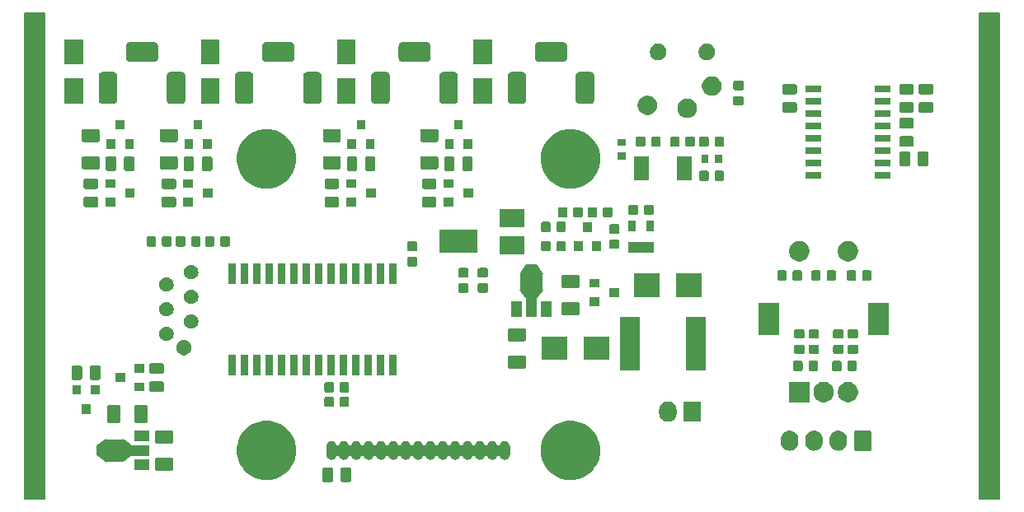
<source format=gbr>
G04 #@! TF.GenerationSoftware,KiCad,Pcbnew,5.0.1*
G04 #@! TF.CreationDate,2019-02-25T23:40:44+01:00*
G04 #@! TF.ProjectId,Dew Heater - V2,44657720486561746572202D2056322E,rev?*
G04 #@! TF.SameCoordinates,Original*
G04 #@! TF.FileFunction,Soldermask,Bot*
G04 #@! TF.FilePolarity,Negative*
%FSLAX46Y46*%
G04 Gerber Fmt 4.6, Leading zero omitted, Abs format (unit mm)*
G04 Created by KiCad (PCBNEW 5.0.1) date Mon 25 Feb 2019 11:40:44 PM CET*
%MOMM*%
%LPD*%
G01*
G04 APERTURE LIST*
%ADD10C,0.150000*%
%ADD11C,0.200000*%
G04 APERTURE END LIST*
D10*
G36*
X34000000Y-115500000D02*
X32000000Y-115500000D01*
X32000000Y-65500000D01*
X34000000Y-65500000D01*
X34000000Y-115500000D01*
G37*
X34000000Y-115500000D02*
X32000000Y-115500000D01*
X32000000Y-65500000D01*
X34000000Y-65500000D01*
X34000000Y-115500000D01*
G36*
X132000000Y-115500000D02*
X130000000Y-115500000D01*
X130000000Y-65500000D01*
X132000000Y-65500000D01*
X132000000Y-115500000D01*
G37*
X132000000Y-115500000D02*
X130000000Y-115500000D01*
X130000000Y-65500000D01*
X132000000Y-65500000D01*
X132000000Y-115500000D01*
D11*
G36*
X65309466Y-112253565D02*
X65348137Y-112265296D01*
X65383779Y-112284348D01*
X65415017Y-112309983D01*
X65440652Y-112341221D01*
X65459704Y-112376863D01*
X65471435Y-112415534D01*
X65476000Y-112461888D01*
X65476000Y-113538112D01*
X65471435Y-113584466D01*
X65459704Y-113623137D01*
X65440652Y-113658779D01*
X65415017Y-113690017D01*
X65383779Y-113715652D01*
X65348137Y-113734704D01*
X65309466Y-113746435D01*
X65263112Y-113751000D01*
X64611888Y-113751000D01*
X64565534Y-113746435D01*
X64526863Y-113734704D01*
X64491221Y-113715652D01*
X64459983Y-113690017D01*
X64434348Y-113658779D01*
X64415296Y-113623137D01*
X64403565Y-113584466D01*
X64399000Y-113538112D01*
X64399000Y-112461888D01*
X64403565Y-112415534D01*
X64415296Y-112376863D01*
X64434348Y-112341221D01*
X64459983Y-112309983D01*
X64491221Y-112284348D01*
X64526863Y-112265296D01*
X64565534Y-112253565D01*
X64611888Y-112249000D01*
X65263112Y-112249000D01*
X65309466Y-112253565D01*
X65309466Y-112253565D01*
G37*
G36*
X63434466Y-112253565D02*
X63473137Y-112265296D01*
X63508779Y-112284348D01*
X63540017Y-112309983D01*
X63565652Y-112341221D01*
X63584704Y-112376863D01*
X63596435Y-112415534D01*
X63601000Y-112461888D01*
X63601000Y-113538112D01*
X63596435Y-113584466D01*
X63584704Y-113623137D01*
X63565652Y-113658779D01*
X63540017Y-113690017D01*
X63508779Y-113715652D01*
X63473137Y-113734704D01*
X63434466Y-113746435D01*
X63388112Y-113751000D01*
X62736888Y-113751000D01*
X62690534Y-113746435D01*
X62651863Y-113734704D01*
X62616221Y-113715652D01*
X62584983Y-113690017D01*
X62559348Y-113658779D01*
X62540296Y-113623137D01*
X62528565Y-113584466D01*
X62524000Y-113538112D01*
X62524000Y-112461888D01*
X62528565Y-112415534D01*
X62540296Y-112376863D01*
X62559348Y-112341221D01*
X62584983Y-112309983D01*
X62616221Y-112284348D01*
X62651863Y-112265296D01*
X62690534Y-112253565D01*
X62736888Y-112249000D01*
X63388112Y-112249000D01*
X63434466Y-112253565D01*
X63434466Y-112253565D01*
G37*
G36*
X57689941Y-107566248D02*
X57689943Y-107566249D01*
X57689944Y-107566249D01*
X58245190Y-107796239D01*
X58245191Y-107796240D01*
X58744902Y-108130136D01*
X59169864Y-108555098D01*
X59169866Y-108555101D01*
X59503761Y-109054810D01*
X59724814Y-109588480D01*
X59733752Y-109610059D01*
X59851000Y-110199501D01*
X59851000Y-110800499D01*
X59735452Y-111381396D01*
X59733751Y-111389944D01*
X59503761Y-111945190D01*
X59215326Y-112376863D01*
X59169864Y-112444902D01*
X58744902Y-112869864D01*
X58744899Y-112869866D01*
X58245190Y-113203761D01*
X57689944Y-113433751D01*
X57689943Y-113433751D01*
X57689941Y-113433752D01*
X57100499Y-113551000D01*
X56499501Y-113551000D01*
X55910059Y-113433752D01*
X55910057Y-113433751D01*
X55910056Y-113433751D01*
X55354810Y-113203761D01*
X54855101Y-112869866D01*
X54855098Y-112869864D01*
X54430136Y-112444902D01*
X54384674Y-112376863D01*
X54096239Y-111945190D01*
X53866249Y-111389944D01*
X53864549Y-111381396D01*
X53749000Y-110800499D01*
X53749000Y-110199501D01*
X53866248Y-109610059D01*
X53875186Y-109588480D01*
X54096239Y-109054810D01*
X54430134Y-108555101D01*
X54430136Y-108555098D01*
X54855098Y-108130136D01*
X55354809Y-107796240D01*
X55354810Y-107796239D01*
X55910056Y-107566249D01*
X55910057Y-107566249D01*
X55910059Y-107566248D01*
X56499501Y-107449000D01*
X57100499Y-107449000D01*
X57689941Y-107566248D01*
X57689941Y-107566248D01*
G37*
G36*
X88889941Y-107566248D02*
X88889943Y-107566249D01*
X88889944Y-107566249D01*
X89445190Y-107796239D01*
X89445191Y-107796240D01*
X89944902Y-108130136D01*
X90369864Y-108555098D01*
X90369866Y-108555101D01*
X90703761Y-109054810D01*
X90924814Y-109588480D01*
X90933752Y-109610059D01*
X91051000Y-110199501D01*
X91051000Y-110800499D01*
X90935452Y-111381396D01*
X90933751Y-111389944D01*
X90703761Y-111945190D01*
X90415326Y-112376863D01*
X90369864Y-112444902D01*
X89944902Y-112869864D01*
X89944899Y-112869866D01*
X89445190Y-113203761D01*
X88889944Y-113433751D01*
X88889943Y-113433751D01*
X88889941Y-113433752D01*
X88300499Y-113551000D01*
X87699501Y-113551000D01*
X87110059Y-113433752D01*
X87110057Y-113433751D01*
X87110056Y-113433751D01*
X86554810Y-113203761D01*
X86055101Y-112869866D01*
X86055098Y-112869864D01*
X85630136Y-112444902D01*
X85584674Y-112376863D01*
X85296239Y-111945190D01*
X85066249Y-111389944D01*
X85064549Y-111381396D01*
X84949000Y-110800499D01*
X84949000Y-110199501D01*
X85066248Y-109610059D01*
X85075186Y-109588480D01*
X85296239Y-109054810D01*
X85630134Y-108555101D01*
X85630136Y-108555098D01*
X86055098Y-108130136D01*
X86554809Y-107796240D01*
X86554810Y-107796239D01*
X87110056Y-107566249D01*
X87110057Y-107566249D01*
X87110059Y-107566248D01*
X87699501Y-107449000D01*
X88300499Y-107449000D01*
X88889941Y-107566248D01*
X88889941Y-107566248D01*
G37*
G36*
X47018604Y-111228347D02*
X47055145Y-111239432D01*
X47088820Y-111257431D01*
X47118341Y-111281659D01*
X47142569Y-111311180D01*
X47160568Y-111344855D01*
X47171653Y-111381396D01*
X47176000Y-111425538D01*
X47176000Y-112374462D01*
X47171653Y-112418604D01*
X47160568Y-112455145D01*
X47142569Y-112488820D01*
X47118341Y-112518341D01*
X47088820Y-112542569D01*
X47055145Y-112560568D01*
X47018604Y-112571653D01*
X46974462Y-112576000D01*
X45525538Y-112576000D01*
X45481396Y-112571653D01*
X45444855Y-112560568D01*
X45411180Y-112542569D01*
X45381659Y-112518341D01*
X45357431Y-112488820D01*
X45339432Y-112455145D01*
X45328347Y-112418604D01*
X45324000Y-112374462D01*
X45324000Y-111425538D01*
X45328347Y-111381396D01*
X45339432Y-111344855D01*
X45357431Y-111311180D01*
X45381659Y-111281659D01*
X45411180Y-111257431D01*
X45444855Y-111239432D01*
X45481396Y-111228347D01*
X45525538Y-111224000D01*
X46974462Y-111224000D01*
X47018604Y-111228347D01*
X47018604Y-111228347D01*
G37*
G36*
X44781000Y-112551000D02*
X43179000Y-112551000D01*
X43179000Y-111449000D01*
X44781000Y-111449000D01*
X44781000Y-112551000D01*
X44781000Y-112551000D01*
G37*
G36*
X40330066Y-109293446D02*
X40345612Y-109312388D01*
X40364554Y-109327934D01*
X40386165Y-109339485D01*
X40409614Y-109346598D01*
X40434000Y-109349000D01*
X41900200Y-109349000D01*
X41924586Y-109346598D01*
X41948035Y-109339485D01*
X41969646Y-109327934D01*
X41988588Y-109312388D01*
X42004134Y-109293446D01*
X42006524Y-109288974D01*
X42059996Y-109326404D01*
X42081352Y-109338421D01*
X42104641Y-109346041D01*
X42131679Y-109349000D01*
X42142644Y-109349000D01*
X42147015Y-109363410D01*
X42158566Y-109385021D01*
X42174112Y-109403963D01*
X42190816Y-109417978D01*
X42917141Y-109926406D01*
X42938494Y-109938421D01*
X42961783Y-109946041D01*
X42988821Y-109949000D01*
X44784500Y-109949000D01*
X44784500Y-111051000D01*
X42988821Y-111051000D01*
X42964435Y-111053402D01*
X42940986Y-111060515D01*
X42917141Y-111073595D01*
X42414364Y-111425538D01*
X42190817Y-111582021D01*
X42172217Y-111597973D01*
X42157085Y-111617248D01*
X42146005Y-111639104D01*
X42142676Y-111651000D01*
X42131679Y-111651000D01*
X42107293Y-111653402D01*
X42083844Y-111660515D01*
X42059996Y-111673596D01*
X42039973Y-111687612D01*
X42025200Y-111697953D01*
X42006524Y-111711026D01*
X42004134Y-111706554D01*
X41988588Y-111687612D01*
X41969646Y-111672066D01*
X41948035Y-111660515D01*
X41924586Y-111653402D01*
X41900200Y-111651000D01*
X40434000Y-111651000D01*
X40409614Y-111653402D01*
X40386165Y-111660515D01*
X40364554Y-111672066D01*
X40345612Y-111687612D01*
X40330066Y-111706554D01*
X40327450Y-111711449D01*
X40274225Y-111673879D01*
X40252918Y-111661778D01*
X40229658Y-111654067D01*
X40202140Y-111651000D01*
X40190765Y-111651000D01*
X40185985Y-111635243D01*
X40174434Y-111613632D01*
X40158888Y-111594690D01*
X40142585Y-111580957D01*
X39357000Y-111026427D01*
X39357000Y-109973573D01*
X40142585Y-109419043D01*
X40161123Y-109403018D01*
X40176178Y-109383684D01*
X40187172Y-109361784D01*
X40190695Y-109349000D01*
X40202140Y-109349000D01*
X40226526Y-109346598D01*
X40249975Y-109339485D01*
X40274225Y-109326121D01*
X40327450Y-109288551D01*
X40330066Y-109293446D01*
X40330066Y-109293446D01*
G37*
G36*
X81348014Y-109556973D02*
X81451878Y-109588479D01*
X81547600Y-109639644D01*
X81631501Y-109708499D01*
X81700356Y-109792400D01*
X81751521Y-109888121D01*
X81783027Y-109991985D01*
X81791000Y-110072933D01*
X81791000Y-110927067D01*
X81783027Y-111008015D01*
X81751521Y-111111879D01*
X81700356Y-111207600D01*
X81631501Y-111291501D01*
X81547600Y-111360356D01*
X81451879Y-111411521D01*
X81348015Y-111443027D01*
X81240000Y-111453666D01*
X81131986Y-111443027D01*
X81028122Y-111411521D01*
X80932401Y-111360356D01*
X80848500Y-111291501D01*
X80779645Y-111207600D01*
X80728480Y-111111879D01*
X80724614Y-111099135D01*
X80715239Y-111076504D01*
X80701625Y-111056129D01*
X80684298Y-111038802D01*
X80663923Y-111025189D01*
X80641284Y-111015812D01*
X80617250Y-111011032D01*
X80592746Y-111011032D01*
X80568712Y-111015813D01*
X80546074Y-111025191D01*
X80525699Y-111038805D01*
X80508372Y-111056132D01*
X80494759Y-111076507D01*
X80485386Y-111099137D01*
X80481521Y-111111879D01*
X80430356Y-111207600D01*
X80361501Y-111291501D01*
X80277600Y-111360356D01*
X80181879Y-111411521D01*
X80078015Y-111443027D01*
X79970000Y-111453666D01*
X79861986Y-111443027D01*
X79758122Y-111411521D01*
X79662401Y-111360356D01*
X79578500Y-111291501D01*
X79509645Y-111207600D01*
X79458480Y-111111879D01*
X79454614Y-111099135D01*
X79445239Y-111076504D01*
X79431625Y-111056129D01*
X79414298Y-111038802D01*
X79393923Y-111025189D01*
X79371284Y-111015812D01*
X79347250Y-111011032D01*
X79322746Y-111011032D01*
X79298712Y-111015813D01*
X79276074Y-111025191D01*
X79255699Y-111038805D01*
X79238372Y-111056132D01*
X79224759Y-111076507D01*
X79215386Y-111099137D01*
X79211521Y-111111879D01*
X79160356Y-111207600D01*
X79091501Y-111291501D01*
X79007600Y-111360356D01*
X78911879Y-111411521D01*
X78808015Y-111443027D01*
X78700000Y-111453666D01*
X78591986Y-111443027D01*
X78488122Y-111411521D01*
X78392401Y-111360356D01*
X78308500Y-111291501D01*
X78239645Y-111207600D01*
X78188480Y-111111879D01*
X78184614Y-111099135D01*
X78175239Y-111076504D01*
X78161625Y-111056129D01*
X78144298Y-111038802D01*
X78123923Y-111025189D01*
X78101284Y-111015812D01*
X78077250Y-111011032D01*
X78052746Y-111011032D01*
X78028712Y-111015813D01*
X78006074Y-111025191D01*
X77985699Y-111038805D01*
X77968372Y-111056132D01*
X77954759Y-111076507D01*
X77945386Y-111099137D01*
X77941521Y-111111879D01*
X77890356Y-111207600D01*
X77821501Y-111291501D01*
X77737600Y-111360356D01*
X77641879Y-111411521D01*
X77538015Y-111443027D01*
X77430000Y-111453666D01*
X77321986Y-111443027D01*
X77218122Y-111411521D01*
X77122401Y-111360356D01*
X77038500Y-111291501D01*
X76969645Y-111207600D01*
X76918480Y-111111879D01*
X76914614Y-111099135D01*
X76905239Y-111076504D01*
X76891625Y-111056129D01*
X76874298Y-111038802D01*
X76853923Y-111025189D01*
X76831284Y-111015812D01*
X76807250Y-111011032D01*
X76782746Y-111011032D01*
X76758712Y-111015813D01*
X76736074Y-111025191D01*
X76715699Y-111038805D01*
X76698372Y-111056132D01*
X76684759Y-111076507D01*
X76675386Y-111099137D01*
X76671521Y-111111879D01*
X76620356Y-111207600D01*
X76551501Y-111291501D01*
X76467600Y-111360356D01*
X76371879Y-111411521D01*
X76268015Y-111443027D01*
X76160000Y-111453666D01*
X76051986Y-111443027D01*
X75948122Y-111411521D01*
X75852401Y-111360356D01*
X75768500Y-111291501D01*
X75699645Y-111207600D01*
X75648480Y-111111879D01*
X75644614Y-111099135D01*
X75635239Y-111076504D01*
X75621625Y-111056129D01*
X75604298Y-111038802D01*
X75583923Y-111025189D01*
X75561284Y-111015812D01*
X75537250Y-111011032D01*
X75512746Y-111011032D01*
X75488712Y-111015813D01*
X75466074Y-111025191D01*
X75445699Y-111038805D01*
X75428372Y-111056132D01*
X75414759Y-111076507D01*
X75405386Y-111099137D01*
X75401521Y-111111879D01*
X75350356Y-111207600D01*
X75281501Y-111291501D01*
X75197600Y-111360356D01*
X75101879Y-111411521D01*
X74998015Y-111443027D01*
X74890000Y-111453666D01*
X74781986Y-111443027D01*
X74678122Y-111411521D01*
X74582401Y-111360356D01*
X74498500Y-111291501D01*
X74429645Y-111207600D01*
X74378480Y-111111879D01*
X74374614Y-111099135D01*
X74365239Y-111076504D01*
X74351625Y-111056129D01*
X74334298Y-111038802D01*
X74313923Y-111025189D01*
X74291284Y-111015812D01*
X74267250Y-111011032D01*
X74242746Y-111011032D01*
X74218712Y-111015813D01*
X74196074Y-111025191D01*
X74175699Y-111038805D01*
X74158372Y-111056132D01*
X74144759Y-111076507D01*
X74135386Y-111099137D01*
X74131521Y-111111879D01*
X74080356Y-111207600D01*
X74011501Y-111291501D01*
X73927600Y-111360356D01*
X73831879Y-111411521D01*
X73728015Y-111443027D01*
X73620000Y-111453666D01*
X73511986Y-111443027D01*
X73408122Y-111411521D01*
X73312401Y-111360356D01*
X73228500Y-111291501D01*
X73159645Y-111207600D01*
X73108480Y-111111879D01*
X73104614Y-111099135D01*
X73095239Y-111076504D01*
X73081625Y-111056129D01*
X73064298Y-111038802D01*
X73043923Y-111025189D01*
X73021284Y-111015812D01*
X72997250Y-111011032D01*
X72972746Y-111011032D01*
X72948712Y-111015813D01*
X72926074Y-111025191D01*
X72905699Y-111038805D01*
X72888372Y-111056132D01*
X72874759Y-111076507D01*
X72865386Y-111099137D01*
X72861521Y-111111879D01*
X72810356Y-111207600D01*
X72741501Y-111291501D01*
X72657600Y-111360356D01*
X72561879Y-111411521D01*
X72458015Y-111443027D01*
X72350000Y-111453666D01*
X72241986Y-111443027D01*
X72138122Y-111411521D01*
X72042401Y-111360356D01*
X71958500Y-111291501D01*
X71889645Y-111207600D01*
X71838480Y-111111879D01*
X71834614Y-111099135D01*
X71825239Y-111076504D01*
X71811625Y-111056129D01*
X71794298Y-111038802D01*
X71773923Y-111025189D01*
X71751284Y-111015812D01*
X71727250Y-111011032D01*
X71702746Y-111011032D01*
X71678712Y-111015813D01*
X71656074Y-111025191D01*
X71635699Y-111038805D01*
X71618372Y-111056132D01*
X71604759Y-111076507D01*
X71595386Y-111099137D01*
X71591521Y-111111879D01*
X71540356Y-111207600D01*
X71471501Y-111291501D01*
X71387600Y-111360356D01*
X71291879Y-111411521D01*
X71188015Y-111443027D01*
X71080000Y-111453666D01*
X70971986Y-111443027D01*
X70868122Y-111411521D01*
X70772401Y-111360356D01*
X70688500Y-111291501D01*
X70619645Y-111207600D01*
X70568480Y-111111879D01*
X70564614Y-111099135D01*
X70555239Y-111076504D01*
X70541625Y-111056129D01*
X70524298Y-111038802D01*
X70503923Y-111025189D01*
X70481284Y-111015812D01*
X70457250Y-111011032D01*
X70432746Y-111011032D01*
X70408712Y-111015813D01*
X70386074Y-111025191D01*
X70365699Y-111038805D01*
X70348372Y-111056132D01*
X70334759Y-111076507D01*
X70325386Y-111099137D01*
X70321521Y-111111879D01*
X70270356Y-111207600D01*
X70201501Y-111291501D01*
X70117600Y-111360356D01*
X70021879Y-111411521D01*
X69918015Y-111443027D01*
X69810000Y-111453666D01*
X69701986Y-111443027D01*
X69598122Y-111411521D01*
X69502401Y-111360356D01*
X69418500Y-111291501D01*
X69349645Y-111207600D01*
X69298480Y-111111879D01*
X69294614Y-111099135D01*
X69285239Y-111076504D01*
X69271625Y-111056129D01*
X69254298Y-111038802D01*
X69233923Y-111025189D01*
X69211284Y-111015812D01*
X69187250Y-111011032D01*
X69162746Y-111011032D01*
X69138712Y-111015813D01*
X69116074Y-111025191D01*
X69095699Y-111038805D01*
X69078372Y-111056132D01*
X69064759Y-111076507D01*
X69055386Y-111099137D01*
X69051521Y-111111879D01*
X69000356Y-111207600D01*
X68931501Y-111291501D01*
X68847600Y-111360356D01*
X68751879Y-111411521D01*
X68648015Y-111443027D01*
X68540000Y-111453666D01*
X68431986Y-111443027D01*
X68328122Y-111411521D01*
X68232401Y-111360356D01*
X68148500Y-111291501D01*
X68079645Y-111207600D01*
X68028480Y-111111879D01*
X68024614Y-111099135D01*
X68015239Y-111076504D01*
X68001625Y-111056129D01*
X67984298Y-111038802D01*
X67963923Y-111025189D01*
X67941284Y-111015812D01*
X67917250Y-111011032D01*
X67892746Y-111011032D01*
X67868712Y-111015813D01*
X67846074Y-111025191D01*
X67825699Y-111038805D01*
X67808372Y-111056132D01*
X67794759Y-111076507D01*
X67785386Y-111099137D01*
X67781521Y-111111879D01*
X67730356Y-111207600D01*
X67661501Y-111291501D01*
X67577600Y-111360356D01*
X67481879Y-111411521D01*
X67378015Y-111443027D01*
X67270000Y-111453666D01*
X67161986Y-111443027D01*
X67058122Y-111411521D01*
X66962401Y-111360356D01*
X66878500Y-111291501D01*
X66809645Y-111207600D01*
X66758480Y-111111879D01*
X66754614Y-111099135D01*
X66745239Y-111076504D01*
X66731625Y-111056129D01*
X66714298Y-111038802D01*
X66693923Y-111025189D01*
X66671284Y-111015812D01*
X66647250Y-111011032D01*
X66622746Y-111011032D01*
X66598712Y-111015813D01*
X66576074Y-111025191D01*
X66555699Y-111038805D01*
X66538372Y-111056132D01*
X66524759Y-111076507D01*
X66515386Y-111099137D01*
X66511521Y-111111879D01*
X66460356Y-111207600D01*
X66391501Y-111291501D01*
X66307600Y-111360356D01*
X66211879Y-111411521D01*
X66108015Y-111443027D01*
X66000000Y-111453666D01*
X65891986Y-111443027D01*
X65788122Y-111411521D01*
X65692401Y-111360356D01*
X65608500Y-111291501D01*
X65539645Y-111207600D01*
X65488480Y-111111879D01*
X65484614Y-111099135D01*
X65475239Y-111076504D01*
X65461625Y-111056129D01*
X65444298Y-111038802D01*
X65423923Y-111025189D01*
X65401284Y-111015812D01*
X65377250Y-111011032D01*
X65352746Y-111011032D01*
X65328712Y-111015813D01*
X65306074Y-111025191D01*
X65285699Y-111038805D01*
X65268372Y-111056132D01*
X65254759Y-111076507D01*
X65245386Y-111099137D01*
X65241521Y-111111879D01*
X65190356Y-111207600D01*
X65121501Y-111291501D01*
X65037600Y-111360356D01*
X64941879Y-111411521D01*
X64838015Y-111443027D01*
X64730000Y-111453666D01*
X64621986Y-111443027D01*
X64518122Y-111411521D01*
X64422401Y-111360356D01*
X64338500Y-111291501D01*
X64269645Y-111207600D01*
X64218480Y-111111879D01*
X64214614Y-111099135D01*
X64205239Y-111076504D01*
X64191625Y-111056129D01*
X64174298Y-111038802D01*
X64153923Y-111025189D01*
X64131284Y-111015812D01*
X64107250Y-111011032D01*
X64082746Y-111011032D01*
X64058712Y-111015813D01*
X64036074Y-111025191D01*
X64015699Y-111038805D01*
X63998372Y-111056132D01*
X63984759Y-111076507D01*
X63975386Y-111099137D01*
X63971521Y-111111879D01*
X63920356Y-111207600D01*
X63851501Y-111291501D01*
X63767600Y-111360356D01*
X63671879Y-111411521D01*
X63568015Y-111443027D01*
X63460000Y-111453666D01*
X63351986Y-111443027D01*
X63248122Y-111411521D01*
X63152401Y-111360356D01*
X63068500Y-111291501D01*
X62999645Y-111207600D01*
X62948480Y-111111879D01*
X62922183Y-111025191D01*
X62916973Y-111008016D01*
X62915834Y-110996451D01*
X62909000Y-110927067D01*
X62909000Y-110072934D01*
X62916973Y-109991986D01*
X62948479Y-109888122D01*
X62999644Y-109792400D01*
X63068499Y-109708499D01*
X63152400Y-109639644D01*
X63248121Y-109588479D01*
X63351985Y-109556973D01*
X63460000Y-109546334D01*
X63568014Y-109556973D01*
X63671878Y-109588479D01*
X63767600Y-109639644D01*
X63851501Y-109708499D01*
X63920356Y-109792400D01*
X63971521Y-109888121D01*
X63975387Y-109900867D01*
X63984759Y-109923493D01*
X63998373Y-109943867D01*
X64015700Y-109961195D01*
X64036074Y-109974809D01*
X64058713Y-109984186D01*
X64082747Y-109988967D01*
X64107251Y-109988967D01*
X64131285Y-109984187D01*
X64153924Y-109974810D01*
X64174298Y-109961196D01*
X64191626Y-109943869D01*
X64205240Y-109923495D01*
X64214617Y-109900855D01*
X64214617Y-109900854D01*
X64218479Y-109888122D01*
X64269644Y-109792400D01*
X64338499Y-109708499D01*
X64422400Y-109639644D01*
X64518121Y-109588479D01*
X64621985Y-109556973D01*
X64730000Y-109546334D01*
X64838014Y-109556973D01*
X64941878Y-109588479D01*
X65037600Y-109639644D01*
X65121501Y-109708499D01*
X65190356Y-109792400D01*
X65241521Y-109888121D01*
X65245387Y-109900867D01*
X65254759Y-109923493D01*
X65268373Y-109943867D01*
X65285700Y-109961195D01*
X65306074Y-109974809D01*
X65328713Y-109984186D01*
X65352747Y-109988967D01*
X65377251Y-109988967D01*
X65401285Y-109984187D01*
X65423924Y-109974810D01*
X65444298Y-109961196D01*
X65461626Y-109943869D01*
X65475240Y-109923495D01*
X65484617Y-109900855D01*
X65484617Y-109900854D01*
X65488479Y-109888122D01*
X65539644Y-109792400D01*
X65608499Y-109708499D01*
X65692400Y-109639644D01*
X65788121Y-109588479D01*
X65891985Y-109556973D01*
X66000000Y-109546334D01*
X66108014Y-109556973D01*
X66211878Y-109588479D01*
X66307600Y-109639644D01*
X66391501Y-109708499D01*
X66460356Y-109792400D01*
X66511521Y-109888121D01*
X66515387Y-109900867D01*
X66524759Y-109923493D01*
X66538373Y-109943867D01*
X66555700Y-109961195D01*
X66576074Y-109974809D01*
X66598713Y-109984186D01*
X66622747Y-109988967D01*
X66647251Y-109988967D01*
X66671285Y-109984187D01*
X66693924Y-109974810D01*
X66714298Y-109961196D01*
X66731626Y-109943869D01*
X66745240Y-109923495D01*
X66754617Y-109900855D01*
X66754617Y-109900854D01*
X66758479Y-109888122D01*
X66809644Y-109792400D01*
X66878499Y-109708499D01*
X66962400Y-109639644D01*
X67058121Y-109588479D01*
X67161985Y-109556973D01*
X67270000Y-109546334D01*
X67378014Y-109556973D01*
X67481878Y-109588479D01*
X67577600Y-109639644D01*
X67661501Y-109708499D01*
X67730356Y-109792400D01*
X67781521Y-109888121D01*
X67785387Y-109900867D01*
X67794759Y-109923493D01*
X67808373Y-109943867D01*
X67825700Y-109961195D01*
X67846074Y-109974809D01*
X67868713Y-109984186D01*
X67892747Y-109988967D01*
X67917251Y-109988967D01*
X67941285Y-109984187D01*
X67963924Y-109974810D01*
X67984298Y-109961196D01*
X68001626Y-109943869D01*
X68015240Y-109923495D01*
X68024617Y-109900855D01*
X68024617Y-109900854D01*
X68028479Y-109888122D01*
X68079644Y-109792400D01*
X68148499Y-109708499D01*
X68232400Y-109639644D01*
X68328121Y-109588479D01*
X68431985Y-109556973D01*
X68540000Y-109546334D01*
X68648014Y-109556973D01*
X68751878Y-109588479D01*
X68847600Y-109639644D01*
X68931501Y-109708499D01*
X69000356Y-109792400D01*
X69051521Y-109888121D01*
X69055387Y-109900867D01*
X69064759Y-109923493D01*
X69078373Y-109943867D01*
X69095700Y-109961195D01*
X69116074Y-109974809D01*
X69138713Y-109984186D01*
X69162747Y-109988967D01*
X69187251Y-109988967D01*
X69211285Y-109984187D01*
X69233924Y-109974810D01*
X69254298Y-109961196D01*
X69271626Y-109943869D01*
X69285240Y-109923495D01*
X69294617Y-109900855D01*
X69294617Y-109900854D01*
X69298479Y-109888122D01*
X69349644Y-109792400D01*
X69418499Y-109708499D01*
X69502400Y-109639644D01*
X69598121Y-109588479D01*
X69701985Y-109556973D01*
X69810000Y-109546334D01*
X69918014Y-109556973D01*
X70021878Y-109588479D01*
X70117600Y-109639644D01*
X70201501Y-109708499D01*
X70270356Y-109792400D01*
X70321521Y-109888121D01*
X70325387Y-109900867D01*
X70334759Y-109923493D01*
X70348373Y-109943867D01*
X70365700Y-109961195D01*
X70386074Y-109974809D01*
X70408713Y-109984186D01*
X70432747Y-109988967D01*
X70457251Y-109988967D01*
X70481285Y-109984187D01*
X70503924Y-109974810D01*
X70524298Y-109961196D01*
X70541626Y-109943869D01*
X70555240Y-109923495D01*
X70564617Y-109900855D01*
X70564617Y-109900854D01*
X70568479Y-109888122D01*
X70619644Y-109792400D01*
X70688499Y-109708499D01*
X70772400Y-109639644D01*
X70868121Y-109588479D01*
X70971985Y-109556973D01*
X71080000Y-109546334D01*
X71188014Y-109556973D01*
X71291878Y-109588479D01*
X71387600Y-109639644D01*
X71471501Y-109708499D01*
X71540356Y-109792400D01*
X71591521Y-109888121D01*
X71595387Y-109900867D01*
X71604759Y-109923493D01*
X71618373Y-109943867D01*
X71635700Y-109961195D01*
X71656074Y-109974809D01*
X71678713Y-109984186D01*
X71702747Y-109988967D01*
X71727251Y-109988967D01*
X71751285Y-109984187D01*
X71773924Y-109974810D01*
X71794298Y-109961196D01*
X71811626Y-109943869D01*
X71825240Y-109923495D01*
X71834617Y-109900855D01*
X71834617Y-109900854D01*
X71838479Y-109888122D01*
X71889644Y-109792400D01*
X71958499Y-109708499D01*
X72042400Y-109639644D01*
X72138121Y-109588479D01*
X72241985Y-109556973D01*
X72350000Y-109546334D01*
X72458014Y-109556973D01*
X72561878Y-109588479D01*
X72657600Y-109639644D01*
X72741501Y-109708499D01*
X72810356Y-109792400D01*
X72861521Y-109888121D01*
X72865387Y-109900867D01*
X72874759Y-109923493D01*
X72888373Y-109943867D01*
X72905700Y-109961195D01*
X72926074Y-109974809D01*
X72948713Y-109984186D01*
X72972747Y-109988967D01*
X72997251Y-109988967D01*
X73021285Y-109984187D01*
X73043924Y-109974810D01*
X73064298Y-109961196D01*
X73081626Y-109943869D01*
X73095240Y-109923495D01*
X73104617Y-109900855D01*
X73104617Y-109900854D01*
X73108479Y-109888122D01*
X73159644Y-109792400D01*
X73228499Y-109708499D01*
X73312400Y-109639644D01*
X73408121Y-109588479D01*
X73511985Y-109556973D01*
X73620000Y-109546334D01*
X73728014Y-109556973D01*
X73831878Y-109588479D01*
X73927600Y-109639644D01*
X74011501Y-109708499D01*
X74080356Y-109792400D01*
X74131521Y-109888121D01*
X74135387Y-109900867D01*
X74144759Y-109923493D01*
X74158373Y-109943867D01*
X74175700Y-109961195D01*
X74196074Y-109974809D01*
X74218713Y-109984186D01*
X74242747Y-109988967D01*
X74267251Y-109988967D01*
X74291285Y-109984187D01*
X74313924Y-109974810D01*
X74334298Y-109961196D01*
X74351626Y-109943869D01*
X74365240Y-109923495D01*
X74374617Y-109900855D01*
X74374617Y-109900854D01*
X74378479Y-109888122D01*
X74429644Y-109792400D01*
X74498499Y-109708499D01*
X74582400Y-109639644D01*
X74678121Y-109588479D01*
X74781985Y-109556973D01*
X74890000Y-109546334D01*
X74998014Y-109556973D01*
X75101878Y-109588479D01*
X75197600Y-109639644D01*
X75281501Y-109708499D01*
X75350356Y-109792400D01*
X75401521Y-109888121D01*
X75405387Y-109900867D01*
X75414759Y-109923493D01*
X75428373Y-109943867D01*
X75445700Y-109961195D01*
X75466074Y-109974809D01*
X75488713Y-109984186D01*
X75512747Y-109988967D01*
X75537251Y-109988967D01*
X75561285Y-109984187D01*
X75583924Y-109974810D01*
X75604298Y-109961196D01*
X75621626Y-109943869D01*
X75635240Y-109923495D01*
X75644617Y-109900855D01*
X75644617Y-109900854D01*
X75648479Y-109888122D01*
X75699644Y-109792400D01*
X75768499Y-109708499D01*
X75852400Y-109639644D01*
X75948121Y-109588479D01*
X76051985Y-109556973D01*
X76160000Y-109546334D01*
X76268014Y-109556973D01*
X76371878Y-109588479D01*
X76467600Y-109639644D01*
X76551501Y-109708499D01*
X76620356Y-109792400D01*
X76671521Y-109888121D01*
X76675387Y-109900867D01*
X76684759Y-109923493D01*
X76698373Y-109943867D01*
X76715700Y-109961195D01*
X76736074Y-109974809D01*
X76758713Y-109984186D01*
X76782747Y-109988967D01*
X76807251Y-109988967D01*
X76831285Y-109984187D01*
X76853924Y-109974810D01*
X76874298Y-109961196D01*
X76891626Y-109943869D01*
X76905240Y-109923495D01*
X76914617Y-109900855D01*
X76914617Y-109900854D01*
X76918479Y-109888122D01*
X76969644Y-109792400D01*
X77038499Y-109708499D01*
X77122400Y-109639644D01*
X77218121Y-109588479D01*
X77321985Y-109556973D01*
X77430000Y-109546334D01*
X77538014Y-109556973D01*
X77641878Y-109588479D01*
X77737600Y-109639644D01*
X77821501Y-109708499D01*
X77890356Y-109792400D01*
X77941521Y-109888121D01*
X77945387Y-109900867D01*
X77954759Y-109923493D01*
X77968373Y-109943867D01*
X77985700Y-109961195D01*
X78006074Y-109974809D01*
X78028713Y-109984186D01*
X78052747Y-109988967D01*
X78077251Y-109988967D01*
X78101285Y-109984187D01*
X78123924Y-109974810D01*
X78144298Y-109961196D01*
X78161626Y-109943869D01*
X78175240Y-109923495D01*
X78184617Y-109900855D01*
X78184617Y-109900854D01*
X78188479Y-109888122D01*
X78239644Y-109792400D01*
X78308499Y-109708499D01*
X78392400Y-109639644D01*
X78488121Y-109588479D01*
X78591985Y-109556973D01*
X78700000Y-109546334D01*
X78808014Y-109556973D01*
X78911878Y-109588479D01*
X79007600Y-109639644D01*
X79091501Y-109708499D01*
X79160356Y-109792400D01*
X79211521Y-109888121D01*
X79215387Y-109900867D01*
X79224759Y-109923493D01*
X79238373Y-109943867D01*
X79255700Y-109961195D01*
X79276074Y-109974809D01*
X79298713Y-109984186D01*
X79322747Y-109988967D01*
X79347251Y-109988967D01*
X79371285Y-109984187D01*
X79393924Y-109974810D01*
X79414298Y-109961196D01*
X79431626Y-109943869D01*
X79445240Y-109923495D01*
X79454617Y-109900855D01*
X79454617Y-109900854D01*
X79458479Y-109888122D01*
X79509644Y-109792400D01*
X79578499Y-109708499D01*
X79662400Y-109639644D01*
X79758121Y-109588479D01*
X79861985Y-109556973D01*
X79970000Y-109546334D01*
X80078014Y-109556973D01*
X80181878Y-109588479D01*
X80277600Y-109639644D01*
X80361501Y-109708499D01*
X80430356Y-109792400D01*
X80481521Y-109888121D01*
X80485387Y-109900867D01*
X80494759Y-109923493D01*
X80508373Y-109943867D01*
X80525700Y-109961195D01*
X80546074Y-109974809D01*
X80568713Y-109984186D01*
X80592747Y-109988967D01*
X80617251Y-109988967D01*
X80641285Y-109984187D01*
X80663924Y-109974810D01*
X80684298Y-109961196D01*
X80701626Y-109943869D01*
X80715240Y-109923495D01*
X80724617Y-109900855D01*
X80724617Y-109900854D01*
X80728479Y-109888122D01*
X80779644Y-109792400D01*
X80848499Y-109708499D01*
X80932400Y-109639644D01*
X81028121Y-109588479D01*
X81131985Y-109556973D01*
X81240000Y-109546334D01*
X81348014Y-109556973D01*
X81348014Y-109556973D01*
G37*
G36*
X113176627Y-108487037D02*
X113289853Y-108521384D01*
X113346467Y-108538557D01*
X113485087Y-108612652D01*
X113502991Y-108622222D01*
X113526661Y-108641648D01*
X113640186Y-108734814D01*
X113723448Y-108836271D01*
X113752778Y-108872009D01*
X113836443Y-109028534D01*
X113887963Y-109198374D01*
X113887963Y-109198376D01*
X113900724Y-109327934D01*
X113901000Y-109330743D01*
X113901000Y-109669258D01*
X113887963Y-109801627D01*
X113853616Y-109914853D01*
X113836443Y-109971467D01*
X113825474Y-109991988D01*
X113752778Y-110127991D01*
X113723448Y-110163729D01*
X113640186Y-110265186D01*
X113502989Y-110377779D01*
X113346466Y-110461443D01*
X113305733Y-110473799D01*
X113176626Y-110512963D01*
X113000000Y-110530359D01*
X112823373Y-110512963D01*
X112694266Y-110473799D01*
X112653533Y-110461443D01*
X112497011Y-110377779D01*
X112497009Y-110377778D01*
X112454749Y-110343096D01*
X112359814Y-110265186D01*
X112247221Y-110127989D01*
X112163557Y-109971466D01*
X112142138Y-109900855D01*
X112112037Y-109801626D01*
X112099000Y-109669257D01*
X112099000Y-109330742D01*
X112099277Y-109327934D01*
X112112037Y-109198375D01*
X112112037Y-109198373D01*
X112155586Y-109054810D01*
X112163557Y-109028533D01*
X112247222Y-108872008D01*
X112359812Y-108734817D01*
X112454750Y-108656904D01*
X112497010Y-108622222D01*
X112514914Y-108612652D01*
X112653534Y-108538557D01*
X112710148Y-108521384D01*
X112823374Y-108487037D01*
X113000000Y-108469641D01*
X113176627Y-108487037D01*
X113176627Y-108487037D01*
G37*
G36*
X115676627Y-108487037D02*
X115789853Y-108521384D01*
X115846467Y-108538557D01*
X115985087Y-108612652D01*
X116002991Y-108622222D01*
X116026661Y-108641648D01*
X116140186Y-108734814D01*
X116223448Y-108836271D01*
X116252778Y-108872009D01*
X116336443Y-109028534D01*
X116387963Y-109198374D01*
X116387963Y-109198376D01*
X116400724Y-109327934D01*
X116401000Y-109330743D01*
X116401000Y-109669258D01*
X116387963Y-109801627D01*
X116353616Y-109914853D01*
X116336443Y-109971467D01*
X116325474Y-109991988D01*
X116252778Y-110127991D01*
X116223448Y-110163729D01*
X116140186Y-110265186D01*
X116002989Y-110377779D01*
X115846466Y-110461443D01*
X115805733Y-110473799D01*
X115676626Y-110512963D01*
X115500000Y-110530359D01*
X115323373Y-110512963D01*
X115194266Y-110473799D01*
X115153533Y-110461443D01*
X114997011Y-110377779D01*
X114997009Y-110377778D01*
X114954749Y-110343096D01*
X114859814Y-110265186D01*
X114747221Y-110127989D01*
X114663557Y-109971466D01*
X114642138Y-109900855D01*
X114612037Y-109801626D01*
X114599000Y-109669257D01*
X114599000Y-109330742D01*
X114599277Y-109327934D01*
X114612037Y-109198375D01*
X114612037Y-109198373D01*
X114655586Y-109054810D01*
X114663557Y-109028533D01*
X114747222Y-108872008D01*
X114859812Y-108734817D01*
X114954750Y-108656904D01*
X114997010Y-108622222D01*
X115014914Y-108612652D01*
X115153534Y-108538557D01*
X115210148Y-108521384D01*
X115323374Y-108487037D01*
X115500000Y-108469641D01*
X115676627Y-108487037D01*
X115676627Y-108487037D01*
G37*
G36*
X110676627Y-108487037D02*
X110789853Y-108521384D01*
X110846467Y-108538557D01*
X110985087Y-108612652D01*
X111002991Y-108622222D01*
X111026661Y-108641648D01*
X111140186Y-108734814D01*
X111223448Y-108836271D01*
X111252778Y-108872009D01*
X111336443Y-109028534D01*
X111387963Y-109198374D01*
X111387963Y-109198376D01*
X111400724Y-109327934D01*
X111401000Y-109330743D01*
X111401000Y-109669258D01*
X111387963Y-109801627D01*
X111353616Y-109914853D01*
X111336443Y-109971467D01*
X111325474Y-109991988D01*
X111252778Y-110127991D01*
X111223448Y-110163729D01*
X111140186Y-110265186D01*
X111002989Y-110377779D01*
X110846466Y-110461443D01*
X110805733Y-110473799D01*
X110676626Y-110512963D01*
X110500000Y-110530359D01*
X110323373Y-110512963D01*
X110194266Y-110473799D01*
X110153533Y-110461443D01*
X109997011Y-110377779D01*
X109997009Y-110377778D01*
X109954749Y-110343096D01*
X109859814Y-110265186D01*
X109747221Y-110127989D01*
X109663557Y-109971466D01*
X109642138Y-109900855D01*
X109612037Y-109801626D01*
X109599000Y-109669257D01*
X109599000Y-109330742D01*
X109599277Y-109327934D01*
X109612037Y-109198375D01*
X109612037Y-109198373D01*
X109655586Y-109054810D01*
X109663557Y-109028533D01*
X109747222Y-108872008D01*
X109859812Y-108734817D01*
X109954750Y-108656904D01*
X109997010Y-108622222D01*
X110014914Y-108612652D01*
X110153534Y-108538557D01*
X110210148Y-108521384D01*
X110323374Y-108487037D01*
X110500000Y-108469641D01*
X110676627Y-108487037D01*
X110676627Y-108487037D01*
G37*
G36*
X118758600Y-108477989D02*
X118791649Y-108488014D01*
X118822106Y-108504294D01*
X118848799Y-108526201D01*
X118870706Y-108552894D01*
X118886986Y-108583351D01*
X118897011Y-108616400D01*
X118901000Y-108656904D01*
X118901000Y-110343096D01*
X118897011Y-110383600D01*
X118886986Y-110416649D01*
X118870706Y-110447106D01*
X118848799Y-110473799D01*
X118822106Y-110495706D01*
X118791649Y-110511986D01*
X118758600Y-110522011D01*
X118718096Y-110526000D01*
X117281904Y-110526000D01*
X117241400Y-110522011D01*
X117208351Y-110511986D01*
X117177894Y-110495706D01*
X117151201Y-110473799D01*
X117129294Y-110447106D01*
X117113014Y-110416649D01*
X117102989Y-110383600D01*
X117099000Y-110343096D01*
X117099000Y-108656904D01*
X117102989Y-108616400D01*
X117113014Y-108583351D01*
X117129294Y-108552894D01*
X117151201Y-108526201D01*
X117177894Y-108504294D01*
X117208351Y-108488014D01*
X117241400Y-108477989D01*
X117281904Y-108474000D01*
X118718096Y-108474000D01*
X118758600Y-108477989D01*
X118758600Y-108477989D01*
G37*
G36*
X47018604Y-108428347D02*
X47055145Y-108439432D01*
X47088820Y-108457431D01*
X47118341Y-108481659D01*
X47142569Y-108511180D01*
X47160568Y-108544855D01*
X47171653Y-108581396D01*
X47176000Y-108625538D01*
X47176000Y-109574462D01*
X47171653Y-109618604D01*
X47160568Y-109655145D01*
X47142569Y-109688820D01*
X47118341Y-109718341D01*
X47088820Y-109742569D01*
X47055145Y-109760568D01*
X47018604Y-109771653D01*
X46974462Y-109776000D01*
X45525538Y-109776000D01*
X45481396Y-109771653D01*
X45444855Y-109760568D01*
X45411180Y-109742569D01*
X45381659Y-109718341D01*
X45357431Y-109688820D01*
X45339432Y-109655145D01*
X45328347Y-109618604D01*
X45324000Y-109574462D01*
X45324000Y-108625538D01*
X45328347Y-108581396D01*
X45339432Y-108544855D01*
X45357431Y-108511180D01*
X45381659Y-108481659D01*
X45411180Y-108457431D01*
X45444855Y-108439432D01*
X45481396Y-108428347D01*
X45525538Y-108424000D01*
X46974462Y-108424000D01*
X47018604Y-108428347D01*
X47018604Y-108428347D01*
G37*
G36*
X44781000Y-109551000D02*
X43179000Y-109551000D01*
X43179000Y-108449000D01*
X44781000Y-108449000D01*
X44781000Y-109551000D01*
X44781000Y-109551000D01*
G37*
G36*
X41618604Y-105828347D02*
X41655145Y-105839432D01*
X41688820Y-105857431D01*
X41718341Y-105881659D01*
X41742569Y-105911180D01*
X41760568Y-105944855D01*
X41771653Y-105981396D01*
X41776000Y-106025538D01*
X41776000Y-107474462D01*
X41771653Y-107518604D01*
X41760568Y-107555145D01*
X41742569Y-107588820D01*
X41718341Y-107618341D01*
X41688820Y-107642569D01*
X41655145Y-107660568D01*
X41618604Y-107671653D01*
X41574462Y-107676000D01*
X40625538Y-107676000D01*
X40581396Y-107671653D01*
X40544855Y-107660568D01*
X40511180Y-107642569D01*
X40481659Y-107618341D01*
X40457431Y-107588820D01*
X40439432Y-107555145D01*
X40428347Y-107518604D01*
X40424000Y-107474462D01*
X40424000Y-106025538D01*
X40428347Y-105981396D01*
X40439432Y-105944855D01*
X40457431Y-105911180D01*
X40481659Y-105881659D01*
X40511180Y-105857431D01*
X40544855Y-105839432D01*
X40581396Y-105828347D01*
X40625538Y-105824000D01*
X41574462Y-105824000D01*
X41618604Y-105828347D01*
X41618604Y-105828347D01*
G37*
G36*
X44418604Y-105828347D02*
X44455145Y-105839432D01*
X44488820Y-105857431D01*
X44518341Y-105881659D01*
X44542569Y-105911180D01*
X44560568Y-105944855D01*
X44571653Y-105981396D01*
X44576000Y-106025538D01*
X44576000Y-107474462D01*
X44571653Y-107518604D01*
X44560568Y-107555145D01*
X44542569Y-107588820D01*
X44518341Y-107618341D01*
X44488820Y-107642569D01*
X44455145Y-107660568D01*
X44418604Y-107671653D01*
X44374462Y-107676000D01*
X43425538Y-107676000D01*
X43381396Y-107671653D01*
X43344855Y-107660568D01*
X43311180Y-107642569D01*
X43281659Y-107618341D01*
X43257431Y-107588820D01*
X43239432Y-107555145D01*
X43228347Y-107518604D01*
X43224000Y-107474462D01*
X43224000Y-106025538D01*
X43228347Y-105981396D01*
X43239432Y-105944855D01*
X43257431Y-105911180D01*
X43281659Y-105881659D01*
X43311180Y-105857431D01*
X43344855Y-105839432D01*
X43381396Y-105828347D01*
X43425538Y-105824000D01*
X44374462Y-105824000D01*
X44418604Y-105828347D01*
X44418604Y-105828347D01*
G37*
G36*
X98176627Y-105462037D02*
X98289853Y-105496384D01*
X98346467Y-105513557D01*
X98485087Y-105587652D01*
X98502991Y-105597222D01*
X98538729Y-105626552D01*
X98640186Y-105709814D01*
X98699221Y-105781750D01*
X98752778Y-105847009D01*
X98836443Y-106003534D01*
X98887963Y-106173374D01*
X98887963Y-106173376D01*
X98901000Y-106305741D01*
X98901000Y-106694260D01*
X98894482Y-106760442D01*
X98887963Y-106826627D01*
X98853616Y-106939853D01*
X98836443Y-106996467D01*
X98762348Y-107135087D01*
X98752778Y-107152991D01*
X98723448Y-107188729D01*
X98640186Y-107290186D01*
X98502989Y-107402779D01*
X98346466Y-107486443D01*
X98305733Y-107498799D01*
X98176626Y-107537963D01*
X98000000Y-107555359D01*
X97823373Y-107537963D01*
X97694266Y-107498799D01*
X97653533Y-107486443D01*
X97497011Y-107402779D01*
X97497009Y-107402778D01*
X97454749Y-107368096D01*
X97359814Y-107290186D01*
X97247221Y-107152989D01*
X97163557Y-106996466D01*
X97146384Y-106939852D01*
X97112037Y-106826626D01*
X97099000Y-106694257D01*
X97099000Y-106305742D01*
X97112037Y-106173373D01*
X97157981Y-106021915D01*
X97163557Y-106003533D01*
X97247222Y-105847008D01*
X97359812Y-105709817D01*
X97454750Y-105631904D01*
X97497010Y-105597222D01*
X97514914Y-105587652D01*
X97653534Y-105513557D01*
X97710148Y-105496384D01*
X97823374Y-105462037D01*
X98000000Y-105444641D01*
X98176627Y-105462037D01*
X98176627Y-105462037D01*
G37*
G36*
X101258600Y-105452989D02*
X101291649Y-105463014D01*
X101322106Y-105479294D01*
X101348799Y-105501201D01*
X101370706Y-105527894D01*
X101386986Y-105558351D01*
X101397011Y-105591400D01*
X101401000Y-105631904D01*
X101401000Y-107368096D01*
X101397011Y-107408600D01*
X101386986Y-107441649D01*
X101370706Y-107472106D01*
X101348799Y-107498799D01*
X101322106Y-107520706D01*
X101291649Y-107536986D01*
X101258600Y-107547011D01*
X101218096Y-107551000D01*
X99781904Y-107551000D01*
X99741400Y-107547011D01*
X99708351Y-107536986D01*
X99677894Y-107520706D01*
X99651201Y-107498799D01*
X99629294Y-107472106D01*
X99613014Y-107441649D01*
X99602989Y-107408600D01*
X99599000Y-107368096D01*
X99599000Y-105631904D01*
X99602989Y-105591400D01*
X99613014Y-105558351D01*
X99629294Y-105527894D01*
X99651201Y-105501201D01*
X99677894Y-105479294D01*
X99708351Y-105463014D01*
X99741400Y-105452989D01*
X99781904Y-105449000D01*
X101218096Y-105449000D01*
X101258600Y-105452989D01*
X101258600Y-105452989D01*
G37*
G36*
X38701000Y-106751000D02*
X37799000Y-106751000D01*
X37799000Y-105749000D01*
X38701000Y-105749000D01*
X38701000Y-106751000D01*
X38701000Y-106751000D01*
G37*
G36*
X65129591Y-104978085D02*
X65163569Y-104988393D01*
X65194887Y-105005133D01*
X65222339Y-105027661D01*
X65244867Y-105055113D01*
X65261607Y-105086431D01*
X65271915Y-105120409D01*
X65276000Y-105161890D01*
X65276000Y-105838110D01*
X65271915Y-105879591D01*
X65261607Y-105913569D01*
X65244867Y-105944887D01*
X65222339Y-105972339D01*
X65194887Y-105994867D01*
X65163569Y-106011607D01*
X65129591Y-106021915D01*
X65088110Y-106026000D01*
X64486890Y-106026000D01*
X64445409Y-106021915D01*
X64411431Y-106011607D01*
X64380113Y-105994867D01*
X64352661Y-105972339D01*
X64330133Y-105944887D01*
X64313393Y-105913569D01*
X64303085Y-105879591D01*
X64299000Y-105838110D01*
X64299000Y-105161890D01*
X64303085Y-105120409D01*
X64313393Y-105086431D01*
X64330133Y-105055113D01*
X64352661Y-105027661D01*
X64380113Y-105005133D01*
X64411431Y-104988393D01*
X64445409Y-104978085D01*
X64486890Y-104974000D01*
X65088110Y-104974000D01*
X65129591Y-104978085D01*
X65129591Y-104978085D01*
G37*
G36*
X63554591Y-104978085D02*
X63588569Y-104988393D01*
X63619887Y-105005133D01*
X63647339Y-105027661D01*
X63669867Y-105055113D01*
X63686607Y-105086431D01*
X63696915Y-105120409D01*
X63701000Y-105161890D01*
X63701000Y-105838110D01*
X63696915Y-105879591D01*
X63686607Y-105913569D01*
X63669867Y-105944887D01*
X63647339Y-105972339D01*
X63619887Y-105994867D01*
X63588569Y-106011607D01*
X63554591Y-106021915D01*
X63513110Y-106026000D01*
X62911890Y-106026000D01*
X62870409Y-106021915D01*
X62836431Y-106011607D01*
X62805113Y-105994867D01*
X62777661Y-105972339D01*
X62755133Y-105944887D01*
X62738393Y-105913569D01*
X62728085Y-105879591D01*
X62724000Y-105838110D01*
X62724000Y-105161890D01*
X62728085Y-105120409D01*
X62738393Y-105086431D01*
X62755133Y-105055113D01*
X62777661Y-105027661D01*
X62805113Y-105005133D01*
X62836431Y-104988393D01*
X62870409Y-104978085D01*
X62911890Y-104974000D01*
X63513110Y-104974000D01*
X63554591Y-104978085D01*
X63554591Y-104978085D01*
G37*
G36*
X116806565Y-103489389D02*
X116997834Y-103568615D01*
X117169976Y-103683637D01*
X117316363Y-103830024D01*
X117431385Y-104002166D01*
X117510611Y-104193435D01*
X117551000Y-104396484D01*
X117551000Y-104603516D01*
X117510611Y-104806565D01*
X117431385Y-104997834D01*
X117316363Y-105169976D01*
X117169976Y-105316363D01*
X116997834Y-105431385D01*
X116806565Y-105510611D01*
X116603516Y-105551000D01*
X116396484Y-105551000D01*
X116193435Y-105510611D01*
X116002166Y-105431385D01*
X115830024Y-105316363D01*
X115683637Y-105169976D01*
X115568615Y-104997834D01*
X115489389Y-104806565D01*
X115449000Y-104603516D01*
X115449000Y-104396484D01*
X115489389Y-104193435D01*
X115568615Y-104002166D01*
X115683637Y-103830024D01*
X115830024Y-103683637D01*
X116002166Y-103568615D01*
X116193435Y-103489389D01*
X116396484Y-103449000D01*
X116603516Y-103449000D01*
X116806565Y-103489389D01*
X116806565Y-103489389D01*
G37*
G36*
X112551000Y-105551000D02*
X110449000Y-105551000D01*
X110449000Y-103449000D01*
X112551000Y-103449000D01*
X112551000Y-105551000D01*
X112551000Y-105551000D01*
G37*
G36*
X114306565Y-103489389D02*
X114497834Y-103568615D01*
X114669976Y-103683637D01*
X114816363Y-103830024D01*
X114931385Y-104002166D01*
X115010611Y-104193435D01*
X115051000Y-104396484D01*
X115051000Y-104603516D01*
X115010611Y-104806565D01*
X114931385Y-104997834D01*
X114816363Y-105169976D01*
X114669976Y-105316363D01*
X114497834Y-105431385D01*
X114306565Y-105510611D01*
X114103516Y-105551000D01*
X113896484Y-105551000D01*
X113693435Y-105510611D01*
X113502166Y-105431385D01*
X113330024Y-105316363D01*
X113183637Y-105169976D01*
X113068615Y-104997834D01*
X112989389Y-104806565D01*
X112949000Y-104603516D01*
X112949000Y-104396484D01*
X112989389Y-104193435D01*
X113068615Y-104002166D01*
X113183637Y-103830024D01*
X113330024Y-103683637D01*
X113502166Y-103568615D01*
X113693435Y-103489389D01*
X113896484Y-103449000D01*
X114103516Y-103449000D01*
X114306565Y-103489389D01*
X114306565Y-103489389D01*
G37*
G36*
X37751000Y-104751000D02*
X36849000Y-104751000D01*
X36849000Y-103749000D01*
X37751000Y-103749000D01*
X37751000Y-104751000D01*
X37751000Y-104751000D01*
G37*
G36*
X39651000Y-104751000D02*
X38749000Y-104751000D01*
X38749000Y-103749000D01*
X39651000Y-103749000D01*
X39651000Y-104751000D01*
X39651000Y-104751000D01*
G37*
G36*
X63554591Y-103478085D02*
X63588569Y-103488393D01*
X63619887Y-103505133D01*
X63647339Y-103527661D01*
X63669867Y-103555113D01*
X63686607Y-103586431D01*
X63696915Y-103620409D01*
X63701000Y-103661890D01*
X63701000Y-104338110D01*
X63696915Y-104379591D01*
X63686607Y-104413569D01*
X63669867Y-104444887D01*
X63647339Y-104472339D01*
X63619887Y-104494867D01*
X63588569Y-104511607D01*
X63554591Y-104521915D01*
X63513110Y-104526000D01*
X62911890Y-104526000D01*
X62870409Y-104521915D01*
X62836431Y-104511607D01*
X62805113Y-104494867D01*
X62777661Y-104472339D01*
X62755133Y-104444887D01*
X62738393Y-104413569D01*
X62728085Y-104379591D01*
X62724000Y-104338110D01*
X62724000Y-103661890D01*
X62728085Y-103620409D01*
X62738393Y-103586431D01*
X62755133Y-103555113D01*
X62777661Y-103527661D01*
X62805113Y-103505133D01*
X62836431Y-103488393D01*
X62870409Y-103478085D01*
X62911890Y-103474000D01*
X63513110Y-103474000D01*
X63554591Y-103478085D01*
X63554591Y-103478085D01*
G37*
G36*
X65129591Y-103478085D02*
X65163569Y-103488393D01*
X65194887Y-103505133D01*
X65222339Y-103527661D01*
X65244867Y-103555113D01*
X65261607Y-103586431D01*
X65271915Y-103620409D01*
X65276000Y-103661890D01*
X65276000Y-104338110D01*
X65271915Y-104379591D01*
X65261607Y-104413569D01*
X65244867Y-104444887D01*
X65222339Y-104472339D01*
X65194887Y-104494867D01*
X65163569Y-104511607D01*
X65129591Y-104521915D01*
X65088110Y-104526000D01*
X64486890Y-104526000D01*
X64445409Y-104521915D01*
X64411431Y-104511607D01*
X64380113Y-104494867D01*
X64352661Y-104472339D01*
X64330133Y-104444887D01*
X64313393Y-104413569D01*
X64303085Y-104379591D01*
X64299000Y-104338110D01*
X64299000Y-103661890D01*
X64303085Y-103620409D01*
X64313393Y-103586431D01*
X64330133Y-103555113D01*
X64352661Y-103527661D01*
X64380113Y-103505133D01*
X64411431Y-103488393D01*
X64445409Y-103478085D01*
X64486890Y-103474000D01*
X65088110Y-103474000D01*
X65129591Y-103478085D01*
X65129591Y-103478085D01*
G37*
G36*
X46084466Y-103403565D02*
X46123137Y-103415296D01*
X46158779Y-103434348D01*
X46190017Y-103459983D01*
X46215652Y-103491221D01*
X46234704Y-103526863D01*
X46246435Y-103565534D01*
X46251000Y-103611888D01*
X46251000Y-104263112D01*
X46246435Y-104309466D01*
X46234704Y-104348137D01*
X46215652Y-104383779D01*
X46190017Y-104415017D01*
X46158779Y-104440652D01*
X46123137Y-104459704D01*
X46084466Y-104471435D01*
X46038112Y-104476000D01*
X44961888Y-104476000D01*
X44915534Y-104471435D01*
X44876863Y-104459704D01*
X44841221Y-104440652D01*
X44809983Y-104415017D01*
X44784348Y-104383779D01*
X44765296Y-104348137D01*
X44753565Y-104309466D01*
X44749000Y-104263112D01*
X44749000Y-103611888D01*
X44753565Y-103565534D01*
X44765296Y-103526863D01*
X44784348Y-103491221D01*
X44809983Y-103459983D01*
X44841221Y-103434348D01*
X44876863Y-103415296D01*
X44915534Y-103403565D01*
X44961888Y-103399000D01*
X46038112Y-103399000D01*
X46084466Y-103403565D01*
X46084466Y-103403565D01*
G37*
G36*
X44251000Y-104401000D02*
X43249000Y-104401000D01*
X43249000Y-103499000D01*
X44251000Y-103499000D01*
X44251000Y-104401000D01*
X44251000Y-104401000D01*
G37*
G36*
X42251000Y-103451000D02*
X41249000Y-103451000D01*
X41249000Y-102549000D01*
X42251000Y-102549000D01*
X42251000Y-103451000D01*
X42251000Y-103451000D01*
G37*
G36*
X37684466Y-101753565D02*
X37723137Y-101765296D01*
X37758779Y-101784348D01*
X37790017Y-101809983D01*
X37815652Y-101841221D01*
X37834704Y-101876863D01*
X37846435Y-101915534D01*
X37851000Y-101961888D01*
X37851000Y-103038112D01*
X37846435Y-103084466D01*
X37834704Y-103123137D01*
X37815652Y-103158779D01*
X37790017Y-103190017D01*
X37758779Y-103215652D01*
X37723137Y-103234704D01*
X37684466Y-103246435D01*
X37638112Y-103251000D01*
X36986888Y-103251000D01*
X36940534Y-103246435D01*
X36901863Y-103234704D01*
X36866221Y-103215652D01*
X36834983Y-103190017D01*
X36809348Y-103158779D01*
X36790296Y-103123137D01*
X36778565Y-103084466D01*
X36774000Y-103038112D01*
X36774000Y-101961888D01*
X36778565Y-101915534D01*
X36790296Y-101876863D01*
X36809348Y-101841221D01*
X36834983Y-101809983D01*
X36866221Y-101784348D01*
X36901863Y-101765296D01*
X36940534Y-101753565D01*
X36986888Y-101749000D01*
X37638112Y-101749000D01*
X37684466Y-101753565D01*
X37684466Y-101753565D01*
G37*
G36*
X39559466Y-101753565D02*
X39598137Y-101765296D01*
X39633779Y-101784348D01*
X39665017Y-101809983D01*
X39690652Y-101841221D01*
X39709704Y-101876863D01*
X39721435Y-101915534D01*
X39726000Y-101961888D01*
X39726000Y-103038112D01*
X39721435Y-103084466D01*
X39709704Y-103123137D01*
X39690652Y-103158779D01*
X39665017Y-103190017D01*
X39633779Y-103215652D01*
X39598137Y-103234704D01*
X39559466Y-103246435D01*
X39513112Y-103251000D01*
X38861888Y-103251000D01*
X38815534Y-103246435D01*
X38776863Y-103234704D01*
X38741221Y-103215652D01*
X38709983Y-103190017D01*
X38684348Y-103158779D01*
X38665296Y-103123137D01*
X38653565Y-103084466D01*
X38649000Y-103038112D01*
X38649000Y-101961888D01*
X38653565Y-101915534D01*
X38665296Y-101876863D01*
X38684348Y-101841221D01*
X38709983Y-101809983D01*
X38741221Y-101784348D01*
X38776863Y-101765296D01*
X38815534Y-101753565D01*
X38861888Y-101749000D01*
X39513112Y-101749000D01*
X39559466Y-101753565D01*
X39559466Y-101753565D01*
G37*
G36*
X66296000Y-102751000D02*
X65594000Y-102751000D01*
X65594000Y-100649000D01*
X66296000Y-100649000D01*
X66296000Y-102751000D01*
X66296000Y-102751000D01*
G37*
G36*
X65026000Y-102751000D02*
X64324000Y-102751000D01*
X64324000Y-100649000D01*
X65026000Y-100649000D01*
X65026000Y-102751000D01*
X65026000Y-102751000D01*
G37*
G36*
X70106000Y-102751000D02*
X69404000Y-102751000D01*
X69404000Y-100649000D01*
X70106000Y-100649000D01*
X70106000Y-102751000D01*
X70106000Y-102751000D01*
G37*
G36*
X63756000Y-102751000D02*
X63054000Y-102751000D01*
X63054000Y-100649000D01*
X63756000Y-100649000D01*
X63756000Y-102751000D01*
X63756000Y-102751000D01*
G37*
G36*
X62486000Y-102751000D02*
X61784000Y-102751000D01*
X61784000Y-100649000D01*
X62486000Y-100649000D01*
X62486000Y-102751000D01*
X62486000Y-102751000D01*
G37*
G36*
X61216000Y-102751000D02*
X60514000Y-102751000D01*
X60514000Y-100649000D01*
X61216000Y-100649000D01*
X61216000Y-102751000D01*
X61216000Y-102751000D01*
G37*
G36*
X53596000Y-102751000D02*
X52894000Y-102751000D01*
X52894000Y-100649000D01*
X53596000Y-100649000D01*
X53596000Y-102751000D01*
X53596000Y-102751000D01*
G37*
G36*
X56136000Y-102751000D02*
X55434000Y-102751000D01*
X55434000Y-100649000D01*
X56136000Y-100649000D01*
X56136000Y-102751000D01*
X56136000Y-102751000D01*
G37*
G36*
X54866000Y-102751000D02*
X54164000Y-102751000D01*
X54164000Y-100649000D01*
X54866000Y-100649000D01*
X54866000Y-102751000D01*
X54866000Y-102751000D01*
G37*
G36*
X67566000Y-102751000D02*
X66864000Y-102751000D01*
X66864000Y-100649000D01*
X67566000Y-100649000D01*
X67566000Y-102751000D01*
X67566000Y-102751000D01*
G37*
G36*
X68836000Y-102751000D02*
X68134000Y-102751000D01*
X68134000Y-100649000D01*
X68836000Y-100649000D01*
X68836000Y-102751000D01*
X68836000Y-102751000D01*
G37*
G36*
X58676000Y-102751000D02*
X57974000Y-102751000D01*
X57974000Y-100649000D01*
X58676000Y-100649000D01*
X58676000Y-102751000D01*
X58676000Y-102751000D01*
G37*
G36*
X59946000Y-102751000D02*
X59244000Y-102751000D01*
X59244000Y-100649000D01*
X59946000Y-100649000D01*
X59946000Y-102751000D01*
X59946000Y-102751000D01*
G37*
G36*
X57406000Y-102751000D02*
X56704000Y-102751000D01*
X56704000Y-100649000D01*
X57406000Y-100649000D01*
X57406000Y-102751000D01*
X57406000Y-102751000D01*
G37*
G36*
X46084466Y-101528565D02*
X46123137Y-101540296D01*
X46158779Y-101559348D01*
X46190017Y-101584983D01*
X46215652Y-101616221D01*
X46234704Y-101651863D01*
X46246435Y-101690534D01*
X46251000Y-101736888D01*
X46251000Y-102388112D01*
X46246435Y-102434466D01*
X46234704Y-102473137D01*
X46215652Y-102508779D01*
X46190017Y-102540017D01*
X46158779Y-102565652D01*
X46123137Y-102584704D01*
X46084466Y-102596435D01*
X46038112Y-102601000D01*
X44961888Y-102601000D01*
X44915534Y-102596435D01*
X44876863Y-102584704D01*
X44841221Y-102565652D01*
X44809983Y-102540017D01*
X44784348Y-102508779D01*
X44765296Y-102473137D01*
X44753565Y-102434466D01*
X44749000Y-102388112D01*
X44749000Y-101736888D01*
X44753565Y-101690534D01*
X44765296Y-101651863D01*
X44784348Y-101616221D01*
X44809983Y-101584983D01*
X44841221Y-101559348D01*
X44876863Y-101540296D01*
X44915534Y-101528565D01*
X44961888Y-101524000D01*
X46038112Y-101524000D01*
X46084466Y-101528565D01*
X46084466Y-101528565D01*
G37*
G36*
X44251000Y-102501000D02*
X43249000Y-102501000D01*
X43249000Y-101599000D01*
X44251000Y-101599000D01*
X44251000Y-102501000D01*
X44251000Y-102501000D01*
G37*
G36*
X111698310Y-101279446D02*
X111732288Y-101289754D01*
X111763606Y-101306494D01*
X111791058Y-101329022D01*
X111813586Y-101356474D01*
X111830326Y-101387792D01*
X111840634Y-101421770D01*
X111844719Y-101463251D01*
X111844719Y-102139471D01*
X111840634Y-102180952D01*
X111830326Y-102214930D01*
X111813586Y-102246248D01*
X111791058Y-102273700D01*
X111763606Y-102296228D01*
X111732288Y-102312968D01*
X111698310Y-102323276D01*
X111656829Y-102327361D01*
X111055609Y-102327361D01*
X111014128Y-102323276D01*
X110980150Y-102312968D01*
X110948832Y-102296228D01*
X110921380Y-102273700D01*
X110898852Y-102246248D01*
X110882112Y-102214930D01*
X110871804Y-102180952D01*
X110867719Y-102139471D01*
X110867719Y-101463251D01*
X110871804Y-101421770D01*
X110882112Y-101387792D01*
X110898852Y-101356474D01*
X110921380Y-101329022D01*
X110948832Y-101306494D01*
X110980150Y-101289754D01*
X111014128Y-101279446D01*
X111055609Y-101275361D01*
X111656829Y-101275361D01*
X111698310Y-101279446D01*
X111698310Y-101279446D01*
G37*
G36*
X117273310Y-101279446D02*
X117307288Y-101289754D01*
X117338606Y-101306494D01*
X117366058Y-101329022D01*
X117388586Y-101356474D01*
X117405326Y-101387792D01*
X117415634Y-101421770D01*
X117419719Y-101463251D01*
X117419719Y-102139471D01*
X117415634Y-102180952D01*
X117405326Y-102214930D01*
X117388586Y-102246248D01*
X117366058Y-102273700D01*
X117338606Y-102296228D01*
X117307288Y-102312968D01*
X117273310Y-102323276D01*
X117231829Y-102327361D01*
X116630609Y-102327361D01*
X116589128Y-102323276D01*
X116555150Y-102312968D01*
X116523832Y-102296228D01*
X116496380Y-102273700D01*
X116473852Y-102246248D01*
X116457112Y-102214930D01*
X116446804Y-102180952D01*
X116442719Y-102139471D01*
X116442719Y-101463251D01*
X116446804Y-101421770D01*
X116457112Y-101387792D01*
X116473852Y-101356474D01*
X116496380Y-101329022D01*
X116523832Y-101306494D01*
X116555150Y-101289754D01*
X116589128Y-101279446D01*
X116630609Y-101275361D01*
X117231829Y-101275361D01*
X117273310Y-101279446D01*
X117273310Y-101279446D01*
G37*
G36*
X115698310Y-101279446D02*
X115732288Y-101289754D01*
X115763606Y-101306494D01*
X115791058Y-101329022D01*
X115813586Y-101356474D01*
X115830326Y-101387792D01*
X115840634Y-101421770D01*
X115844719Y-101463251D01*
X115844719Y-102139471D01*
X115840634Y-102180952D01*
X115830326Y-102214930D01*
X115813586Y-102246248D01*
X115791058Y-102273700D01*
X115763606Y-102296228D01*
X115732288Y-102312968D01*
X115698310Y-102323276D01*
X115656829Y-102327361D01*
X115055609Y-102327361D01*
X115014128Y-102323276D01*
X114980150Y-102312968D01*
X114948832Y-102296228D01*
X114921380Y-102273700D01*
X114898852Y-102246248D01*
X114882112Y-102214930D01*
X114871804Y-102180952D01*
X114867719Y-102139471D01*
X114867719Y-101463251D01*
X114871804Y-101421770D01*
X114882112Y-101387792D01*
X114898852Y-101356474D01*
X114921380Y-101329022D01*
X114948832Y-101306494D01*
X114980150Y-101289754D01*
X115014128Y-101279446D01*
X115055609Y-101275361D01*
X115656829Y-101275361D01*
X115698310Y-101279446D01*
X115698310Y-101279446D01*
G37*
G36*
X113273310Y-101279446D02*
X113307288Y-101289754D01*
X113338606Y-101306494D01*
X113366058Y-101329022D01*
X113388586Y-101356474D01*
X113405326Y-101387792D01*
X113415634Y-101421770D01*
X113419719Y-101463251D01*
X113419719Y-102139471D01*
X113415634Y-102180952D01*
X113405326Y-102214930D01*
X113388586Y-102246248D01*
X113366058Y-102273700D01*
X113338606Y-102296228D01*
X113307288Y-102312968D01*
X113273310Y-102323276D01*
X113231829Y-102327361D01*
X112630609Y-102327361D01*
X112589128Y-102323276D01*
X112555150Y-102312968D01*
X112523832Y-102296228D01*
X112496380Y-102273700D01*
X112473852Y-102246248D01*
X112457112Y-102214930D01*
X112446804Y-102180952D01*
X112442719Y-102139471D01*
X112442719Y-101463251D01*
X112446804Y-101421770D01*
X112457112Y-101387792D01*
X112473852Y-101356474D01*
X112496380Y-101329022D01*
X112523832Y-101306494D01*
X112555150Y-101289754D01*
X112589128Y-101279446D01*
X112630609Y-101275361D01*
X113231829Y-101275361D01*
X113273310Y-101279446D01*
X113273310Y-101279446D01*
G37*
G36*
X94988475Y-96727873D02*
X95020382Y-96737552D01*
X95049792Y-96753273D01*
X95075571Y-96774429D01*
X95096727Y-96800208D01*
X95112448Y-96829618D01*
X95122127Y-96861525D01*
X95126000Y-96900853D01*
X95126000Y-102099147D01*
X95122127Y-102138475D01*
X95112448Y-102170382D01*
X95096727Y-102199792D01*
X95075571Y-102225571D01*
X95049792Y-102246727D01*
X95020382Y-102262448D01*
X94988475Y-102272127D01*
X94949147Y-102276000D01*
X93275853Y-102276000D01*
X93236525Y-102272127D01*
X93204618Y-102262448D01*
X93175208Y-102246727D01*
X93149429Y-102225571D01*
X93128273Y-102199792D01*
X93112552Y-102170382D01*
X93102873Y-102138475D01*
X93099000Y-102099147D01*
X93099000Y-96900853D01*
X93102873Y-96861525D01*
X93112552Y-96829618D01*
X93128273Y-96800208D01*
X93149429Y-96774429D01*
X93175208Y-96753273D01*
X93204618Y-96737552D01*
X93236525Y-96727873D01*
X93275853Y-96724000D01*
X94949147Y-96724000D01*
X94988475Y-96727873D01*
X94988475Y-96727873D01*
G37*
G36*
X101763475Y-96727873D02*
X101795382Y-96737552D01*
X101824792Y-96753273D01*
X101850571Y-96774429D01*
X101871727Y-96800208D01*
X101887448Y-96829618D01*
X101897127Y-96861525D01*
X101901000Y-96900853D01*
X101901000Y-102099147D01*
X101897127Y-102138475D01*
X101887448Y-102170382D01*
X101871727Y-102199792D01*
X101850571Y-102225571D01*
X101824792Y-102246727D01*
X101795382Y-102262448D01*
X101763475Y-102272127D01*
X101724147Y-102276000D01*
X100050853Y-102276000D01*
X100011525Y-102272127D01*
X99979618Y-102262448D01*
X99950208Y-102246727D01*
X99924429Y-102225571D01*
X99903273Y-102199792D01*
X99887552Y-102170382D01*
X99877873Y-102138475D01*
X99874000Y-102099147D01*
X99874000Y-96900853D01*
X99877873Y-96861525D01*
X99887552Y-96829618D01*
X99903273Y-96800208D01*
X99924429Y-96774429D01*
X99950208Y-96753273D01*
X99979618Y-96737552D01*
X100011525Y-96727873D01*
X100050853Y-96724000D01*
X101724147Y-96724000D01*
X101763475Y-96727873D01*
X101763475Y-96727873D01*
G37*
G36*
X83268604Y-100728347D02*
X83305145Y-100739432D01*
X83338820Y-100757431D01*
X83368341Y-100781659D01*
X83392569Y-100811180D01*
X83410568Y-100844855D01*
X83421653Y-100881396D01*
X83426000Y-100925538D01*
X83426000Y-101874462D01*
X83421653Y-101918604D01*
X83410568Y-101955145D01*
X83392569Y-101988820D01*
X83368341Y-102018341D01*
X83338820Y-102042569D01*
X83305145Y-102060568D01*
X83268604Y-102071653D01*
X83224462Y-102076000D01*
X81775538Y-102076000D01*
X81731396Y-102071653D01*
X81694855Y-102060568D01*
X81661180Y-102042569D01*
X81631659Y-102018341D01*
X81607431Y-101988820D01*
X81589432Y-101955145D01*
X81578347Y-101918604D01*
X81574000Y-101874462D01*
X81574000Y-100925538D01*
X81578347Y-100881396D01*
X81589432Y-100844855D01*
X81607431Y-100811180D01*
X81631659Y-100781659D01*
X81661180Y-100757431D01*
X81694855Y-100739432D01*
X81731396Y-100728347D01*
X81775538Y-100724000D01*
X83224462Y-100724000D01*
X83268604Y-100728347D01*
X83268604Y-100728347D01*
G37*
G36*
X91951000Y-101201000D02*
X89349000Y-101201000D01*
X89349000Y-98799000D01*
X91951000Y-98799000D01*
X91951000Y-101201000D01*
X91951000Y-101201000D01*
G37*
G36*
X87651000Y-101201000D02*
X85049000Y-101201000D01*
X85049000Y-98799000D01*
X87651000Y-98799000D01*
X87651000Y-101201000D01*
X87651000Y-101201000D01*
G37*
G36*
X48533643Y-99129781D02*
X48679415Y-99190162D01*
X48810611Y-99277824D01*
X48922176Y-99389389D01*
X49009838Y-99520585D01*
X49070219Y-99666357D01*
X49101000Y-99821107D01*
X49101000Y-99978893D01*
X49070219Y-100133643D01*
X49009838Y-100279415D01*
X48922176Y-100410611D01*
X48810611Y-100522176D01*
X48679415Y-100609838D01*
X48533643Y-100670219D01*
X48378893Y-100701000D01*
X48221107Y-100701000D01*
X48066357Y-100670219D01*
X47920585Y-100609838D01*
X47789389Y-100522176D01*
X47677824Y-100410611D01*
X47590162Y-100279415D01*
X47529781Y-100133643D01*
X47499000Y-99978893D01*
X47499000Y-99821107D01*
X47529781Y-99666357D01*
X47590162Y-99520585D01*
X47677824Y-99389389D01*
X47789389Y-99277824D01*
X47920585Y-99190162D01*
X48066357Y-99129781D01*
X48221107Y-99099000D01*
X48378893Y-99099000D01*
X48533643Y-99129781D01*
X48533643Y-99129781D01*
G37*
G36*
X115879591Y-99604446D02*
X115913569Y-99614754D01*
X115944887Y-99631494D01*
X115972339Y-99654022D01*
X115994867Y-99681474D01*
X116011607Y-99712792D01*
X116021915Y-99746770D01*
X116026000Y-99788251D01*
X116026000Y-100389471D01*
X116021915Y-100430952D01*
X116011607Y-100464930D01*
X115994867Y-100496248D01*
X115972339Y-100523700D01*
X115944887Y-100546228D01*
X115913569Y-100562968D01*
X115879591Y-100573276D01*
X115838110Y-100577361D01*
X115161890Y-100577361D01*
X115120409Y-100573276D01*
X115086431Y-100562968D01*
X115055113Y-100546228D01*
X115027661Y-100523700D01*
X115005133Y-100496248D01*
X114988393Y-100464930D01*
X114978085Y-100430952D01*
X114974000Y-100389471D01*
X114974000Y-99788251D01*
X114978085Y-99746770D01*
X114988393Y-99712792D01*
X115005133Y-99681474D01*
X115027661Y-99654022D01*
X115055113Y-99631494D01*
X115086431Y-99614754D01*
X115120409Y-99604446D01*
X115161890Y-99600361D01*
X115838110Y-99600361D01*
X115879591Y-99604446D01*
X115879591Y-99604446D01*
G37*
G36*
X113379591Y-99604446D02*
X113413569Y-99614754D01*
X113444887Y-99631494D01*
X113472339Y-99654022D01*
X113494867Y-99681474D01*
X113511607Y-99712792D01*
X113521915Y-99746770D01*
X113526000Y-99788251D01*
X113526000Y-100389471D01*
X113521915Y-100430952D01*
X113511607Y-100464930D01*
X113494867Y-100496248D01*
X113472339Y-100523700D01*
X113444887Y-100546228D01*
X113413569Y-100562968D01*
X113379591Y-100573276D01*
X113338110Y-100577361D01*
X112661890Y-100577361D01*
X112620409Y-100573276D01*
X112586431Y-100562968D01*
X112555113Y-100546228D01*
X112527661Y-100523700D01*
X112505133Y-100496248D01*
X112488393Y-100464930D01*
X112478085Y-100430952D01*
X112474000Y-100389471D01*
X112474000Y-99788251D01*
X112478085Y-99746770D01*
X112488393Y-99712792D01*
X112505133Y-99681474D01*
X112527661Y-99654022D01*
X112555113Y-99631494D01*
X112586431Y-99614754D01*
X112620409Y-99604446D01*
X112661890Y-99600361D01*
X113338110Y-99600361D01*
X113379591Y-99604446D01*
X113379591Y-99604446D01*
G37*
G36*
X117379591Y-99604446D02*
X117413569Y-99614754D01*
X117444887Y-99631494D01*
X117472339Y-99654022D01*
X117494867Y-99681474D01*
X117511607Y-99712792D01*
X117521915Y-99746770D01*
X117526000Y-99788251D01*
X117526000Y-100389471D01*
X117521915Y-100430952D01*
X117511607Y-100464930D01*
X117494867Y-100496248D01*
X117472339Y-100523700D01*
X117444887Y-100546228D01*
X117413569Y-100562968D01*
X117379591Y-100573276D01*
X117338110Y-100577361D01*
X116661890Y-100577361D01*
X116620409Y-100573276D01*
X116586431Y-100562968D01*
X116555113Y-100546228D01*
X116527661Y-100523700D01*
X116505133Y-100496248D01*
X116488393Y-100464930D01*
X116478085Y-100430952D01*
X116474000Y-100389471D01*
X116474000Y-99788251D01*
X116478085Y-99746770D01*
X116488393Y-99712792D01*
X116505133Y-99681474D01*
X116527661Y-99654022D01*
X116555113Y-99631494D01*
X116586431Y-99614754D01*
X116620409Y-99604446D01*
X116661890Y-99600361D01*
X117338110Y-99600361D01*
X117379591Y-99604446D01*
X117379591Y-99604446D01*
G37*
G36*
X111879591Y-99604446D02*
X111913569Y-99614754D01*
X111944887Y-99631494D01*
X111972339Y-99654022D01*
X111994867Y-99681474D01*
X112011607Y-99712792D01*
X112021915Y-99746770D01*
X112026000Y-99788251D01*
X112026000Y-100389471D01*
X112021915Y-100430952D01*
X112011607Y-100464930D01*
X111994867Y-100496248D01*
X111972339Y-100523700D01*
X111944887Y-100546228D01*
X111913569Y-100562968D01*
X111879591Y-100573276D01*
X111838110Y-100577361D01*
X111161890Y-100577361D01*
X111120409Y-100573276D01*
X111086431Y-100562968D01*
X111055113Y-100546228D01*
X111027661Y-100523700D01*
X111005133Y-100496248D01*
X110988393Y-100464930D01*
X110978085Y-100430952D01*
X110974000Y-100389471D01*
X110974000Y-99788251D01*
X110978085Y-99746770D01*
X110988393Y-99712792D01*
X111005133Y-99681474D01*
X111027661Y-99654022D01*
X111055113Y-99631494D01*
X111086431Y-99614754D01*
X111120409Y-99604446D01*
X111161890Y-99600361D01*
X111838110Y-99600361D01*
X111879591Y-99604446D01*
X111879591Y-99604446D01*
G37*
G36*
X83268604Y-97928347D02*
X83305145Y-97939432D01*
X83338820Y-97957431D01*
X83368341Y-97981659D01*
X83392569Y-98011180D01*
X83410568Y-98044855D01*
X83421653Y-98081396D01*
X83426000Y-98125538D01*
X83426000Y-99074462D01*
X83421653Y-99118604D01*
X83410568Y-99155145D01*
X83392569Y-99188820D01*
X83368341Y-99218341D01*
X83338820Y-99242569D01*
X83305145Y-99260568D01*
X83268604Y-99271653D01*
X83224462Y-99276000D01*
X81775538Y-99276000D01*
X81731396Y-99271653D01*
X81694855Y-99260568D01*
X81661180Y-99242569D01*
X81631659Y-99218341D01*
X81607431Y-99188820D01*
X81589432Y-99155145D01*
X81578347Y-99118604D01*
X81574000Y-99074462D01*
X81574000Y-98125538D01*
X81578347Y-98081396D01*
X81589432Y-98044855D01*
X81607431Y-98011180D01*
X81631659Y-97981659D01*
X81661180Y-97957431D01*
X81694855Y-97939432D01*
X81731396Y-97928347D01*
X81775538Y-97924000D01*
X83224462Y-97924000D01*
X83268604Y-97928347D01*
X83268604Y-97928347D01*
G37*
G36*
X46632004Y-97760544D02*
X46719059Y-97777860D01*
X46855732Y-97834472D01*
X46855733Y-97834473D01*
X46978738Y-97916662D01*
X47083338Y-98021262D01*
X47083340Y-98021265D01*
X47165528Y-98144268D01*
X47222140Y-98280941D01*
X47251000Y-98426033D01*
X47251000Y-98573967D01*
X47222140Y-98719059D01*
X47165528Y-98855732D01*
X47088356Y-98971228D01*
X47083338Y-98978738D01*
X46978738Y-99083338D01*
X46978735Y-99083340D01*
X46855732Y-99165528D01*
X46719059Y-99222140D01*
X46632004Y-99239456D01*
X46573969Y-99251000D01*
X46426031Y-99251000D01*
X46367996Y-99239456D01*
X46280941Y-99222140D01*
X46144268Y-99165528D01*
X46021265Y-99083340D01*
X46021262Y-99083338D01*
X45916662Y-98978738D01*
X45911644Y-98971228D01*
X45834472Y-98855732D01*
X45777860Y-98719059D01*
X45749000Y-98573967D01*
X45749000Y-98426033D01*
X45777860Y-98280941D01*
X45834472Y-98144268D01*
X45916660Y-98021265D01*
X45916662Y-98021262D01*
X46021262Y-97916662D01*
X46144267Y-97834473D01*
X46144268Y-97834472D01*
X46280941Y-97777860D01*
X46367996Y-97760544D01*
X46426031Y-97749000D01*
X46573969Y-97749000D01*
X46632004Y-97760544D01*
X46632004Y-97760544D01*
G37*
G36*
X115879591Y-98029446D02*
X115913569Y-98039754D01*
X115944887Y-98056494D01*
X115972339Y-98079022D01*
X115994867Y-98106474D01*
X116011607Y-98137792D01*
X116021915Y-98171770D01*
X116026000Y-98213251D01*
X116026000Y-98814471D01*
X116021915Y-98855952D01*
X116011607Y-98889930D01*
X115994867Y-98921248D01*
X115972339Y-98948700D01*
X115944887Y-98971228D01*
X115913569Y-98987968D01*
X115879591Y-98998276D01*
X115838110Y-99002361D01*
X115161890Y-99002361D01*
X115120409Y-98998276D01*
X115086431Y-98987968D01*
X115055113Y-98971228D01*
X115027661Y-98948700D01*
X115005133Y-98921248D01*
X114988393Y-98889930D01*
X114978085Y-98855952D01*
X114974000Y-98814471D01*
X114974000Y-98213251D01*
X114978085Y-98171770D01*
X114988393Y-98137792D01*
X115005133Y-98106474D01*
X115027661Y-98079022D01*
X115055113Y-98056494D01*
X115086431Y-98039754D01*
X115120409Y-98029446D01*
X115161890Y-98025361D01*
X115838110Y-98025361D01*
X115879591Y-98029446D01*
X115879591Y-98029446D01*
G37*
G36*
X111879591Y-98029446D02*
X111913569Y-98039754D01*
X111944887Y-98056494D01*
X111972339Y-98079022D01*
X111994867Y-98106474D01*
X112011607Y-98137792D01*
X112021915Y-98171770D01*
X112026000Y-98213251D01*
X112026000Y-98814471D01*
X112021915Y-98855952D01*
X112011607Y-98889930D01*
X111994867Y-98921248D01*
X111972339Y-98948700D01*
X111944887Y-98971228D01*
X111913569Y-98987968D01*
X111879591Y-98998276D01*
X111838110Y-99002361D01*
X111161890Y-99002361D01*
X111120409Y-98998276D01*
X111086431Y-98987968D01*
X111055113Y-98971228D01*
X111027661Y-98948700D01*
X111005133Y-98921248D01*
X110988393Y-98889930D01*
X110978085Y-98855952D01*
X110974000Y-98814471D01*
X110974000Y-98213251D01*
X110978085Y-98171770D01*
X110988393Y-98137792D01*
X111005133Y-98106474D01*
X111027661Y-98079022D01*
X111055113Y-98056494D01*
X111086431Y-98039754D01*
X111120409Y-98029446D01*
X111161890Y-98025361D01*
X111838110Y-98025361D01*
X111879591Y-98029446D01*
X111879591Y-98029446D01*
G37*
G36*
X113379591Y-98029446D02*
X113413569Y-98039754D01*
X113444887Y-98056494D01*
X113472339Y-98079022D01*
X113494867Y-98106474D01*
X113511607Y-98137792D01*
X113521915Y-98171770D01*
X113526000Y-98213251D01*
X113526000Y-98814471D01*
X113521915Y-98855952D01*
X113511607Y-98889930D01*
X113494867Y-98921248D01*
X113472339Y-98948700D01*
X113444887Y-98971228D01*
X113413569Y-98987968D01*
X113379591Y-98998276D01*
X113338110Y-99002361D01*
X112661890Y-99002361D01*
X112620409Y-98998276D01*
X112586431Y-98987968D01*
X112555113Y-98971228D01*
X112527661Y-98948700D01*
X112505133Y-98921248D01*
X112488393Y-98889930D01*
X112478085Y-98855952D01*
X112474000Y-98814471D01*
X112474000Y-98213251D01*
X112478085Y-98171770D01*
X112488393Y-98137792D01*
X112505133Y-98106474D01*
X112527661Y-98079022D01*
X112555113Y-98056494D01*
X112586431Y-98039754D01*
X112620409Y-98029446D01*
X112661890Y-98025361D01*
X113338110Y-98025361D01*
X113379591Y-98029446D01*
X113379591Y-98029446D01*
G37*
G36*
X117379591Y-98029446D02*
X117413569Y-98039754D01*
X117444887Y-98056494D01*
X117472339Y-98079022D01*
X117494867Y-98106474D01*
X117511607Y-98137792D01*
X117521915Y-98171770D01*
X117526000Y-98213251D01*
X117526000Y-98814471D01*
X117521915Y-98855952D01*
X117511607Y-98889930D01*
X117494867Y-98921248D01*
X117472339Y-98948700D01*
X117444887Y-98971228D01*
X117413569Y-98987968D01*
X117379591Y-98998276D01*
X117338110Y-99002361D01*
X116661890Y-99002361D01*
X116620409Y-98998276D01*
X116586431Y-98987968D01*
X116555113Y-98971228D01*
X116527661Y-98948700D01*
X116505133Y-98921248D01*
X116488393Y-98889930D01*
X116478085Y-98855952D01*
X116474000Y-98814471D01*
X116474000Y-98213251D01*
X116478085Y-98171770D01*
X116488393Y-98137792D01*
X116505133Y-98106474D01*
X116527661Y-98079022D01*
X116555113Y-98056494D01*
X116586431Y-98039754D01*
X116620409Y-98029446D01*
X116661890Y-98025361D01*
X117338110Y-98025361D01*
X117379591Y-98029446D01*
X117379591Y-98029446D01*
G37*
G36*
X120651000Y-98651000D02*
X118549000Y-98651000D01*
X118549000Y-95349000D01*
X120651000Y-95349000D01*
X120651000Y-98651000D01*
X120651000Y-98651000D01*
G37*
G36*
X109451000Y-98651000D02*
X107349000Y-98651000D01*
X107349000Y-95349000D01*
X109451000Y-95349000D01*
X109451000Y-98651000D01*
X109451000Y-98651000D01*
G37*
G36*
X49172004Y-96490544D02*
X49259059Y-96507860D01*
X49395732Y-96564472D01*
X49487107Y-96625527D01*
X49518738Y-96646662D01*
X49623338Y-96751262D01*
X49623340Y-96751265D01*
X49705528Y-96874268D01*
X49762140Y-97010941D01*
X49791000Y-97156033D01*
X49791000Y-97303967D01*
X49762140Y-97449059D01*
X49705528Y-97585732D01*
X49705527Y-97585733D01*
X49623338Y-97708738D01*
X49518738Y-97813338D01*
X49518735Y-97813340D01*
X49395732Y-97895528D01*
X49259059Y-97952140D01*
X49172004Y-97969456D01*
X49113969Y-97981000D01*
X48966031Y-97981000D01*
X48907996Y-97969456D01*
X48820941Y-97952140D01*
X48684268Y-97895528D01*
X48561265Y-97813340D01*
X48561262Y-97813338D01*
X48456662Y-97708738D01*
X48374473Y-97585733D01*
X48374472Y-97585732D01*
X48317860Y-97449059D01*
X48289000Y-97303967D01*
X48289000Y-97156033D01*
X48317860Y-97010941D01*
X48374472Y-96874268D01*
X48456660Y-96751265D01*
X48456662Y-96751262D01*
X48561262Y-96646662D01*
X48592893Y-96625527D01*
X48684268Y-96564472D01*
X48820941Y-96507860D01*
X48907996Y-96490544D01*
X48966031Y-96479000D01*
X49113969Y-96479000D01*
X49172004Y-96490544D01*
X49172004Y-96490544D01*
G37*
G36*
X85080957Y-92142585D02*
X85096982Y-92161123D01*
X85116316Y-92176178D01*
X85138216Y-92187172D01*
X85151000Y-92190695D01*
X85151000Y-92202140D01*
X85153402Y-92226526D01*
X85160515Y-92249975D01*
X85173879Y-92274225D01*
X85211449Y-92327450D01*
X85206554Y-92330066D01*
X85187612Y-92345612D01*
X85172066Y-92364554D01*
X85160515Y-92386165D01*
X85153402Y-92409614D01*
X85151000Y-92434000D01*
X85151000Y-93900200D01*
X85153402Y-93924586D01*
X85160515Y-93948035D01*
X85172066Y-93969646D01*
X85187612Y-93988588D01*
X85206554Y-94004134D01*
X85211026Y-94006524D01*
X85173596Y-94059996D01*
X85161579Y-94081352D01*
X85153959Y-94104641D01*
X85151000Y-94131679D01*
X85151000Y-94142644D01*
X85136590Y-94147015D01*
X85114979Y-94158566D01*
X85096037Y-94174112D01*
X85082022Y-94190816D01*
X84579252Y-94909059D01*
X84573596Y-94917138D01*
X84561579Y-94938494D01*
X84553959Y-94961783D01*
X84551000Y-94988821D01*
X84551000Y-96784500D01*
X83449000Y-96784500D01*
X83449000Y-94988821D01*
X83446598Y-94964435D01*
X83439485Y-94940986D01*
X83426404Y-94917138D01*
X83420749Y-94909059D01*
X82917978Y-94190816D01*
X82902027Y-94172217D01*
X82882752Y-94157085D01*
X82860896Y-94146005D01*
X82849000Y-94142676D01*
X82849000Y-94131679D01*
X82846598Y-94107293D01*
X82839485Y-94083844D01*
X82826404Y-94059996D01*
X82788974Y-94006524D01*
X82793446Y-94004134D01*
X82812388Y-93988588D01*
X82827934Y-93969646D01*
X82839485Y-93948035D01*
X82846598Y-93924586D01*
X82849000Y-93900200D01*
X82849000Y-92434000D01*
X82846598Y-92409614D01*
X82839485Y-92386165D01*
X82827934Y-92364554D01*
X82812388Y-92345612D01*
X82793446Y-92330066D01*
X82788551Y-92327450D01*
X82826121Y-92274225D01*
X82838222Y-92252918D01*
X82845933Y-92229658D01*
X82849000Y-92202140D01*
X82849000Y-92190765D01*
X82864757Y-92185985D01*
X82886368Y-92174434D01*
X82905310Y-92158888D01*
X82919043Y-92142585D01*
X83473573Y-91357000D01*
X84526427Y-91357000D01*
X85080957Y-92142585D01*
X85080957Y-92142585D01*
G37*
G36*
X83051000Y-96781000D02*
X81949000Y-96781000D01*
X81949000Y-95179000D01*
X83051000Y-95179000D01*
X83051000Y-96781000D01*
X83051000Y-96781000D01*
G37*
G36*
X86051000Y-96781000D02*
X84949000Y-96781000D01*
X84949000Y-95179000D01*
X86051000Y-95179000D01*
X86051000Y-96781000D01*
X86051000Y-96781000D01*
G37*
G36*
X46632004Y-95220544D02*
X46719059Y-95237860D01*
X46855732Y-95294472D01*
X46855733Y-95294473D01*
X46978738Y-95376662D01*
X47083338Y-95481262D01*
X47083340Y-95481265D01*
X47165528Y-95604268D01*
X47222140Y-95740941D01*
X47251000Y-95886033D01*
X47251000Y-96033967D01*
X47222140Y-96179059D01*
X47165528Y-96315732D01*
X47165527Y-96315733D01*
X47083338Y-96438738D01*
X46978738Y-96543338D01*
X46978735Y-96543340D01*
X46855732Y-96625528D01*
X46719059Y-96682140D01*
X46632004Y-96699456D01*
X46573969Y-96711000D01*
X46426031Y-96711000D01*
X46367996Y-96699456D01*
X46280941Y-96682140D01*
X46144268Y-96625528D01*
X46021265Y-96543340D01*
X46021262Y-96543338D01*
X45916662Y-96438738D01*
X45834473Y-96315733D01*
X45834472Y-96315732D01*
X45777860Y-96179059D01*
X45749000Y-96033967D01*
X45749000Y-95886033D01*
X45777860Y-95740941D01*
X45834472Y-95604268D01*
X45916660Y-95481265D01*
X45916662Y-95481262D01*
X46021262Y-95376662D01*
X46144267Y-95294473D01*
X46144268Y-95294472D01*
X46280941Y-95237860D01*
X46367996Y-95220544D01*
X46426031Y-95209000D01*
X46573969Y-95209000D01*
X46632004Y-95220544D01*
X46632004Y-95220544D01*
G37*
G36*
X88768604Y-95228347D02*
X88805145Y-95239432D01*
X88838820Y-95257431D01*
X88868341Y-95281659D01*
X88892569Y-95311180D01*
X88910568Y-95344855D01*
X88921653Y-95381396D01*
X88926000Y-95425538D01*
X88926000Y-96374462D01*
X88921653Y-96418604D01*
X88910568Y-96455145D01*
X88892569Y-96488820D01*
X88868341Y-96518341D01*
X88838820Y-96542569D01*
X88805145Y-96560568D01*
X88768604Y-96571653D01*
X88724462Y-96576000D01*
X87275538Y-96576000D01*
X87231396Y-96571653D01*
X87194855Y-96560568D01*
X87161180Y-96542569D01*
X87131659Y-96518341D01*
X87107431Y-96488820D01*
X87089432Y-96455145D01*
X87078347Y-96418604D01*
X87074000Y-96374462D01*
X87074000Y-95425538D01*
X87078347Y-95381396D01*
X87089432Y-95344855D01*
X87107431Y-95311180D01*
X87131659Y-95281659D01*
X87161180Y-95257431D01*
X87194855Y-95239432D01*
X87231396Y-95228347D01*
X87275538Y-95224000D01*
X88724462Y-95224000D01*
X88768604Y-95228347D01*
X88768604Y-95228347D01*
G37*
G36*
X91001000Y-95651000D02*
X89999000Y-95651000D01*
X89999000Y-94749000D01*
X91001000Y-94749000D01*
X91001000Y-95651000D01*
X91001000Y-95651000D01*
G37*
G36*
X49159390Y-93948035D02*
X49259059Y-93967860D01*
X49395732Y-94024472D01*
X49406624Y-94031750D01*
X49518738Y-94106662D01*
X49623338Y-94211262D01*
X49623340Y-94211265D01*
X49705528Y-94334268D01*
X49762140Y-94470941D01*
X49791000Y-94616033D01*
X49791000Y-94763967D01*
X49762140Y-94909059D01*
X49705528Y-95045732D01*
X49705527Y-95045733D01*
X49623338Y-95168738D01*
X49518738Y-95273338D01*
X49518735Y-95273340D01*
X49395732Y-95355528D01*
X49259059Y-95412140D01*
X49191701Y-95425538D01*
X49113969Y-95441000D01*
X48966031Y-95441000D01*
X48888299Y-95425538D01*
X48820941Y-95412140D01*
X48684268Y-95355528D01*
X48561265Y-95273340D01*
X48561262Y-95273338D01*
X48456662Y-95168738D01*
X48374473Y-95045733D01*
X48374472Y-95045732D01*
X48317860Y-94909059D01*
X48289000Y-94763967D01*
X48289000Y-94616033D01*
X48317860Y-94470941D01*
X48374472Y-94334268D01*
X48456660Y-94211265D01*
X48456662Y-94211262D01*
X48561262Y-94106662D01*
X48673376Y-94031750D01*
X48684268Y-94024472D01*
X48820941Y-93967860D01*
X48920610Y-93948035D01*
X48966031Y-93939000D01*
X49113969Y-93939000D01*
X49159390Y-93948035D01*
X49159390Y-93948035D01*
G37*
G36*
X97151000Y-94701000D02*
X94549000Y-94701000D01*
X94549000Y-92299000D01*
X97151000Y-92299000D01*
X97151000Y-94701000D01*
X97151000Y-94701000D01*
G37*
G36*
X93001000Y-94701000D02*
X91999000Y-94701000D01*
X91999000Y-93799000D01*
X93001000Y-93799000D01*
X93001000Y-94701000D01*
X93001000Y-94701000D01*
G37*
G36*
X101451000Y-94701000D02*
X98849000Y-94701000D01*
X98849000Y-92299000D01*
X101451000Y-92299000D01*
X101451000Y-94701000D01*
X101451000Y-94701000D01*
G37*
G36*
X77379591Y-93303085D02*
X77413569Y-93313393D01*
X77444887Y-93330133D01*
X77472339Y-93352661D01*
X77494867Y-93380113D01*
X77511607Y-93411431D01*
X77521915Y-93445409D01*
X77526000Y-93486890D01*
X77526000Y-94088110D01*
X77521915Y-94129591D01*
X77511607Y-94163569D01*
X77494867Y-94194887D01*
X77472339Y-94222339D01*
X77444887Y-94244867D01*
X77413569Y-94261607D01*
X77379591Y-94271915D01*
X77338110Y-94276000D01*
X76661890Y-94276000D01*
X76620409Y-94271915D01*
X76586431Y-94261607D01*
X76555113Y-94244867D01*
X76527661Y-94222339D01*
X76505133Y-94194887D01*
X76488393Y-94163569D01*
X76478085Y-94129591D01*
X76474000Y-94088110D01*
X76474000Y-93486890D01*
X76478085Y-93445409D01*
X76488393Y-93411431D01*
X76505133Y-93380113D01*
X76527661Y-93352661D01*
X76555113Y-93330133D01*
X76586431Y-93313393D01*
X76620409Y-93303085D01*
X76661890Y-93299000D01*
X77338110Y-93299000D01*
X77379591Y-93303085D01*
X77379591Y-93303085D01*
G37*
G36*
X79379591Y-93303085D02*
X79413569Y-93313393D01*
X79444887Y-93330133D01*
X79472339Y-93352661D01*
X79494867Y-93380113D01*
X79511607Y-93411431D01*
X79521915Y-93445409D01*
X79526000Y-93486890D01*
X79526000Y-94088110D01*
X79521915Y-94129591D01*
X79511607Y-94163569D01*
X79494867Y-94194887D01*
X79472339Y-94222339D01*
X79444887Y-94244867D01*
X79413569Y-94261607D01*
X79379591Y-94271915D01*
X79338110Y-94276000D01*
X78661890Y-94276000D01*
X78620409Y-94271915D01*
X78586431Y-94261607D01*
X78555113Y-94244867D01*
X78527661Y-94222339D01*
X78505133Y-94194887D01*
X78488393Y-94163569D01*
X78478085Y-94129591D01*
X78474000Y-94088110D01*
X78474000Y-93486890D01*
X78478085Y-93445409D01*
X78488393Y-93411431D01*
X78505133Y-93380113D01*
X78527661Y-93352661D01*
X78555113Y-93330133D01*
X78586431Y-93313393D01*
X78620409Y-93303085D01*
X78661890Y-93299000D01*
X79338110Y-93299000D01*
X79379591Y-93303085D01*
X79379591Y-93303085D01*
G37*
G36*
X46632004Y-92680544D02*
X46719059Y-92697860D01*
X46855732Y-92754472D01*
X46855733Y-92754473D01*
X46978738Y-92836662D01*
X47083338Y-92941262D01*
X47083340Y-92941265D01*
X47165528Y-93064268D01*
X47222140Y-93200941D01*
X47239456Y-93287996D01*
X47251000Y-93346031D01*
X47251000Y-93493969D01*
X47248686Y-93505600D01*
X47222140Y-93639059D01*
X47165528Y-93775732D01*
X47165527Y-93775733D01*
X47083338Y-93898738D01*
X46978738Y-94003338D01*
X46978735Y-94003340D01*
X46855732Y-94085528D01*
X46719059Y-94142140D01*
X46636478Y-94158566D01*
X46573969Y-94171000D01*
X46426031Y-94171000D01*
X46363522Y-94158566D01*
X46280941Y-94142140D01*
X46144268Y-94085528D01*
X46021265Y-94003340D01*
X46021262Y-94003338D01*
X45916662Y-93898738D01*
X45834473Y-93775733D01*
X45834472Y-93775732D01*
X45777860Y-93639059D01*
X45751314Y-93505600D01*
X45749000Y-93493969D01*
X45749000Y-93346031D01*
X45760544Y-93287996D01*
X45777860Y-93200941D01*
X45834472Y-93064268D01*
X45916660Y-92941265D01*
X45916662Y-92941262D01*
X46021262Y-92836662D01*
X46144267Y-92754473D01*
X46144268Y-92754472D01*
X46280941Y-92697860D01*
X46367996Y-92680544D01*
X46426031Y-92669000D01*
X46573969Y-92669000D01*
X46632004Y-92680544D01*
X46632004Y-92680544D01*
G37*
G36*
X88768604Y-92428347D02*
X88805145Y-92439432D01*
X88838820Y-92457431D01*
X88868341Y-92481659D01*
X88892569Y-92511180D01*
X88910568Y-92544855D01*
X88921653Y-92581396D01*
X88926000Y-92625538D01*
X88926000Y-93574462D01*
X88921653Y-93618604D01*
X88910568Y-93655145D01*
X88892569Y-93688820D01*
X88868341Y-93718341D01*
X88838820Y-93742569D01*
X88805145Y-93760568D01*
X88768604Y-93771653D01*
X88724462Y-93776000D01*
X87275538Y-93776000D01*
X87231396Y-93771653D01*
X87194855Y-93760568D01*
X87161180Y-93742569D01*
X87131659Y-93718341D01*
X87107431Y-93688820D01*
X87089432Y-93655145D01*
X87078347Y-93618604D01*
X87074000Y-93574462D01*
X87074000Y-92625538D01*
X87078347Y-92581396D01*
X87089432Y-92544855D01*
X87107431Y-92511180D01*
X87131659Y-92481659D01*
X87161180Y-92457431D01*
X87194855Y-92439432D01*
X87231396Y-92428347D01*
X87275538Y-92424000D01*
X88724462Y-92424000D01*
X88768604Y-92428347D01*
X88768604Y-92428347D01*
G37*
G36*
X91001000Y-93751000D02*
X89999000Y-93751000D01*
X89999000Y-92849000D01*
X91001000Y-92849000D01*
X91001000Y-93751000D01*
X91001000Y-93751000D01*
G37*
G36*
X67566000Y-93351000D02*
X66864000Y-93351000D01*
X66864000Y-91249000D01*
X67566000Y-91249000D01*
X67566000Y-93351000D01*
X67566000Y-93351000D01*
G37*
G36*
X66296000Y-93351000D02*
X65594000Y-93351000D01*
X65594000Y-91249000D01*
X66296000Y-91249000D01*
X66296000Y-93351000D01*
X66296000Y-93351000D01*
G37*
G36*
X65026000Y-93351000D02*
X64324000Y-93351000D01*
X64324000Y-91249000D01*
X65026000Y-91249000D01*
X65026000Y-93351000D01*
X65026000Y-93351000D01*
G37*
G36*
X63756000Y-93351000D02*
X63054000Y-93351000D01*
X63054000Y-91249000D01*
X63756000Y-91249000D01*
X63756000Y-93351000D01*
X63756000Y-93351000D01*
G37*
G36*
X62486000Y-93351000D02*
X61784000Y-93351000D01*
X61784000Y-91249000D01*
X62486000Y-91249000D01*
X62486000Y-93351000D01*
X62486000Y-93351000D01*
G37*
G36*
X53596000Y-93351000D02*
X52894000Y-93351000D01*
X52894000Y-91249000D01*
X53596000Y-91249000D01*
X53596000Y-93351000D01*
X53596000Y-93351000D01*
G37*
G36*
X54866000Y-93351000D02*
X54164000Y-93351000D01*
X54164000Y-91249000D01*
X54866000Y-91249000D01*
X54866000Y-93351000D01*
X54866000Y-93351000D01*
G37*
G36*
X57406000Y-93351000D02*
X56704000Y-93351000D01*
X56704000Y-91249000D01*
X57406000Y-91249000D01*
X57406000Y-93351000D01*
X57406000Y-93351000D01*
G37*
G36*
X58676000Y-93351000D02*
X57974000Y-93351000D01*
X57974000Y-91249000D01*
X58676000Y-91249000D01*
X58676000Y-93351000D01*
X58676000Y-93351000D01*
G37*
G36*
X59946000Y-93351000D02*
X59244000Y-93351000D01*
X59244000Y-91249000D01*
X59946000Y-91249000D01*
X59946000Y-93351000D01*
X59946000Y-93351000D01*
G37*
G36*
X61216000Y-93351000D02*
X60514000Y-93351000D01*
X60514000Y-91249000D01*
X61216000Y-91249000D01*
X61216000Y-93351000D01*
X61216000Y-93351000D01*
G37*
G36*
X68836000Y-93351000D02*
X68134000Y-93351000D01*
X68134000Y-91249000D01*
X68836000Y-91249000D01*
X68836000Y-93351000D01*
X68836000Y-93351000D01*
G37*
G36*
X70106000Y-93351000D02*
X69404000Y-93351000D01*
X69404000Y-91249000D01*
X70106000Y-91249000D01*
X70106000Y-93351000D01*
X70106000Y-93351000D01*
G37*
G36*
X56136000Y-93351000D02*
X55434000Y-93351000D01*
X55434000Y-91249000D01*
X56136000Y-91249000D01*
X56136000Y-93351000D01*
X56136000Y-93351000D01*
G37*
G36*
X117198310Y-91978085D02*
X117232288Y-91988393D01*
X117263606Y-92005133D01*
X117291058Y-92027661D01*
X117313586Y-92055113D01*
X117330326Y-92086431D01*
X117340634Y-92120409D01*
X117344719Y-92161890D01*
X117344719Y-92838110D01*
X117340634Y-92879591D01*
X117330326Y-92913569D01*
X117313586Y-92944887D01*
X117291058Y-92972339D01*
X117263606Y-92994867D01*
X117232288Y-93011607D01*
X117198310Y-93021915D01*
X117156829Y-93026000D01*
X116555609Y-93026000D01*
X116514128Y-93021915D01*
X116480150Y-93011607D01*
X116448832Y-92994867D01*
X116421380Y-92972339D01*
X116398852Y-92944887D01*
X116382112Y-92913569D01*
X116371804Y-92879591D01*
X116367719Y-92838110D01*
X116367719Y-92161890D01*
X116371804Y-92120409D01*
X116382112Y-92086431D01*
X116398852Y-92055113D01*
X116421380Y-92027661D01*
X116448832Y-92005133D01*
X116480150Y-91988393D01*
X116514128Y-91978085D01*
X116555609Y-91974000D01*
X117156829Y-91974000D01*
X117198310Y-91978085D01*
X117198310Y-91978085D01*
G37*
G36*
X115129591Y-91978085D02*
X115163569Y-91988393D01*
X115194887Y-92005133D01*
X115222339Y-92027661D01*
X115244867Y-92055113D01*
X115261607Y-92086431D01*
X115271915Y-92120409D01*
X115276000Y-92161890D01*
X115276000Y-92838110D01*
X115271915Y-92879591D01*
X115261607Y-92913569D01*
X115244867Y-92944887D01*
X115222339Y-92972339D01*
X115194887Y-92994867D01*
X115163569Y-93011607D01*
X115129591Y-93021915D01*
X115088110Y-93026000D01*
X114486890Y-93026000D01*
X114445409Y-93021915D01*
X114411431Y-93011607D01*
X114380113Y-92994867D01*
X114352661Y-92972339D01*
X114330133Y-92944887D01*
X114313393Y-92913569D01*
X114303085Y-92879591D01*
X114299000Y-92838110D01*
X114299000Y-92161890D01*
X114303085Y-92120409D01*
X114313393Y-92086431D01*
X114330133Y-92055113D01*
X114352661Y-92027661D01*
X114380113Y-92005133D01*
X114411431Y-91988393D01*
X114445409Y-91978085D01*
X114486890Y-91974000D01*
X115088110Y-91974000D01*
X115129591Y-91978085D01*
X115129591Y-91978085D01*
G37*
G36*
X118773310Y-91978085D02*
X118807288Y-91988393D01*
X118838606Y-92005133D01*
X118866058Y-92027661D01*
X118888586Y-92055113D01*
X118905326Y-92086431D01*
X118915634Y-92120409D01*
X118919719Y-92161890D01*
X118919719Y-92838110D01*
X118915634Y-92879591D01*
X118905326Y-92913569D01*
X118888586Y-92944887D01*
X118866058Y-92972339D01*
X118838606Y-92994867D01*
X118807288Y-93011607D01*
X118773310Y-93021915D01*
X118731829Y-93026000D01*
X118130609Y-93026000D01*
X118089128Y-93021915D01*
X118055150Y-93011607D01*
X118023832Y-92994867D01*
X117996380Y-92972339D01*
X117973852Y-92944887D01*
X117957112Y-92913569D01*
X117946804Y-92879591D01*
X117942719Y-92838110D01*
X117942719Y-92161890D01*
X117946804Y-92120409D01*
X117957112Y-92086431D01*
X117973852Y-92055113D01*
X117996380Y-92027661D01*
X118023832Y-92005133D01*
X118055150Y-91988393D01*
X118089128Y-91978085D01*
X118130609Y-91974000D01*
X118731829Y-91974000D01*
X118773310Y-91978085D01*
X118773310Y-91978085D01*
G37*
G36*
X111629591Y-91978085D02*
X111663569Y-91988393D01*
X111694887Y-92005133D01*
X111722339Y-92027661D01*
X111744867Y-92055113D01*
X111761607Y-92086431D01*
X111771915Y-92120409D01*
X111776000Y-92161890D01*
X111776000Y-92838110D01*
X111771915Y-92879591D01*
X111761607Y-92913569D01*
X111744867Y-92944887D01*
X111722339Y-92972339D01*
X111694887Y-92994867D01*
X111663569Y-93011607D01*
X111629591Y-93021915D01*
X111588110Y-93026000D01*
X110986890Y-93026000D01*
X110945409Y-93021915D01*
X110911431Y-93011607D01*
X110880113Y-92994867D01*
X110852661Y-92972339D01*
X110830133Y-92944887D01*
X110813393Y-92913569D01*
X110803085Y-92879591D01*
X110799000Y-92838110D01*
X110799000Y-92161890D01*
X110803085Y-92120409D01*
X110813393Y-92086431D01*
X110830133Y-92055113D01*
X110852661Y-92027661D01*
X110880113Y-92005133D01*
X110911431Y-91988393D01*
X110945409Y-91978085D01*
X110986890Y-91974000D01*
X111588110Y-91974000D01*
X111629591Y-91978085D01*
X111629591Y-91978085D01*
G37*
G36*
X110054591Y-91978085D02*
X110088569Y-91988393D01*
X110119887Y-92005133D01*
X110147339Y-92027661D01*
X110169867Y-92055113D01*
X110186607Y-92086431D01*
X110196915Y-92120409D01*
X110201000Y-92161890D01*
X110201000Y-92838110D01*
X110196915Y-92879591D01*
X110186607Y-92913569D01*
X110169867Y-92944887D01*
X110147339Y-92972339D01*
X110119887Y-92994867D01*
X110088569Y-93011607D01*
X110054591Y-93021915D01*
X110013110Y-93026000D01*
X109411890Y-93026000D01*
X109370409Y-93021915D01*
X109336431Y-93011607D01*
X109305113Y-92994867D01*
X109277661Y-92972339D01*
X109255133Y-92944887D01*
X109238393Y-92913569D01*
X109228085Y-92879591D01*
X109224000Y-92838110D01*
X109224000Y-92161890D01*
X109228085Y-92120409D01*
X109238393Y-92086431D01*
X109255133Y-92055113D01*
X109277661Y-92027661D01*
X109305113Y-92005133D01*
X109336431Y-91988393D01*
X109370409Y-91978085D01*
X109411890Y-91974000D01*
X110013110Y-91974000D01*
X110054591Y-91978085D01*
X110054591Y-91978085D01*
G37*
G36*
X113554591Y-91978085D02*
X113588569Y-91988393D01*
X113619887Y-92005133D01*
X113647339Y-92027661D01*
X113669867Y-92055113D01*
X113686607Y-92086431D01*
X113696915Y-92120409D01*
X113701000Y-92161890D01*
X113701000Y-92838110D01*
X113696915Y-92879591D01*
X113686607Y-92913569D01*
X113669867Y-92944887D01*
X113647339Y-92972339D01*
X113619887Y-92994867D01*
X113588569Y-93011607D01*
X113554591Y-93021915D01*
X113513110Y-93026000D01*
X112911890Y-93026000D01*
X112870409Y-93021915D01*
X112836431Y-93011607D01*
X112805113Y-92994867D01*
X112777661Y-92972339D01*
X112755133Y-92944887D01*
X112738393Y-92913569D01*
X112728085Y-92879591D01*
X112724000Y-92838110D01*
X112724000Y-92161890D01*
X112728085Y-92120409D01*
X112738393Y-92086431D01*
X112755133Y-92055113D01*
X112777661Y-92027661D01*
X112805113Y-92005133D01*
X112836431Y-91988393D01*
X112870409Y-91978085D01*
X112911890Y-91974000D01*
X113513110Y-91974000D01*
X113554591Y-91978085D01*
X113554591Y-91978085D01*
G37*
G36*
X49172004Y-91410544D02*
X49259059Y-91427860D01*
X49395732Y-91484472D01*
X49395733Y-91484473D01*
X49518738Y-91566662D01*
X49623338Y-91671262D01*
X49623340Y-91671265D01*
X49705528Y-91794268D01*
X49762140Y-91930941D01*
X49774403Y-91992592D01*
X49791000Y-92076031D01*
X49791000Y-92223969D01*
X49781003Y-92274225D01*
X49762140Y-92369059D01*
X49705528Y-92505732D01*
X49700598Y-92513110D01*
X49623338Y-92628738D01*
X49518738Y-92733338D01*
X49518735Y-92733340D01*
X49395732Y-92815528D01*
X49259059Y-92872140D01*
X49172004Y-92889456D01*
X49113969Y-92901000D01*
X48966031Y-92901000D01*
X48907996Y-92889456D01*
X48820941Y-92872140D01*
X48684268Y-92815528D01*
X48561265Y-92733340D01*
X48561262Y-92733338D01*
X48456662Y-92628738D01*
X48379402Y-92513110D01*
X48374472Y-92505732D01*
X48317860Y-92369059D01*
X48298997Y-92274225D01*
X48289000Y-92223969D01*
X48289000Y-92076031D01*
X48305597Y-91992592D01*
X48317860Y-91930941D01*
X48374472Y-91794268D01*
X48456660Y-91671265D01*
X48456662Y-91671262D01*
X48561262Y-91566662D01*
X48684267Y-91484473D01*
X48684268Y-91484472D01*
X48820941Y-91427860D01*
X48907996Y-91410544D01*
X48966031Y-91399000D01*
X49113969Y-91399000D01*
X49172004Y-91410544D01*
X49172004Y-91410544D01*
G37*
G36*
X79379591Y-91728085D02*
X79413569Y-91738393D01*
X79444887Y-91755133D01*
X79472339Y-91777661D01*
X79494867Y-91805113D01*
X79511607Y-91836431D01*
X79521915Y-91870409D01*
X79526000Y-91911890D01*
X79526000Y-92513110D01*
X79521915Y-92554591D01*
X79511607Y-92588569D01*
X79494867Y-92619887D01*
X79472339Y-92647339D01*
X79444887Y-92669867D01*
X79413569Y-92686607D01*
X79379591Y-92696915D01*
X79338110Y-92701000D01*
X78661890Y-92701000D01*
X78620409Y-92696915D01*
X78586431Y-92686607D01*
X78555113Y-92669867D01*
X78527661Y-92647339D01*
X78505133Y-92619887D01*
X78488393Y-92588569D01*
X78478085Y-92554591D01*
X78474000Y-92513110D01*
X78474000Y-91911890D01*
X78478085Y-91870409D01*
X78488393Y-91836431D01*
X78505133Y-91805113D01*
X78527661Y-91777661D01*
X78555113Y-91755133D01*
X78586431Y-91738393D01*
X78620409Y-91728085D01*
X78661890Y-91724000D01*
X79338110Y-91724000D01*
X79379591Y-91728085D01*
X79379591Y-91728085D01*
G37*
G36*
X77379591Y-91728085D02*
X77413569Y-91738393D01*
X77444887Y-91755133D01*
X77472339Y-91777661D01*
X77494867Y-91805113D01*
X77511607Y-91836431D01*
X77521915Y-91870409D01*
X77526000Y-91911890D01*
X77526000Y-92513110D01*
X77521915Y-92554591D01*
X77511607Y-92588569D01*
X77494867Y-92619887D01*
X77472339Y-92647339D01*
X77444887Y-92669867D01*
X77413569Y-92686607D01*
X77379591Y-92696915D01*
X77338110Y-92701000D01*
X76661890Y-92701000D01*
X76620409Y-92696915D01*
X76586431Y-92686607D01*
X76555113Y-92669867D01*
X76527661Y-92647339D01*
X76505133Y-92619887D01*
X76488393Y-92588569D01*
X76478085Y-92554591D01*
X76474000Y-92513110D01*
X76474000Y-91911890D01*
X76478085Y-91870409D01*
X76488393Y-91836431D01*
X76505133Y-91805113D01*
X76527661Y-91777661D01*
X76555113Y-91755133D01*
X76586431Y-91738393D01*
X76620409Y-91728085D01*
X76661890Y-91724000D01*
X77338110Y-91724000D01*
X77379591Y-91728085D01*
X77379591Y-91728085D01*
G37*
G36*
X72129591Y-90590585D02*
X72163569Y-90600893D01*
X72194887Y-90617633D01*
X72222339Y-90640161D01*
X72244867Y-90667613D01*
X72261607Y-90698931D01*
X72271915Y-90732909D01*
X72276000Y-90774390D01*
X72276000Y-91375610D01*
X72271915Y-91417091D01*
X72261607Y-91451069D01*
X72244867Y-91482387D01*
X72222339Y-91509839D01*
X72194887Y-91532367D01*
X72163569Y-91549107D01*
X72129591Y-91559415D01*
X72088110Y-91563500D01*
X71411890Y-91563500D01*
X71370409Y-91559415D01*
X71336431Y-91549107D01*
X71305113Y-91532367D01*
X71277661Y-91509839D01*
X71255133Y-91482387D01*
X71238393Y-91451069D01*
X71228085Y-91417091D01*
X71224000Y-91375610D01*
X71224000Y-90774390D01*
X71228085Y-90732909D01*
X71238393Y-90698931D01*
X71255133Y-90667613D01*
X71277661Y-90640161D01*
X71305113Y-90617633D01*
X71336431Y-90600893D01*
X71370409Y-90590585D01*
X71411890Y-90586500D01*
X72088110Y-90586500D01*
X72129591Y-90590585D01*
X72129591Y-90590585D01*
G37*
G36*
X116806565Y-88989389D02*
X116997834Y-89068615D01*
X117169976Y-89183637D01*
X117316363Y-89330024D01*
X117431385Y-89502166D01*
X117510611Y-89693435D01*
X117551000Y-89896484D01*
X117551000Y-90103516D01*
X117510611Y-90306565D01*
X117431385Y-90497834D01*
X117316363Y-90669976D01*
X117169976Y-90816363D01*
X116997834Y-90931385D01*
X116806565Y-91010611D01*
X116603516Y-91051000D01*
X116396484Y-91051000D01*
X116193435Y-91010611D01*
X116002166Y-90931385D01*
X115830024Y-90816363D01*
X115683637Y-90669976D01*
X115568615Y-90497834D01*
X115489389Y-90306565D01*
X115449000Y-90103516D01*
X115449000Y-89896484D01*
X115489389Y-89693435D01*
X115568615Y-89502166D01*
X115683637Y-89330024D01*
X115830024Y-89183637D01*
X116002166Y-89068615D01*
X116193435Y-88989389D01*
X116396484Y-88949000D01*
X116603516Y-88949000D01*
X116806565Y-88989389D01*
X116806565Y-88989389D01*
G37*
G36*
X111806565Y-88989389D02*
X111997834Y-89068615D01*
X112169976Y-89183637D01*
X112316363Y-89330024D01*
X112431385Y-89502166D01*
X112510611Y-89693435D01*
X112551000Y-89896484D01*
X112551000Y-90103516D01*
X112510611Y-90306565D01*
X112431385Y-90497834D01*
X112316363Y-90669976D01*
X112169976Y-90816363D01*
X111997834Y-90931385D01*
X111806565Y-91010611D01*
X111603516Y-91051000D01*
X111396484Y-91051000D01*
X111193435Y-91010611D01*
X111002166Y-90931385D01*
X110830024Y-90816363D01*
X110683637Y-90669976D01*
X110568615Y-90497834D01*
X110489389Y-90306565D01*
X110449000Y-90103516D01*
X110449000Y-89896484D01*
X110489389Y-89693435D01*
X110568615Y-89502166D01*
X110683637Y-89330024D01*
X110830024Y-89183637D01*
X111002166Y-89068615D01*
X111193435Y-88989389D01*
X111396484Y-88949000D01*
X111603516Y-88949000D01*
X111806565Y-88989389D01*
X111806565Y-88989389D01*
G37*
G36*
X83301000Y-90301000D02*
X80699000Y-90301000D01*
X80699000Y-88449000D01*
X83301000Y-88449000D01*
X83301000Y-90301000D01*
X83301000Y-90301000D01*
G37*
G36*
X78426000Y-90201000D02*
X74574000Y-90201000D01*
X74574000Y-87799000D01*
X78426000Y-87799000D01*
X78426000Y-90201000D01*
X78426000Y-90201000D01*
G37*
G36*
X96576000Y-90181000D02*
X93924000Y-90181000D01*
X93924000Y-89019000D01*
X96576000Y-89019000D01*
X96576000Y-90181000D01*
X96576000Y-90181000D01*
G37*
G36*
X87379591Y-88978085D02*
X87413569Y-88988393D01*
X87444887Y-89005133D01*
X87472339Y-89027661D01*
X87494867Y-89055113D01*
X87511607Y-89086431D01*
X87521915Y-89120409D01*
X87526000Y-89161890D01*
X87526000Y-89838110D01*
X87521915Y-89879591D01*
X87511607Y-89913569D01*
X87494867Y-89944887D01*
X87472339Y-89972339D01*
X87444887Y-89994867D01*
X87413569Y-90011607D01*
X87379591Y-90021915D01*
X87338110Y-90026000D01*
X86736890Y-90026000D01*
X86695409Y-90021915D01*
X86661431Y-90011607D01*
X86630113Y-89994867D01*
X86602661Y-89972339D01*
X86580133Y-89944887D01*
X86563393Y-89913569D01*
X86553085Y-89879591D01*
X86549000Y-89838110D01*
X86549000Y-89161890D01*
X86553085Y-89120409D01*
X86563393Y-89086431D01*
X86580133Y-89055113D01*
X86602661Y-89027661D01*
X86630113Y-89005133D01*
X86661431Y-88988393D01*
X86695409Y-88978085D01*
X86736890Y-88974000D01*
X87338110Y-88974000D01*
X87379591Y-88978085D01*
X87379591Y-88978085D01*
G37*
G36*
X85804591Y-88978085D02*
X85838569Y-88988393D01*
X85869887Y-89005133D01*
X85897339Y-89027661D01*
X85919867Y-89055113D01*
X85936607Y-89086431D01*
X85946915Y-89120409D01*
X85951000Y-89161890D01*
X85951000Y-89838110D01*
X85946915Y-89879591D01*
X85936607Y-89913569D01*
X85919867Y-89944887D01*
X85897339Y-89972339D01*
X85869887Y-89994867D01*
X85838569Y-90011607D01*
X85804591Y-90021915D01*
X85763110Y-90026000D01*
X85161890Y-90026000D01*
X85120409Y-90021915D01*
X85086431Y-90011607D01*
X85055113Y-89994867D01*
X85027661Y-89972339D01*
X85005133Y-89944887D01*
X84988393Y-89913569D01*
X84978085Y-89879591D01*
X84974000Y-89838110D01*
X84974000Y-89161890D01*
X84978085Y-89120409D01*
X84988393Y-89086431D01*
X85005133Y-89055113D01*
X85027661Y-89027661D01*
X85055113Y-89005133D01*
X85086431Y-88988393D01*
X85120409Y-88978085D01*
X85161890Y-88974000D01*
X85763110Y-88974000D01*
X85804591Y-88978085D01*
X85804591Y-88978085D01*
G37*
G36*
X91151000Y-90001000D02*
X90249000Y-90001000D01*
X90249000Y-88999000D01*
X91151000Y-88999000D01*
X91151000Y-90001000D01*
X91151000Y-90001000D01*
G37*
G36*
X89251000Y-90001000D02*
X88349000Y-90001000D01*
X88349000Y-88999000D01*
X89251000Y-88999000D01*
X89251000Y-90001000D01*
X89251000Y-90001000D01*
G37*
G36*
X72129591Y-89015585D02*
X72163569Y-89025893D01*
X72194887Y-89042633D01*
X72222339Y-89065161D01*
X72244867Y-89092613D01*
X72261607Y-89123931D01*
X72271915Y-89157909D01*
X72276000Y-89199390D01*
X72276000Y-89800610D01*
X72271915Y-89842091D01*
X72261607Y-89876069D01*
X72244867Y-89907387D01*
X72222339Y-89934839D01*
X72194887Y-89957367D01*
X72163569Y-89974107D01*
X72129591Y-89984415D01*
X72088110Y-89988500D01*
X71411890Y-89988500D01*
X71370409Y-89984415D01*
X71336431Y-89974107D01*
X71305113Y-89957367D01*
X71277661Y-89934839D01*
X71255133Y-89907387D01*
X71238393Y-89876069D01*
X71228085Y-89842091D01*
X71224000Y-89800610D01*
X71224000Y-89199390D01*
X71228085Y-89157909D01*
X71238393Y-89123931D01*
X71255133Y-89092613D01*
X71277661Y-89065161D01*
X71305113Y-89042633D01*
X71336431Y-89025893D01*
X71370409Y-89015585D01*
X71411890Y-89011500D01*
X72088110Y-89011500D01*
X72129591Y-89015585D01*
X72129591Y-89015585D01*
G37*
G36*
X92879591Y-88803085D02*
X92913569Y-88813393D01*
X92944887Y-88830133D01*
X92972339Y-88852661D01*
X92994867Y-88880113D01*
X93011607Y-88911431D01*
X93021915Y-88945409D01*
X93026000Y-88986890D01*
X93026000Y-89588110D01*
X93021915Y-89629591D01*
X93011607Y-89663569D01*
X92994867Y-89694887D01*
X92972339Y-89722339D01*
X92944887Y-89744867D01*
X92913569Y-89761607D01*
X92879591Y-89771915D01*
X92838110Y-89776000D01*
X92161890Y-89776000D01*
X92120409Y-89771915D01*
X92086431Y-89761607D01*
X92055113Y-89744867D01*
X92027661Y-89722339D01*
X92005133Y-89694887D01*
X91988393Y-89663569D01*
X91978085Y-89629591D01*
X91974000Y-89588110D01*
X91974000Y-88986890D01*
X91978085Y-88945409D01*
X91988393Y-88911431D01*
X92005133Y-88880113D01*
X92027661Y-88852661D01*
X92055113Y-88830133D01*
X92086431Y-88813393D01*
X92120409Y-88803085D01*
X92161890Y-88799000D01*
X92838110Y-88799000D01*
X92879591Y-88803085D01*
X92879591Y-88803085D01*
G37*
G36*
X51304591Y-88478085D02*
X51338569Y-88488393D01*
X51369887Y-88505133D01*
X51397339Y-88527661D01*
X51419867Y-88555113D01*
X51436607Y-88586431D01*
X51446915Y-88620409D01*
X51451000Y-88661890D01*
X51451000Y-89338110D01*
X51446915Y-89379591D01*
X51436607Y-89413569D01*
X51419867Y-89444887D01*
X51397339Y-89472339D01*
X51369887Y-89494867D01*
X51338569Y-89511607D01*
X51304591Y-89521915D01*
X51263110Y-89526000D01*
X50661890Y-89526000D01*
X50620409Y-89521915D01*
X50586431Y-89511607D01*
X50555113Y-89494867D01*
X50527661Y-89472339D01*
X50505133Y-89444887D01*
X50488393Y-89413569D01*
X50478085Y-89379591D01*
X50474000Y-89338110D01*
X50474000Y-88661890D01*
X50478085Y-88620409D01*
X50488393Y-88586431D01*
X50505133Y-88555113D01*
X50527661Y-88527661D01*
X50555113Y-88505133D01*
X50586431Y-88488393D01*
X50620409Y-88478085D01*
X50661890Y-88474000D01*
X51263110Y-88474000D01*
X51304591Y-88478085D01*
X51304591Y-88478085D01*
G37*
G36*
X52879591Y-88478085D02*
X52913569Y-88488393D01*
X52944887Y-88505133D01*
X52972339Y-88527661D01*
X52994867Y-88555113D01*
X53011607Y-88586431D01*
X53021915Y-88620409D01*
X53026000Y-88661890D01*
X53026000Y-89338110D01*
X53021915Y-89379591D01*
X53011607Y-89413569D01*
X52994867Y-89444887D01*
X52972339Y-89472339D01*
X52944887Y-89494867D01*
X52913569Y-89511607D01*
X52879591Y-89521915D01*
X52838110Y-89526000D01*
X52236890Y-89526000D01*
X52195409Y-89521915D01*
X52161431Y-89511607D01*
X52130113Y-89494867D01*
X52102661Y-89472339D01*
X52080133Y-89444887D01*
X52063393Y-89413569D01*
X52053085Y-89379591D01*
X52049000Y-89338110D01*
X52049000Y-88661890D01*
X52053085Y-88620409D01*
X52063393Y-88586431D01*
X52080133Y-88555113D01*
X52102661Y-88527661D01*
X52130113Y-88505133D01*
X52161431Y-88488393D01*
X52195409Y-88478085D01*
X52236890Y-88474000D01*
X52838110Y-88474000D01*
X52879591Y-88478085D01*
X52879591Y-88478085D01*
G37*
G36*
X48304591Y-88478085D02*
X48338569Y-88488393D01*
X48369887Y-88505133D01*
X48397339Y-88527661D01*
X48419867Y-88555113D01*
X48436607Y-88586431D01*
X48446915Y-88620409D01*
X48451000Y-88661890D01*
X48451000Y-89338110D01*
X48446915Y-89379591D01*
X48436607Y-89413569D01*
X48419867Y-89444887D01*
X48397339Y-89472339D01*
X48369887Y-89494867D01*
X48338569Y-89511607D01*
X48304591Y-89521915D01*
X48263110Y-89526000D01*
X47661890Y-89526000D01*
X47620409Y-89521915D01*
X47586431Y-89511607D01*
X47555113Y-89494867D01*
X47527661Y-89472339D01*
X47505133Y-89444887D01*
X47488393Y-89413569D01*
X47478085Y-89379591D01*
X47474000Y-89338110D01*
X47474000Y-88661890D01*
X47478085Y-88620409D01*
X47488393Y-88586431D01*
X47505133Y-88555113D01*
X47527661Y-88527661D01*
X47555113Y-88505133D01*
X47586431Y-88488393D01*
X47620409Y-88478085D01*
X47661890Y-88474000D01*
X48263110Y-88474000D01*
X48304591Y-88478085D01*
X48304591Y-88478085D01*
G37*
G36*
X49879591Y-88478085D02*
X49913569Y-88488393D01*
X49944887Y-88505133D01*
X49972339Y-88527661D01*
X49994867Y-88555113D01*
X50011607Y-88586431D01*
X50021915Y-88620409D01*
X50026000Y-88661890D01*
X50026000Y-89338110D01*
X50021915Y-89379591D01*
X50011607Y-89413569D01*
X49994867Y-89444887D01*
X49972339Y-89472339D01*
X49944887Y-89494867D01*
X49913569Y-89511607D01*
X49879591Y-89521915D01*
X49838110Y-89526000D01*
X49236890Y-89526000D01*
X49195409Y-89521915D01*
X49161431Y-89511607D01*
X49130113Y-89494867D01*
X49102661Y-89472339D01*
X49080133Y-89444887D01*
X49063393Y-89413569D01*
X49053085Y-89379591D01*
X49049000Y-89338110D01*
X49049000Y-88661890D01*
X49053085Y-88620409D01*
X49063393Y-88586431D01*
X49080133Y-88555113D01*
X49102661Y-88527661D01*
X49130113Y-88505133D01*
X49161431Y-88488393D01*
X49195409Y-88478085D01*
X49236890Y-88474000D01*
X49838110Y-88474000D01*
X49879591Y-88478085D01*
X49879591Y-88478085D01*
G37*
G36*
X46879591Y-88478085D02*
X46913569Y-88488393D01*
X46944887Y-88505133D01*
X46972339Y-88527661D01*
X46994867Y-88555113D01*
X47011607Y-88586431D01*
X47021915Y-88620409D01*
X47026000Y-88661890D01*
X47026000Y-89338110D01*
X47021915Y-89379591D01*
X47011607Y-89413569D01*
X46994867Y-89444887D01*
X46972339Y-89472339D01*
X46944887Y-89494867D01*
X46913569Y-89511607D01*
X46879591Y-89521915D01*
X46838110Y-89526000D01*
X46236890Y-89526000D01*
X46195409Y-89521915D01*
X46161431Y-89511607D01*
X46130113Y-89494867D01*
X46102661Y-89472339D01*
X46080133Y-89444887D01*
X46063393Y-89413569D01*
X46053085Y-89379591D01*
X46049000Y-89338110D01*
X46049000Y-88661890D01*
X46053085Y-88620409D01*
X46063393Y-88586431D01*
X46080133Y-88555113D01*
X46102661Y-88527661D01*
X46130113Y-88505133D01*
X46161431Y-88488393D01*
X46195409Y-88478085D01*
X46236890Y-88474000D01*
X46838110Y-88474000D01*
X46879591Y-88478085D01*
X46879591Y-88478085D01*
G37*
G36*
X45304591Y-88478085D02*
X45338569Y-88488393D01*
X45369887Y-88505133D01*
X45397339Y-88527661D01*
X45419867Y-88555113D01*
X45436607Y-88586431D01*
X45446915Y-88620409D01*
X45451000Y-88661890D01*
X45451000Y-89338110D01*
X45446915Y-89379591D01*
X45436607Y-89413569D01*
X45419867Y-89444887D01*
X45397339Y-89472339D01*
X45369887Y-89494867D01*
X45338569Y-89511607D01*
X45304591Y-89521915D01*
X45263110Y-89526000D01*
X44661890Y-89526000D01*
X44620409Y-89521915D01*
X44586431Y-89511607D01*
X44555113Y-89494867D01*
X44527661Y-89472339D01*
X44505133Y-89444887D01*
X44488393Y-89413569D01*
X44478085Y-89379591D01*
X44474000Y-89338110D01*
X44474000Y-88661890D01*
X44478085Y-88620409D01*
X44488393Y-88586431D01*
X44505133Y-88555113D01*
X44527661Y-88527661D01*
X44555113Y-88505133D01*
X44586431Y-88488393D01*
X44620409Y-88478085D01*
X44661890Y-88474000D01*
X45263110Y-88474000D01*
X45304591Y-88478085D01*
X45304591Y-88478085D01*
G37*
G36*
X92879591Y-87228085D02*
X92913569Y-87238393D01*
X92944887Y-87255133D01*
X92972339Y-87277661D01*
X92994867Y-87305113D01*
X93011607Y-87336431D01*
X93021915Y-87370409D01*
X93026000Y-87411890D01*
X93026000Y-88013110D01*
X93021915Y-88054591D01*
X93011607Y-88088569D01*
X92994867Y-88119887D01*
X92972339Y-88147339D01*
X92944887Y-88169867D01*
X92913569Y-88186607D01*
X92879591Y-88196915D01*
X92838110Y-88201000D01*
X92161890Y-88201000D01*
X92120409Y-88196915D01*
X92086431Y-88186607D01*
X92055113Y-88169867D01*
X92027661Y-88147339D01*
X92005133Y-88119887D01*
X91988393Y-88088569D01*
X91978085Y-88054591D01*
X91974000Y-88013110D01*
X91974000Y-87411890D01*
X91978085Y-87370409D01*
X91988393Y-87336431D01*
X92005133Y-87305113D01*
X92027661Y-87277661D01*
X92055113Y-87255133D01*
X92086431Y-87238393D01*
X92120409Y-87228085D01*
X92161890Y-87224000D01*
X92838110Y-87224000D01*
X92879591Y-87228085D01*
X92879591Y-87228085D01*
G37*
G36*
X87379591Y-86978085D02*
X87413569Y-86988393D01*
X87444887Y-87005133D01*
X87472339Y-87027661D01*
X87494867Y-87055113D01*
X87511607Y-87086431D01*
X87521915Y-87120409D01*
X87526000Y-87161890D01*
X87526000Y-87838110D01*
X87521915Y-87879591D01*
X87511607Y-87913569D01*
X87494867Y-87944887D01*
X87472339Y-87972339D01*
X87444887Y-87994867D01*
X87413569Y-88011607D01*
X87379591Y-88021915D01*
X87338110Y-88026000D01*
X86736890Y-88026000D01*
X86695409Y-88021915D01*
X86661431Y-88011607D01*
X86630113Y-87994867D01*
X86602661Y-87972339D01*
X86580133Y-87944887D01*
X86563393Y-87913569D01*
X86553085Y-87879591D01*
X86549000Y-87838110D01*
X86549000Y-87161890D01*
X86553085Y-87120409D01*
X86563393Y-87086431D01*
X86580133Y-87055113D01*
X86602661Y-87027661D01*
X86630113Y-87005133D01*
X86661431Y-86988393D01*
X86695409Y-86978085D01*
X86736890Y-86974000D01*
X87338110Y-86974000D01*
X87379591Y-86978085D01*
X87379591Y-86978085D01*
G37*
G36*
X85804591Y-86978085D02*
X85838569Y-86988393D01*
X85869887Y-87005133D01*
X85897339Y-87027661D01*
X85919867Y-87055113D01*
X85936607Y-87086431D01*
X85946915Y-87120409D01*
X85951000Y-87161890D01*
X85951000Y-87838110D01*
X85946915Y-87879591D01*
X85936607Y-87913569D01*
X85919867Y-87944887D01*
X85897339Y-87972339D01*
X85869887Y-87994867D01*
X85838569Y-88011607D01*
X85804591Y-88021915D01*
X85763110Y-88026000D01*
X85161890Y-88026000D01*
X85120409Y-88021915D01*
X85086431Y-88011607D01*
X85055113Y-87994867D01*
X85027661Y-87972339D01*
X85005133Y-87944887D01*
X84988393Y-87913569D01*
X84978085Y-87879591D01*
X84974000Y-87838110D01*
X84974000Y-87161890D01*
X84978085Y-87120409D01*
X84988393Y-87086431D01*
X85005133Y-87055113D01*
X85027661Y-87027661D01*
X85055113Y-87005133D01*
X85086431Y-86988393D01*
X85120409Y-86978085D01*
X85161890Y-86974000D01*
X85763110Y-86974000D01*
X85804591Y-86978085D01*
X85804591Y-86978085D01*
G37*
G36*
X90201000Y-88001000D02*
X89299000Y-88001000D01*
X89299000Y-86999000D01*
X90201000Y-86999000D01*
X90201000Y-88001000D01*
X90201000Y-88001000D01*
G37*
G36*
X94676000Y-87981000D02*
X93924000Y-87981000D01*
X93924000Y-86819000D01*
X94676000Y-86819000D01*
X94676000Y-87981000D01*
X94676000Y-87981000D01*
G37*
G36*
X96576000Y-87981000D02*
X95824000Y-87981000D01*
X95824000Y-86819000D01*
X96576000Y-86819000D01*
X96576000Y-87981000D01*
X96576000Y-87981000D01*
G37*
G36*
X83301000Y-87551000D02*
X80699000Y-87551000D01*
X80699000Y-85699000D01*
X83301000Y-85699000D01*
X83301000Y-87551000D01*
X83301000Y-87551000D01*
G37*
G36*
X87554591Y-85478085D02*
X87588569Y-85488393D01*
X87619887Y-85505133D01*
X87647339Y-85527661D01*
X87669867Y-85555113D01*
X87686607Y-85586431D01*
X87696915Y-85620409D01*
X87701000Y-85661890D01*
X87701000Y-86338110D01*
X87696915Y-86379591D01*
X87686607Y-86413569D01*
X87669867Y-86444887D01*
X87647339Y-86472339D01*
X87619887Y-86494867D01*
X87588569Y-86511607D01*
X87554591Y-86521915D01*
X87513110Y-86526000D01*
X86911890Y-86526000D01*
X86870409Y-86521915D01*
X86836431Y-86511607D01*
X86805113Y-86494867D01*
X86777661Y-86472339D01*
X86755133Y-86444887D01*
X86738393Y-86413569D01*
X86728085Y-86379591D01*
X86724000Y-86338110D01*
X86724000Y-85661890D01*
X86728085Y-85620409D01*
X86738393Y-85586431D01*
X86755133Y-85555113D01*
X86777661Y-85527661D01*
X86805113Y-85505133D01*
X86836431Y-85488393D01*
X86870409Y-85478085D01*
X86911890Y-85474000D01*
X87513110Y-85474000D01*
X87554591Y-85478085D01*
X87554591Y-85478085D01*
G37*
G36*
X92167091Y-85478085D02*
X92201069Y-85488393D01*
X92232387Y-85505133D01*
X92259839Y-85527661D01*
X92282367Y-85555113D01*
X92299107Y-85586431D01*
X92309415Y-85620409D01*
X92313500Y-85661890D01*
X92313500Y-86338110D01*
X92309415Y-86379591D01*
X92299107Y-86413569D01*
X92282367Y-86444887D01*
X92259839Y-86472339D01*
X92232387Y-86494867D01*
X92201069Y-86511607D01*
X92167091Y-86521915D01*
X92125610Y-86526000D01*
X91524390Y-86526000D01*
X91482909Y-86521915D01*
X91448931Y-86511607D01*
X91417613Y-86494867D01*
X91390161Y-86472339D01*
X91367633Y-86444887D01*
X91350893Y-86413569D01*
X91340585Y-86379591D01*
X91336500Y-86338110D01*
X91336500Y-85661890D01*
X91340585Y-85620409D01*
X91350893Y-85586431D01*
X91367633Y-85555113D01*
X91390161Y-85527661D01*
X91417613Y-85505133D01*
X91448931Y-85488393D01*
X91482909Y-85478085D01*
X91524390Y-85474000D01*
X92125610Y-85474000D01*
X92167091Y-85478085D01*
X92167091Y-85478085D01*
G37*
G36*
X90592091Y-85478085D02*
X90626069Y-85488393D01*
X90657387Y-85505133D01*
X90684839Y-85527661D01*
X90707367Y-85555113D01*
X90724107Y-85586431D01*
X90734415Y-85620409D01*
X90738500Y-85661890D01*
X90738500Y-86338110D01*
X90734415Y-86379591D01*
X90724107Y-86413569D01*
X90707367Y-86444887D01*
X90684839Y-86472339D01*
X90657387Y-86494867D01*
X90626069Y-86511607D01*
X90592091Y-86521915D01*
X90550610Y-86526000D01*
X89949390Y-86526000D01*
X89907909Y-86521915D01*
X89873931Y-86511607D01*
X89842613Y-86494867D01*
X89815161Y-86472339D01*
X89792633Y-86444887D01*
X89775893Y-86413569D01*
X89765585Y-86379591D01*
X89761500Y-86338110D01*
X89761500Y-85661890D01*
X89765585Y-85620409D01*
X89775893Y-85586431D01*
X89792633Y-85555113D01*
X89815161Y-85527661D01*
X89842613Y-85505133D01*
X89873931Y-85488393D01*
X89907909Y-85478085D01*
X89949390Y-85474000D01*
X90550610Y-85474000D01*
X90592091Y-85478085D01*
X90592091Y-85478085D01*
G37*
G36*
X89129591Y-85478085D02*
X89163569Y-85488393D01*
X89194887Y-85505133D01*
X89222339Y-85527661D01*
X89244867Y-85555113D01*
X89261607Y-85586431D01*
X89271915Y-85620409D01*
X89276000Y-85661890D01*
X89276000Y-86338110D01*
X89271915Y-86379591D01*
X89261607Y-86413569D01*
X89244867Y-86444887D01*
X89222339Y-86472339D01*
X89194887Y-86494867D01*
X89163569Y-86511607D01*
X89129591Y-86521915D01*
X89088110Y-86526000D01*
X88486890Y-86526000D01*
X88445409Y-86521915D01*
X88411431Y-86511607D01*
X88380113Y-86494867D01*
X88352661Y-86472339D01*
X88330133Y-86444887D01*
X88313393Y-86413569D01*
X88303085Y-86379591D01*
X88299000Y-86338110D01*
X88299000Y-85661890D01*
X88303085Y-85620409D01*
X88313393Y-85586431D01*
X88330133Y-85555113D01*
X88352661Y-85527661D01*
X88380113Y-85505133D01*
X88411431Y-85488393D01*
X88445409Y-85478085D01*
X88486890Y-85474000D01*
X89088110Y-85474000D01*
X89129591Y-85478085D01*
X89129591Y-85478085D01*
G37*
G36*
X94804591Y-85228085D02*
X94838569Y-85238393D01*
X94869887Y-85255133D01*
X94897339Y-85277661D01*
X94919867Y-85305113D01*
X94936607Y-85336431D01*
X94946915Y-85370409D01*
X94951000Y-85411890D01*
X94951000Y-86088110D01*
X94946915Y-86129591D01*
X94936607Y-86163569D01*
X94919867Y-86194887D01*
X94897339Y-86222339D01*
X94869887Y-86244867D01*
X94838569Y-86261607D01*
X94804591Y-86271915D01*
X94763110Y-86276000D01*
X94161890Y-86276000D01*
X94120409Y-86271915D01*
X94086431Y-86261607D01*
X94055113Y-86244867D01*
X94027661Y-86222339D01*
X94005133Y-86194887D01*
X93988393Y-86163569D01*
X93978085Y-86129591D01*
X93974000Y-86088110D01*
X93974000Y-85411890D01*
X93978085Y-85370409D01*
X93988393Y-85336431D01*
X94005133Y-85305113D01*
X94027661Y-85277661D01*
X94055113Y-85255133D01*
X94086431Y-85238393D01*
X94120409Y-85228085D01*
X94161890Y-85224000D01*
X94763110Y-85224000D01*
X94804591Y-85228085D01*
X94804591Y-85228085D01*
G37*
G36*
X96379591Y-85228085D02*
X96413569Y-85238393D01*
X96444887Y-85255133D01*
X96472339Y-85277661D01*
X96494867Y-85305113D01*
X96511607Y-85336431D01*
X96521915Y-85370409D01*
X96526000Y-85411890D01*
X96526000Y-86088110D01*
X96521915Y-86129591D01*
X96511607Y-86163569D01*
X96494867Y-86194887D01*
X96472339Y-86222339D01*
X96444887Y-86244867D01*
X96413569Y-86261607D01*
X96379591Y-86271915D01*
X96338110Y-86276000D01*
X95736890Y-86276000D01*
X95695409Y-86271915D01*
X95661431Y-86261607D01*
X95630113Y-86244867D01*
X95602661Y-86222339D01*
X95580133Y-86194887D01*
X95563393Y-86163569D01*
X95553085Y-86129591D01*
X95549000Y-86088110D01*
X95549000Y-85411890D01*
X95553085Y-85370409D01*
X95563393Y-85336431D01*
X95580133Y-85305113D01*
X95602661Y-85277661D01*
X95630113Y-85255133D01*
X95661431Y-85238393D01*
X95695409Y-85228085D01*
X95736890Y-85224000D01*
X96338110Y-85224000D01*
X96379591Y-85228085D01*
X96379591Y-85228085D01*
G37*
G36*
X39334466Y-84403565D02*
X39373137Y-84415296D01*
X39408779Y-84434348D01*
X39440017Y-84459983D01*
X39465652Y-84491221D01*
X39484704Y-84526863D01*
X39496435Y-84565534D01*
X39501000Y-84611888D01*
X39501000Y-85263112D01*
X39496435Y-85309466D01*
X39484704Y-85348137D01*
X39465652Y-85383779D01*
X39440017Y-85415017D01*
X39408779Y-85440652D01*
X39373137Y-85459704D01*
X39334466Y-85471435D01*
X39288112Y-85476000D01*
X38211888Y-85476000D01*
X38165534Y-85471435D01*
X38126863Y-85459704D01*
X38091221Y-85440652D01*
X38059983Y-85415017D01*
X38034348Y-85383779D01*
X38015296Y-85348137D01*
X38003565Y-85309466D01*
X37999000Y-85263112D01*
X37999000Y-84611888D01*
X38003565Y-84565534D01*
X38015296Y-84526863D01*
X38034348Y-84491221D01*
X38059983Y-84459983D01*
X38091221Y-84434348D01*
X38126863Y-84415296D01*
X38165534Y-84403565D01*
X38211888Y-84399000D01*
X39288112Y-84399000D01*
X39334466Y-84403565D01*
X39334466Y-84403565D01*
G37*
G36*
X47334466Y-84403565D02*
X47373137Y-84415296D01*
X47408779Y-84434348D01*
X47440017Y-84459983D01*
X47465652Y-84491221D01*
X47484704Y-84526863D01*
X47496435Y-84565534D01*
X47501000Y-84611888D01*
X47501000Y-85263112D01*
X47496435Y-85309466D01*
X47484704Y-85348137D01*
X47465652Y-85383779D01*
X47440017Y-85415017D01*
X47408779Y-85440652D01*
X47373137Y-85459704D01*
X47334466Y-85471435D01*
X47288112Y-85476000D01*
X46211888Y-85476000D01*
X46165534Y-85471435D01*
X46126863Y-85459704D01*
X46091221Y-85440652D01*
X46059983Y-85415017D01*
X46034348Y-85383779D01*
X46015296Y-85348137D01*
X46003565Y-85309466D01*
X45999000Y-85263112D01*
X45999000Y-84611888D01*
X46003565Y-84565534D01*
X46015296Y-84526863D01*
X46034348Y-84491221D01*
X46059983Y-84459983D01*
X46091221Y-84434348D01*
X46126863Y-84415296D01*
X46165534Y-84403565D01*
X46211888Y-84399000D01*
X47288112Y-84399000D01*
X47334466Y-84403565D01*
X47334466Y-84403565D01*
G37*
G36*
X64084466Y-84403565D02*
X64123137Y-84415296D01*
X64158779Y-84434348D01*
X64190017Y-84459983D01*
X64215652Y-84491221D01*
X64234704Y-84526863D01*
X64246435Y-84565534D01*
X64251000Y-84611888D01*
X64251000Y-85263112D01*
X64246435Y-85309466D01*
X64234704Y-85348137D01*
X64215652Y-85383779D01*
X64190017Y-85415017D01*
X64158779Y-85440652D01*
X64123137Y-85459704D01*
X64084466Y-85471435D01*
X64038112Y-85476000D01*
X62961888Y-85476000D01*
X62915534Y-85471435D01*
X62876863Y-85459704D01*
X62841221Y-85440652D01*
X62809983Y-85415017D01*
X62784348Y-85383779D01*
X62765296Y-85348137D01*
X62753565Y-85309466D01*
X62749000Y-85263112D01*
X62749000Y-84611888D01*
X62753565Y-84565534D01*
X62765296Y-84526863D01*
X62784348Y-84491221D01*
X62809983Y-84459983D01*
X62841221Y-84434348D01*
X62876863Y-84415296D01*
X62915534Y-84403565D01*
X62961888Y-84399000D01*
X64038112Y-84399000D01*
X64084466Y-84403565D01*
X64084466Y-84403565D01*
G37*
G36*
X74084466Y-84403565D02*
X74123137Y-84415296D01*
X74158779Y-84434348D01*
X74190017Y-84459983D01*
X74215652Y-84491221D01*
X74234704Y-84526863D01*
X74246435Y-84565534D01*
X74251000Y-84611888D01*
X74251000Y-85263112D01*
X74246435Y-85309466D01*
X74234704Y-85348137D01*
X74215652Y-85383779D01*
X74190017Y-85415017D01*
X74158779Y-85440652D01*
X74123137Y-85459704D01*
X74084466Y-85471435D01*
X74038112Y-85476000D01*
X72961888Y-85476000D01*
X72915534Y-85471435D01*
X72876863Y-85459704D01*
X72841221Y-85440652D01*
X72809983Y-85415017D01*
X72784348Y-85383779D01*
X72765296Y-85348137D01*
X72753565Y-85309466D01*
X72749000Y-85263112D01*
X72749000Y-84611888D01*
X72753565Y-84565534D01*
X72765296Y-84526863D01*
X72784348Y-84491221D01*
X72809983Y-84459983D01*
X72841221Y-84434348D01*
X72876863Y-84415296D01*
X72915534Y-84403565D01*
X72961888Y-84399000D01*
X74038112Y-84399000D01*
X74084466Y-84403565D01*
X74084466Y-84403565D01*
G37*
G36*
X41251000Y-85401000D02*
X40249000Y-85401000D01*
X40249000Y-84499000D01*
X41251000Y-84499000D01*
X41251000Y-85401000D01*
X41251000Y-85401000D01*
G37*
G36*
X66001000Y-85401000D02*
X64999000Y-85401000D01*
X64999000Y-84499000D01*
X66001000Y-84499000D01*
X66001000Y-85401000D01*
X66001000Y-85401000D01*
G37*
G36*
X49251000Y-85401000D02*
X48249000Y-85401000D01*
X48249000Y-84499000D01*
X49251000Y-84499000D01*
X49251000Y-85401000D01*
X49251000Y-85401000D01*
G37*
G36*
X76001000Y-85401000D02*
X74999000Y-85401000D01*
X74999000Y-84499000D01*
X76001000Y-84499000D01*
X76001000Y-85401000D01*
X76001000Y-85401000D01*
G37*
G36*
X68001000Y-84451000D02*
X66999000Y-84451000D01*
X66999000Y-83549000D01*
X68001000Y-83549000D01*
X68001000Y-84451000D01*
X68001000Y-84451000D01*
G37*
G36*
X78001000Y-84451000D02*
X76999000Y-84451000D01*
X76999000Y-83549000D01*
X78001000Y-83549000D01*
X78001000Y-84451000D01*
X78001000Y-84451000D01*
G37*
G36*
X43251000Y-84451000D02*
X42249000Y-84451000D01*
X42249000Y-83549000D01*
X43251000Y-83549000D01*
X43251000Y-84451000D01*
X43251000Y-84451000D01*
G37*
G36*
X51251000Y-84451000D02*
X50249000Y-84451000D01*
X50249000Y-83549000D01*
X51251000Y-83549000D01*
X51251000Y-84451000D01*
X51251000Y-84451000D01*
G37*
G36*
X74084466Y-82528565D02*
X74123137Y-82540296D01*
X74158779Y-82559348D01*
X74190017Y-82584983D01*
X74215652Y-82616221D01*
X74234704Y-82651863D01*
X74246435Y-82690534D01*
X74251000Y-82736888D01*
X74251000Y-83388112D01*
X74246435Y-83434466D01*
X74234704Y-83473137D01*
X74215652Y-83508779D01*
X74190017Y-83540017D01*
X74158779Y-83565652D01*
X74123137Y-83584704D01*
X74084466Y-83596435D01*
X74038112Y-83601000D01*
X72961888Y-83601000D01*
X72915534Y-83596435D01*
X72876863Y-83584704D01*
X72841221Y-83565652D01*
X72809983Y-83540017D01*
X72784348Y-83508779D01*
X72765296Y-83473137D01*
X72753565Y-83434466D01*
X72749000Y-83388112D01*
X72749000Y-82736888D01*
X72753565Y-82690534D01*
X72765296Y-82651863D01*
X72784348Y-82616221D01*
X72809983Y-82584983D01*
X72841221Y-82559348D01*
X72876863Y-82540296D01*
X72915534Y-82528565D01*
X72961888Y-82524000D01*
X74038112Y-82524000D01*
X74084466Y-82528565D01*
X74084466Y-82528565D01*
G37*
G36*
X64084466Y-82528565D02*
X64123137Y-82540296D01*
X64158779Y-82559348D01*
X64190017Y-82584983D01*
X64215652Y-82616221D01*
X64234704Y-82651863D01*
X64246435Y-82690534D01*
X64251000Y-82736888D01*
X64251000Y-83388112D01*
X64246435Y-83434466D01*
X64234704Y-83473137D01*
X64215652Y-83508779D01*
X64190017Y-83540017D01*
X64158779Y-83565652D01*
X64123137Y-83584704D01*
X64084466Y-83596435D01*
X64038112Y-83601000D01*
X62961888Y-83601000D01*
X62915534Y-83596435D01*
X62876863Y-83584704D01*
X62841221Y-83565652D01*
X62809983Y-83540017D01*
X62784348Y-83508779D01*
X62765296Y-83473137D01*
X62753565Y-83434466D01*
X62749000Y-83388112D01*
X62749000Y-82736888D01*
X62753565Y-82690534D01*
X62765296Y-82651863D01*
X62784348Y-82616221D01*
X62809983Y-82584983D01*
X62841221Y-82559348D01*
X62876863Y-82540296D01*
X62915534Y-82528565D01*
X62961888Y-82524000D01*
X64038112Y-82524000D01*
X64084466Y-82528565D01*
X64084466Y-82528565D01*
G37*
G36*
X47334466Y-82528565D02*
X47373137Y-82540296D01*
X47408779Y-82559348D01*
X47440017Y-82584983D01*
X47465652Y-82616221D01*
X47484704Y-82651863D01*
X47496435Y-82690534D01*
X47501000Y-82736888D01*
X47501000Y-83388112D01*
X47496435Y-83434466D01*
X47484704Y-83473137D01*
X47465652Y-83508779D01*
X47440017Y-83540017D01*
X47408779Y-83565652D01*
X47373137Y-83584704D01*
X47334466Y-83596435D01*
X47288112Y-83601000D01*
X46211888Y-83601000D01*
X46165534Y-83596435D01*
X46126863Y-83584704D01*
X46091221Y-83565652D01*
X46059983Y-83540017D01*
X46034348Y-83508779D01*
X46015296Y-83473137D01*
X46003565Y-83434466D01*
X45999000Y-83388112D01*
X45999000Y-82736888D01*
X46003565Y-82690534D01*
X46015296Y-82651863D01*
X46034348Y-82616221D01*
X46059983Y-82584983D01*
X46091221Y-82559348D01*
X46126863Y-82540296D01*
X46165534Y-82528565D01*
X46211888Y-82524000D01*
X47288112Y-82524000D01*
X47334466Y-82528565D01*
X47334466Y-82528565D01*
G37*
G36*
X39334466Y-82528565D02*
X39373137Y-82540296D01*
X39408779Y-82559348D01*
X39440017Y-82584983D01*
X39465652Y-82616221D01*
X39484704Y-82651863D01*
X39496435Y-82690534D01*
X39501000Y-82736888D01*
X39501000Y-83388112D01*
X39496435Y-83434466D01*
X39484704Y-83473137D01*
X39465652Y-83508779D01*
X39440017Y-83540017D01*
X39408779Y-83565652D01*
X39373137Y-83584704D01*
X39334466Y-83596435D01*
X39288112Y-83601000D01*
X38211888Y-83601000D01*
X38165534Y-83596435D01*
X38126863Y-83584704D01*
X38091221Y-83565652D01*
X38059983Y-83540017D01*
X38034348Y-83508779D01*
X38015296Y-83473137D01*
X38003565Y-83434466D01*
X37999000Y-83388112D01*
X37999000Y-82736888D01*
X38003565Y-82690534D01*
X38015296Y-82651863D01*
X38034348Y-82616221D01*
X38059983Y-82584983D01*
X38091221Y-82559348D01*
X38126863Y-82540296D01*
X38165534Y-82528565D01*
X38211888Y-82524000D01*
X39288112Y-82524000D01*
X39334466Y-82528565D01*
X39334466Y-82528565D01*
G37*
G36*
X88889941Y-77566248D02*
X88889943Y-77566249D01*
X88889944Y-77566249D01*
X89445190Y-77796239D01*
X89445191Y-77796240D01*
X89944902Y-78130136D01*
X90369864Y-78555098D01*
X90369866Y-78555101D01*
X90703761Y-79054810D01*
X90933751Y-79610056D01*
X90933752Y-79610059D01*
X91051000Y-80199501D01*
X91051000Y-80800499D01*
X90950529Y-81305600D01*
X90933751Y-81389944D01*
X90703761Y-81945190D01*
X90374367Y-82438162D01*
X90369864Y-82444902D01*
X89944902Y-82869864D01*
X89944899Y-82869866D01*
X89445190Y-83203761D01*
X88889944Y-83433751D01*
X88889943Y-83433751D01*
X88889941Y-83433752D01*
X88300499Y-83551000D01*
X87699501Y-83551000D01*
X87110059Y-83433752D01*
X87110057Y-83433751D01*
X87110056Y-83433751D01*
X86554810Y-83203761D01*
X86055101Y-82869866D01*
X86055098Y-82869864D01*
X85630136Y-82444902D01*
X85625633Y-82438162D01*
X85296239Y-81945190D01*
X85066249Y-81389944D01*
X85049472Y-81305600D01*
X84949000Y-80800499D01*
X84949000Y-80199501D01*
X85066248Y-79610059D01*
X85066249Y-79610056D01*
X85296239Y-79054810D01*
X85630134Y-78555101D01*
X85630136Y-78555098D01*
X86055098Y-78130136D01*
X86554809Y-77796240D01*
X86554810Y-77796239D01*
X87110056Y-77566249D01*
X87110057Y-77566249D01*
X87110059Y-77566248D01*
X87699501Y-77449000D01*
X88300499Y-77449000D01*
X88889941Y-77566248D01*
X88889941Y-77566248D01*
G37*
G36*
X57689941Y-77566248D02*
X57689943Y-77566249D01*
X57689944Y-77566249D01*
X58245190Y-77796239D01*
X58245191Y-77796240D01*
X58744902Y-78130136D01*
X59169864Y-78555098D01*
X59169866Y-78555101D01*
X59503761Y-79054810D01*
X59733751Y-79610056D01*
X59733752Y-79610059D01*
X59851000Y-80199501D01*
X59851000Y-80800499D01*
X59750529Y-81305600D01*
X59733751Y-81389944D01*
X59503761Y-81945190D01*
X59174367Y-82438162D01*
X59169864Y-82444902D01*
X58744902Y-82869864D01*
X58744899Y-82869866D01*
X58245190Y-83203761D01*
X57689944Y-83433751D01*
X57689943Y-83433751D01*
X57689941Y-83433752D01*
X57100499Y-83551000D01*
X56499501Y-83551000D01*
X55910059Y-83433752D01*
X55910057Y-83433751D01*
X55910056Y-83433751D01*
X55354810Y-83203761D01*
X54855101Y-82869866D01*
X54855098Y-82869864D01*
X54430136Y-82444902D01*
X54425633Y-82438162D01*
X54096239Y-81945190D01*
X53866249Y-81389944D01*
X53849472Y-81305600D01*
X53749000Y-80800499D01*
X53749000Y-80199501D01*
X53866248Y-79610059D01*
X53866249Y-79610056D01*
X54096239Y-79054810D01*
X54430134Y-78555101D01*
X54430136Y-78555098D01*
X54855098Y-78130136D01*
X55354809Y-77796240D01*
X55354810Y-77796239D01*
X55910056Y-77566249D01*
X55910057Y-77566249D01*
X55910059Y-77566248D01*
X56499501Y-77449000D01*
X57100499Y-77449000D01*
X57689941Y-77566248D01*
X57689941Y-77566248D01*
G37*
G36*
X76001000Y-83501000D02*
X74999000Y-83501000D01*
X74999000Y-82599000D01*
X76001000Y-82599000D01*
X76001000Y-83501000D01*
X76001000Y-83501000D01*
G37*
G36*
X41251000Y-83501000D02*
X40249000Y-83501000D01*
X40249000Y-82599000D01*
X41251000Y-82599000D01*
X41251000Y-83501000D01*
X41251000Y-83501000D01*
G37*
G36*
X49251000Y-83501000D02*
X48249000Y-83501000D01*
X48249000Y-82599000D01*
X49251000Y-82599000D01*
X49251000Y-83501000D01*
X49251000Y-83501000D01*
G37*
G36*
X66001000Y-83501000D02*
X64999000Y-83501000D01*
X64999000Y-82599000D01*
X66001000Y-82599000D01*
X66001000Y-83501000D01*
X66001000Y-83501000D01*
G37*
G36*
X103629591Y-81728085D02*
X103663569Y-81738393D01*
X103694887Y-81755133D01*
X103722339Y-81777661D01*
X103744867Y-81805113D01*
X103761607Y-81836431D01*
X103771915Y-81870409D01*
X103776000Y-81911890D01*
X103776000Y-82588110D01*
X103771915Y-82629591D01*
X103761607Y-82663569D01*
X103744867Y-82694887D01*
X103722339Y-82722339D01*
X103694887Y-82744867D01*
X103663569Y-82761607D01*
X103629591Y-82771915D01*
X103588110Y-82776000D01*
X102986890Y-82776000D01*
X102945409Y-82771915D01*
X102911431Y-82761607D01*
X102880113Y-82744867D01*
X102852661Y-82722339D01*
X102830133Y-82694887D01*
X102813393Y-82663569D01*
X102803085Y-82629591D01*
X102799000Y-82588110D01*
X102799000Y-81911890D01*
X102803085Y-81870409D01*
X102813393Y-81836431D01*
X102830133Y-81805113D01*
X102852661Y-81777661D01*
X102880113Y-81755133D01*
X102911431Y-81738393D01*
X102945409Y-81728085D01*
X102986890Y-81724000D01*
X103588110Y-81724000D01*
X103629591Y-81728085D01*
X103629591Y-81728085D01*
G37*
G36*
X102054591Y-81728085D02*
X102088569Y-81738393D01*
X102119887Y-81755133D01*
X102147339Y-81777661D01*
X102169867Y-81805113D01*
X102186607Y-81836431D01*
X102196915Y-81870409D01*
X102201000Y-81911890D01*
X102201000Y-82588110D01*
X102196915Y-82629591D01*
X102186607Y-82663569D01*
X102169867Y-82694887D01*
X102147339Y-82722339D01*
X102119887Y-82744867D01*
X102088569Y-82761607D01*
X102054591Y-82771915D01*
X102013110Y-82776000D01*
X101411890Y-82776000D01*
X101370409Y-82771915D01*
X101336431Y-82761607D01*
X101305113Y-82744867D01*
X101277661Y-82722339D01*
X101255133Y-82694887D01*
X101238393Y-82663569D01*
X101228085Y-82629591D01*
X101224000Y-82588110D01*
X101224000Y-81911890D01*
X101228085Y-81870409D01*
X101238393Y-81836431D01*
X101255133Y-81805113D01*
X101277661Y-81777661D01*
X101305113Y-81755133D01*
X101336431Y-81738393D01*
X101370409Y-81728085D01*
X101411890Y-81724000D01*
X102013110Y-81724000D01*
X102054591Y-81728085D01*
X102054591Y-81728085D01*
G37*
G36*
X96076000Y-82751000D02*
X94524000Y-82751000D01*
X94524000Y-80249000D01*
X96076000Y-80249000D01*
X96076000Y-82751000D01*
X96076000Y-82751000D01*
G37*
G36*
X100476000Y-82751000D02*
X98924000Y-82751000D01*
X98924000Y-80249000D01*
X100476000Y-80249000D01*
X100476000Y-82751000D01*
X100476000Y-82751000D01*
G37*
G36*
X120857459Y-82566435D02*
X119255459Y-82566435D01*
X119255459Y-81864435D01*
X120857459Y-81864435D01*
X120857459Y-82566435D01*
X120857459Y-82566435D01*
G37*
G36*
X113757459Y-82566435D02*
X112155459Y-82566435D01*
X112155459Y-81864435D01*
X113757459Y-81864435D01*
X113757459Y-82566435D01*
X113757459Y-82566435D01*
G37*
G36*
X49184466Y-80253565D02*
X49223137Y-80265296D01*
X49258779Y-80284348D01*
X49290017Y-80309983D01*
X49315652Y-80341221D01*
X49334704Y-80376863D01*
X49346435Y-80415534D01*
X49351000Y-80461888D01*
X49351000Y-81538112D01*
X49346435Y-81584466D01*
X49334704Y-81623137D01*
X49315652Y-81658779D01*
X49290017Y-81690017D01*
X49258779Y-81715652D01*
X49223137Y-81734704D01*
X49184466Y-81746435D01*
X49138112Y-81751000D01*
X48486888Y-81751000D01*
X48440534Y-81746435D01*
X48401863Y-81734704D01*
X48366221Y-81715652D01*
X48334983Y-81690017D01*
X48309348Y-81658779D01*
X48290296Y-81623137D01*
X48278565Y-81584466D01*
X48274000Y-81538112D01*
X48274000Y-80461888D01*
X48278565Y-80415534D01*
X48290296Y-80376863D01*
X48309348Y-80341221D01*
X48334983Y-80309983D01*
X48366221Y-80284348D01*
X48401863Y-80265296D01*
X48440534Y-80253565D01*
X48486888Y-80249000D01*
X49138112Y-80249000D01*
X49184466Y-80253565D01*
X49184466Y-80253565D01*
G37*
G36*
X43059466Y-80253565D02*
X43098137Y-80265296D01*
X43133779Y-80284348D01*
X43165017Y-80309983D01*
X43190652Y-80341221D01*
X43209704Y-80376863D01*
X43221435Y-80415534D01*
X43226000Y-80461888D01*
X43226000Y-81538112D01*
X43221435Y-81584466D01*
X43209704Y-81623137D01*
X43190652Y-81658779D01*
X43165017Y-81690017D01*
X43133779Y-81715652D01*
X43098137Y-81734704D01*
X43059466Y-81746435D01*
X43013112Y-81751000D01*
X42361888Y-81751000D01*
X42315534Y-81746435D01*
X42276863Y-81734704D01*
X42241221Y-81715652D01*
X42209983Y-81690017D01*
X42184348Y-81658779D01*
X42165296Y-81623137D01*
X42153565Y-81584466D01*
X42149000Y-81538112D01*
X42149000Y-80461888D01*
X42153565Y-80415534D01*
X42165296Y-80376863D01*
X42184348Y-80341221D01*
X42209983Y-80309983D01*
X42241221Y-80284348D01*
X42276863Y-80265296D01*
X42315534Y-80253565D01*
X42361888Y-80249000D01*
X43013112Y-80249000D01*
X43059466Y-80253565D01*
X43059466Y-80253565D01*
G37*
G36*
X51059466Y-80253565D02*
X51098137Y-80265296D01*
X51133779Y-80284348D01*
X51165017Y-80309983D01*
X51190652Y-80341221D01*
X51209704Y-80376863D01*
X51221435Y-80415534D01*
X51226000Y-80461888D01*
X51226000Y-81538112D01*
X51221435Y-81584466D01*
X51209704Y-81623137D01*
X51190652Y-81658779D01*
X51165017Y-81690017D01*
X51133779Y-81715652D01*
X51098137Y-81734704D01*
X51059466Y-81746435D01*
X51013112Y-81751000D01*
X50361888Y-81751000D01*
X50315534Y-81746435D01*
X50276863Y-81734704D01*
X50241221Y-81715652D01*
X50209983Y-81690017D01*
X50184348Y-81658779D01*
X50165296Y-81623137D01*
X50153565Y-81584466D01*
X50149000Y-81538112D01*
X50149000Y-80461888D01*
X50153565Y-80415534D01*
X50165296Y-80376863D01*
X50184348Y-80341221D01*
X50209983Y-80309983D01*
X50241221Y-80284348D01*
X50276863Y-80265296D01*
X50315534Y-80253565D01*
X50361888Y-80249000D01*
X51013112Y-80249000D01*
X51059466Y-80253565D01*
X51059466Y-80253565D01*
G37*
G36*
X41184466Y-80253565D02*
X41223137Y-80265296D01*
X41258779Y-80284348D01*
X41290017Y-80309983D01*
X41315652Y-80341221D01*
X41334704Y-80376863D01*
X41346435Y-80415534D01*
X41351000Y-80461888D01*
X41351000Y-81538112D01*
X41346435Y-81584466D01*
X41334704Y-81623137D01*
X41315652Y-81658779D01*
X41290017Y-81690017D01*
X41258779Y-81715652D01*
X41223137Y-81734704D01*
X41184466Y-81746435D01*
X41138112Y-81751000D01*
X40486888Y-81751000D01*
X40440534Y-81746435D01*
X40401863Y-81734704D01*
X40366221Y-81715652D01*
X40334983Y-81690017D01*
X40309348Y-81658779D01*
X40290296Y-81623137D01*
X40278565Y-81584466D01*
X40274000Y-81538112D01*
X40274000Y-80461888D01*
X40278565Y-80415534D01*
X40290296Y-80376863D01*
X40309348Y-80341221D01*
X40334983Y-80309983D01*
X40366221Y-80284348D01*
X40401863Y-80265296D01*
X40440534Y-80253565D01*
X40486888Y-80249000D01*
X41138112Y-80249000D01*
X41184466Y-80253565D01*
X41184466Y-80253565D01*
G37*
G36*
X65934466Y-80253565D02*
X65973137Y-80265296D01*
X66008779Y-80284348D01*
X66040017Y-80309983D01*
X66065652Y-80341221D01*
X66084704Y-80376863D01*
X66096435Y-80415534D01*
X66101000Y-80461888D01*
X66101000Y-81538112D01*
X66096435Y-81584466D01*
X66084704Y-81623137D01*
X66065652Y-81658779D01*
X66040017Y-81690017D01*
X66008779Y-81715652D01*
X65973137Y-81734704D01*
X65934466Y-81746435D01*
X65888112Y-81751000D01*
X65236888Y-81751000D01*
X65190534Y-81746435D01*
X65151863Y-81734704D01*
X65116221Y-81715652D01*
X65084983Y-81690017D01*
X65059348Y-81658779D01*
X65040296Y-81623137D01*
X65028565Y-81584466D01*
X65024000Y-81538112D01*
X65024000Y-80461888D01*
X65028565Y-80415534D01*
X65040296Y-80376863D01*
X65059348Y-80341221D01*
X65084983Y-80309983D01*
X65116221Y-80284348D01*
X65151863Y-80265296D01*
X65190534Y-80253565D01*
X65236888Y-80249000D01*
X65888112Y-80249000D01*
X65934466Y-80253565D01*
X65934466Y-80253565D01*
G37*
G36*
X67809466Y-80253565D02*
X67848137Y-80265296D01*
X67883779Y-80284348D01*
X67915017Y-80309983D01*
X67940652Y-80341221D01*
X67959704Y-80376863D01*
X67971435Y-80415534D01*
X67976000Y-80461888D01*
X67976000Y-81538112D01*
X67971435Y-81584466D01*
X67959704Y-81623137D01*
X67940652Y-81658779D01*
X67915017Y-81690017D01*
X67883779Y-81715652D01*
X67848137Y-81734704D01*
X67809466Y-81746435D01*
X67763112Y-81751000D01*
X67111888Y-81751000D01*
X67065534Y-81746435D01*
X67026863Y-81734704D01*
X66991221Y-81715652D01*
X66959983Y-81690017D01*
X66934348Y-81658779D01*
X66915296Y-81623137D01*
X66903565Y-81584466D01*
X66899000Y-81538112D01*
X66899000Y-80461888D01*
X66903565Y-80415534D01*
X66915296Y-80376863D01*
X66934348Y-80341221D01*
X66959983Y-80309983D01*
X66991221Y-80284348D01*
X67026863Y-80265296D01*
X67065534Y-80253565D01*
X67111888Y-80249000D01*
X67763112Y-80249000D01*
X67809466Y-80253565D01*
X67809466Y-80253565D01*
G37*
G36*
X75934466Y-80253565D02*
X75973137Y-80265296D01*
X76008779Y-80284348D01*
X76040017Y-80309983D01*
X76065652Y-80341221D01*
X76084704Y-80376863D01*
X76096435Y-80415534D01*
X76101000Y-80461888D01*
X76101000Y-81538112D01*
X76096435Y-81584466D01*
X76084704Y-81623137D01*
X76065652Y-81658779D01*
X76040017Y-81690017D01*
X76008779Y-81715652D01*
X75973137Y-81734704D01*
X75934466Y-81746435D01*
X75888112Y-81751000D01*
X75236888Y-81751000D01*
X75190534Y-81746435D01*
X75151863Y-81734704D01*
X75116221Y-81715652D01*
X75084983Y-81690017D01*
X75059348Y-81658779D01*
X75040296Y-81623137D01*
X75028565Y-81584466D01*
X75024000Y-81538112D01*
X75024000Y-80461888D01*
X75028565Y-80415534D01*
X75040296Y-80376863D01*
X75059348Y-80341221D01*
X75084983Y-80309983D01*
X75116221Y-80284348D01*
X75151863Y-80265296D01*
X75190534Y-80253565D01*
X75236888Y-80249000D01*
X75888112Y-80249000D01*
X75934466Y-80253565D01*
X75934466Y-80253565D01*
G37*
G36*
X77809466Y-80253565D02*
X77848137Y-80265296D01*
X77883779Y-80284348D01*
X77915017Y-80309983D01*
X77940652Y-80341221D01*
X77959704Y-80376863D01*
X77971435Y-80415534D01*
X77976000Y-80461888D01*
X77976000Y-81538112D01*
X77971435Y-81584466D01*
X77959704Y-81623137D01*
X77940652Y-81658779D01*
X77915017Y-81690017D01*
X77883779Y-81715652D01*
X77848137Y-81734704D01*
X77809466Y-81746435D01*
X77763112Y-81751000D01*
X77111888Y-81751000D01*
X77065534Y-81746435D01*
X77026863Y-81734704D01*
X76991221Y-81715652D01*
X76959983Y-81690017D01*
X76934348Y-81658779D01*
X76915296Y-81623137D01*
X76903565Y-81584466D01*
X76899000Y-81538112D01*
X76899000Y-80461888D01*
X76903565Y-80415534D01*
X76915296Y-80376863D01*
X76934348Y-80341221D01*
X76959983Y-80309983D01*
X76991221Y-80284348D01*
X77026863Y-80265296D01*
X77065534Y-80253565D01*
X77111888Y-80249000D01*
X77763112Y-80249000D01*
X77809466Y-80253565D01*
X77809466Y-80253565D01*
G37*
G36*
X64268604Y-80228347D02*
X64305145Y-80239432D01*
X64338820Y-80257431D01*
X64368341Y-80281659D01*
X64392569Y-80311180D01*
X64410568Y-80344855D01*
X64421653Y-80381396D01*
X64426000Y-80425538D01*
X64426000Y-81374462D01*
X64421653Y-81418604D01*
X64410568Y-81455145D01*
X64392569Y-81488820D01*
X64368341Y-81518341D01*
X64338820Y-81542569D01*
X64305145Y-81560568D01*
X64268604Y-81571653D01*
X64224462Y-81576000D01*
X62775538Y-81576000D01*
X62731396Y-81571653D01*
X62694855Y-81560568D01*
X62661180Y-81542569D01*
X62631659Y-81518341D01*
X62607431Y-81488820D01*
X62589432Y-81455145D01*
X62578347Y-81418604D01*
X62574000Y-81374462D01*
X62574000Y-80425538D01*
X62578347Y-80381396D01*
X62589432Y-80344855D01*
X62607431Y-80311180D01*
X62631659Y-80281659D01*
X62661180Y-80257431D01*
X62694855Y-80239432D01*
X62731396Y-80228347D01*
X62775538Y-80224000D01*
X64224462Y-80224000D01*
X64268604Y-80228347D01*
X64268604Y-80228347D01*
G37*
G36*
X47518604Y-80228347D02*
X47555145Y-80239432D01*
X47588820Y-80257431D01*
X47618341Y-80281659D01*
X47642569Y-80311180D01*
X47660568Y-80344855D01*
X47671653Y-80381396D01*
X47676000Y-80425538D01*
X47676000Y-81374462D01*
X47671653Y-81418604D01*
X47660568Y-81455145D01*
X47642569Y-81488820D01*
X47618341Y-81518341D01*
X47588820Y-81542569D01*
X47555145Y-81560568D01*
X47518604Y-81571653D01*
X47474462Y-81576000D01*
X46025538Y-81576000D01*
X45981396Y-81571653D01*
X45944855Y-81560568D01*
X45911180Y-81542569D01*
X45881659Y-81518341D01*
X45857431Y-81488820D01*
X45839432Y-81455145D01*
X45828347Y-81418604D01*
X45824000Y-81374462D01*
X45824000Y-80425538D01*
X45828347Y-80381396D01*
X45839432Y-80344855D01*
X45857431Y-80311180D01*
X45881659Y-80281659D01*
X45911180Y-80257431D01*
X45944855Y-80239432D01*
X45981396Y-80228347D01*
X46025538Y-80224000D01*
X47474462Y-80224000D01*
X47518604Y-80228347D01*
X47518604Y-80228347D01*
G37*
G36*
X39518604Y-80228347D02*
X39555145Y-80239432D01*
X39588820Y-80257431D01*
X39618341Y-80281659D01*
X39642569Y-80311180D01*
X39660568Y-80344855D01*
X39671653Y-80381396D01*
X39676000Y-80425538D01*
X39676000Y-81374462D01*
X39671653Y-81418604D01*
X39660568Y-81455145D01*
X39642569Y-81488820D01*
X39618341Y-81518341D01*
X39588820Y-81542569D01*
X39555145Y-81560568D01*
X39518604Y-81571653D01*
X39474462Y-81576000D01*
X38025538Y-81576000D01*
X37981396Y-81571653D01*
X37944855Y-81560568D01*
X37911180Y-81542569D01*
X37881659Y-81518341D01*
X37857431Y-81488820D01*
X37839432Y-81455145D01*
X37828347Y-81418604D01*
X37824000Y-81374462D01*
X37824000Y-80425538D01*
X37828347Y-80381396D01*
X37839432Y-80344855D01*
X37857431Y-80311180D01*
X37881659Y-80281659D01*
X37911180Y-80257431D01*
X37944855Y-80239432D01*
X37981396Y-80228347D01*
X38025538Y-80224000D01*
X39474462Y-80224000D01*
X39518604Y-80228347D01*
X39518604Y-80228347D01*
G37*
G36*
X74268604Y-80228347D02*
X74305145Y-80239432D01*
X74338820Y-80257431D01*
X74368341Y-80281659D01*
X74392569Y-80311180D01*
X74410568Y-80344855D01*
X74421653Y-80381396D01*
X74426000Y-80425538D01*
X74426000Y-81374462D01*
X74421653Y-81418604D01*
X74410568Y-81455145D01*
X74392569Y-81488820D01*
X74368341Y-81518341D01*
X74338820Y-81542569D01*
X74305145Y-81560568D01*
X74268604Y-81571653D01*
X74224462Y-81576000D01*
X72775538Y-81576000D01*
X72731396Y-81571653D01*
X72694855Y-81560568D01*
X72661180Y-81542569D01*
X72631659Y-81518341D01*
X72607431Y-81488820D01*
X72589432Y-81455145D01*
X72578347Y-81418604D01*
X72574000Y-81374462D01*
X72574000Y-80425538D01*
X72578347Y-80381396D01*
X72589432Y-80344855D01*
X72607431Y-80311180D01*
X72631659Y-80281659D01*
X72661180Y-80257431D01*
X72694855Y-80239432D01*
X72731396Y-80228347D01*
X72775538Y-80224000D01*
X74224462Y-80224000D01*
X74268604Y-80228347D01*
X74268604Y-80228347D01*
G37*
G36*
X120857459Y-81296435D02*
X119255459Y-81296435D01*
X119255459Y-80594435D01*
X120857459Y-80594435D01*
X120857459Y-81296435D01*
X120857459Y-81296435D01*
G37*
G36*
X113757459Y-81296435D02*
X112155459Y-81296435D01*
X112155459Y-80594435D01*
X113757459Y-80594435D01*
X113757459Y-81296435D01*
X113757459Y-81296435D01*
G37*
G36*
X124579901Y-79747106D02*
X124618572Y-79758837D01*
X124654214Y-79777889D01*
X124685452Y-79803524D01*
X124711087Y-79834762D01*
X124730139Y-79870404D01*
X124741870Y-79909075D01*
X124746435Y-79955429D01*
X124746435Y-81031653D01*
X124741870Y-81078007D01*
X124730139Y-81116678D01*
X124711087Y-81152320D01*
X124685452Y-81183558D01*
X124654214Y-81209193D01*
X124618572Y-81228245D01*
X124579901Y-81239976D01*
X124533547Y-81244541D01*
X123882323Y-81244541D01*
X123835969Y-81239976D01*
X123797298Y-81228245D01*
X123761656Y-81209193D01*
X123730418Y-81183558D01*
X123704783Y-81152320D01*
X123685731Y-81116678D01*
X123674000Y-81078007D01*
X123669435Y-81031653D01*
X123669435Y-79955429D01*
X123674000Y-79909075D01*
X123685731Y-79870404D01*
X123704783Y-79834762D01*
X123730418Y-79803524D01*
X123761656Y-79777889D01*
X123797298Y-79758837D01*
X123835969Y-79747106D01*
X123882323Y-79742541D01*
X124533547Y-79742541D01*
X124579901Y-79747106D01*
X124579901Y-79747106D01*
G37*
G36*
X122704901Y-79747106D02*
X122743572Y-79758837D01*
X122779214Y-79777889D01*
X122810452Y-79803524D01*
X122836087Y-79834762D01*
X122855139Y-79870404D01*
X122866870Y-79909075D01*
X122871435Y-79955429D01*
X122871435Y-81031653D01*
X122866870Y-81078007D01*
X122855139Y-81116678D01*
X122836087Y-81152320D01*
X122810452Y-81183558D01*
X122779214Y-81209193D01*
X122743572Y-81228245D01*
X122704901Y-81239976D01*
X122658547Y-81244541D01*
X122007323Y-81244541D01*
X121960969Y-81239976D01*
X121922298Y-81228245D01*
X121886656Y-81209193D01*
X121855418Y-81183558D01*
X121829783Y-81152320D01*
X121810731Y-81116678D01*
X121799000Y-81078007D01*
X121794435Y-81031653D01*
X121794435Y-79955429D01*
X121799000Y-79909075D01*
X121810731Y-79870404D01*
X121829783Y-79834762D01*
X121855418Y-79803524D01*
X121886656Y-79777889D01*
X121922298Y-79758837D01*
X121960969Y-79747106D01*
X122007323Y-79742541D01*
X122658547Y-79742541D01*
X122704901Y-79747106D01*
X122704901Y-79747106D01*
G37*
G36*
X103551000Y-80901000D02*
X102849000Y-80901000D01*
X102849000Y-80099000D01*
X103551000Y-80099000D01*
X103551000Y-80901000D01*
X103551000Y-80901000D01*
G37*
G36*
X102151000Y-80901000D02*
X101449000Y-80901000D01*
X101449000Y-80099000D01*
X102151000Y-80099000D01*
X102151000Y-80901000D01*
X102151000Y-80901000D01*
G37*
G36*
X93651000Y-80551000D02*
X92849000Y-80551000D01*
X92849000Y-79849000D01*
X93651000Y-79849000D01*
X93651000Y-80551000D01*
X93651000Y-80551000D01*
G37*
G36*
X113757459Y-80026435D02*
X112155459Y-80026435D01*
X112155459Y-79324435D01*
X113757459Y-79324435D01*
X113757459Y-80026435D01*
X113757459Y-80026435D01*
G37*
G36*
X120857459Y-80026435D02*
X119255459Y-80026435D01*
X119255459Y-79324435D01*
X120857459Y-79324435D01*
X120857459Y-80026435D01*
X120857459Y-80026435D01*
G37*
G36*
X67901000Y-79501000D02*
X66999000Y-79501000D01*
X66999000Y-78499000D01*
X67901000Y-78499000D01*
X67901000Y-79501000D01*
X67901000Y-79501000D01*
G37*
G36*
X43151000Y-79501000D02*
X42249000Y-79501000D01*
X42249000Y-78499000D01*
X43151000Y-78499000D01*
X43151000Y-79501000D01*
X43151000Y-79501000D01*
G37*
G36*
X77901000Y-79501000D02*
X76999000Y-79501000D01*
X76999000Y-78499000D01*
X77901000Y-78499000D01*
X77901000Y-79501000D01*
X77901000Y-79501000D01*
G37*
G36*
X76001000Y-79501000D02*
X75099000Y-79501000D01*
X75099000Y-78499000D01*
X76001000Y-78499000D01*
X76001000Y-79501000D01*
X76001000Y-79501000D01*
G37*
G36*
X51151000Y-79501000D02*
X50249000Y-79501000D01*
X50249000Y-78499000D01*
X51151000Y-78499000D01*
X51151000Y-79501000D01*
X51151000Y-79501000D01*
G37*
G36*
X49251000Y-79501000D02*
X48349000Y-79501000D01*
X48349000Y-78499000D01*
X49251000Y-78499000D01*
X49251000Y-79501000D01*
X49251000Y-79501000D01*
G37*
G36*
X41251000Y-79501000D02*
X40349000Y-79501000D01*
X40349000Y-78499000D01*
X41251000Y-78499000D01*
X41251000Y-79501000D01*
X41251000Y-79501000D01*
G37*
G36*
X66001000Y-79501000D02*
X65099000Y-79501000D01*
X65099000Y-78499000D01*
X66001000Y-78499000D01*
X66001000Y-79501000D01*
X66001000Y-79501000D01*
G37*
G36*
X95554591Y-78228085D02*
X95588569Y-78238393D01*
X95619887Y-78255133D01*
X95647339Y-78277661D01*
X95669867Y-78305113D01*
X95686607Y-78336431D01*
X95696915Y-78370409D01*
X95701000Y-78411890D01*
X95701000Y-79088110D01*
X95696915Y-79129591D01*
X95686607Y-79163569D01*
X95669867Y-79194887D01*
X95647339Y-79222339D01*
X95619887Y-79244867D01*
X95588569Y-79261607D01*
X95554591Y-79271915D01*
X95513110Y-79276000D01*
X94911890Y-79276000D01*
X94870409Y-79271915D01*
X94836431Y-79261607D01*
X94805113Y-79244867D01*
X94777661Y-79222339D01*
X94755133Y-79194887D01*
X94738393Y-79163569D01*
X94728085Y-79129591D01*
X94724000Y-79088110D01*
X94724000Y-78411890D01*
X94728085Y-78370409D01*
X94738393Y-78336431D01*
X94755133Y-78305113D01*
X94777661Y-78277661D01*
X94805113Y-78255133D01*
X94836431Y-78238393D01*
X94870409Y-78228085D01*
X94911890Y-78224000D01*
X95513110Y-78224000D01*
X95554591Y-78228085D01*
X95554591Y-78228085D01*
G37*
G36*
X100629591Y-78228085D02*
X100663569Y-78238393D01*
X100694887Y-78255133D01*
X100722339Y-78277661D01*
X100744867Y-78305113D01*
X100761607Y-78336431D01*
X100771915Y-78370409D01*
X100776000Y-78411890D01*
X100776000Y-79088110D01*
X100771915Y-79129591D01*
X100761607Y-79163569D01*
X100744867Y-79194887D01*
X100722339Y-79222339D01*
X100694887Y-79244867D01*
X100663569Y-79261607D01*
X100629591Y-79271915D01*
X100588110Y-79276000D01*
X99986890Y-79276000D01*
X99945409Y-79271915D01*
X99911431Y-79261607D01*
X99880113Y-79244867D01*
X99852661Y-79222339D01*
X99830133Y-79194887D01*
X99813393Y-79163569D01*
X99803085Y-79129591D01*
X99799000Y-79088110D01*
X99799000Y-78411890D01*
X99803085Y-78370409D01*
X99813393Y-78336431D01*
X99830133Y-78305113D01*
X99852661Y-78277661D01*
X99880113Y-78255133D01*
X99911431Y-78238393D01*
X99945409Y-78228085D01*
X99986890Y-78224000D01*
X100588110Y-78224000D01*
X100629591Y-78228085D01*
X100629591Y-78228085D01*
G37*
G36*
X97129591Y-78228085D02*
X97163569Y-78238393D01*
X97194887Y-78255133D01*
X97222339Y-78277661D01*
X97244867Y-78305113D01*
X97261607Y-78336431D01*
X97271915Y-78370409D01*
X97276000Y-78411890D01*
X97276000Y-79088110D01*
X97271915Y-79129591D01*
X97261607Y-79163569D01*
X97244867Y-79194887D01*
X97222339Y-79222339D01*
X97194887Y-79244867D01*
X97163569Y-79261607D01*
X97129591Y-79271915D01*
X97088110Y-79276000D01*
X96486890Y-79276000D01*
X96445409Y-79271915D01*
X96411431Y-79261607D01*
X96380113Y-79244867D01*
X96352661Y-79222339D01*
X96330133Y-79194887D01*
X96313393Y-79163569D01*
X96303085Y-79129591D01*
X96299000Y-79088110D01*
X96299000Y-78411890D01*
X96303085Y-78370409D01*
X96313393Y-78336431D01*
X96330133Y-78305113D01*
X96352661Y-78277661D01*
X96380113Y-78255133D01*
X96411431Y-78238393D01*
X96445409Y-78228085D01*
X96486890Y-78224000D01*
X97088110Y-78224000D01*
X97129591Y-78228085D01*
X97129591Y-78228085D01*
G37*
G36*
X102054591Y-78228085D02*
X102088569Y-78238393D01*
X102119887Y-78255133D01*
X102147339Y-78277661D01*
X102169867Y-78305113D01*
X102186607Y-78336431D01*
X102196915Y-78370409D01*
X102201000Y-78411890D01*
X102201000Y-79088110D01*
X102196915Y-79129591D01*
X102186607Y-79163569D01*
X102169867Y-79194887D01*
X102147339Y-79222339D01*
X102119887Y-79244867D01*
X102088569Y-79261607D01*
X102054591Y-79271915D01*
X102013110Y-79276000D01*
X101411890Y-79276000D01*
X101370409Y-79271915D01*
X101336431Y-79261607D01*
X101305113Y-79244867D01*
X101277661Y-79222339D01*
X101255133Y-79194887D01*
X101238393Y-79163569D01*
X101228085Y-79129591D01*
X101224000Y-79088110D01*
X101224000Y-78411890D01*
X101228085Y-78370409D01*
X101238393Y-78336431D01*
X101255133Y-78305113D01*
X101277661Y-78277661D01*
X101305113Y-78255133D01*
X101336431Y-78238393D01*
X101370409Y-78228085D01*
X101411890Y-78224000D01*
X102013110Y-78224000D01*
X102054591Y-78228085D01*
X102054591Y-78228085D01*
G37*
G36*
X103629591Y-78228085D02*
X103663569Y-78238393D01*
X103694887Y-78255133D01*
X103722339Y-78277661D01*
X103744867Y-78305113D01*
X103761607Y-78336431D01*
X103771915Y-78370409D01*
X103776000Y-78411890D01*
X103776000Y-79088110D01*
X103771915Y-79129591D01*
X103761607Y-79163569D01*
X103744867Y-79194887D01*
X103722339Y-79222339D01*
X103694887Y-79244867D01*
X103663569Y-79261607D01*
X103629591Y-79271915D01*
X103588110Y-79276000D01*
X102986890Y-79276000D01*
X102945409Y-79271915D01*
X102911431Y-79261607D01*
X102880113Y-79244867D01*
X102852661Y-79222339D01*
X102830133Y-79194887D01*
X102813393Y-79163569D01*
X102803085Y-79129591D01*
X102799000Y-79088110D01*
X102799000Y-78411890D01*
X102803085Y-78370409D01*
X102813393Y-78336431D01*
X102830133Y-78305113D01*
X102852661Y-78277661D01*
X102880113Y-78255133D01*
X102911431Y-78238393D01*
X102945409Y-78228085D01*
X102986890Y-78224000D01*
X103588110Y-78224000D01*
X103629591Y-78228085D01*
X103629591Y-78228085D01*
G37*
G36*
X99054591Y-78228085D02*
X99088569Y-78238393D01*
X99119887Y-78255133D01*
X99147339Y-78277661D01*
X99169867Y-78305113D01*
X99186607Y-78336431D01*
X99196915Y-78370409D01*
X99201000Y-78411890D01*
X99201000Y-79088110D01*
X99196915Y-79129591D01*
X99186607Y-79163569D01*
X99169867Y-79194887D01*
X99147339Y-79222339D01*
X99119887Y-79244867D01*
X99088569Y-79261607D01*
X99054591Y-79271915D01*
X99013110Y-79276000D01*
X98411890Y-79276000D01*
X98370409Y-79271915D01*
X98336431Y-79261607D01*
X98305113Y-79244867D01*
X98277661Y-79222339D01*
X98255133Y-79194887D01*
X98238393Y-79163569D01*
X98228085Y-79129591D01*
X98224000Y-79088110D01*
X98224000Y-78411890D01*
X98228085Y-78370409D01*
X98238393Y-78336431D01*
X98255133Y-78305113D01*
X98277661Y-78277661D01*
X98305113Y-78255133D01*
X98336431Y-78238393D01*
X98370409Y-78228085D01*
X98411890Y-78224000D01*
X99013110Y-78224000D01*
X99054591Y-78228085D01*
X99054591Y-78228085D01*
G37*
G36*
X123090925Y-78174000D02*
X123129596Y-78185731D01*
X123165238Y-78204783D01*
X123196476Y-78230418D01*
X123222111Y-78261656D01*
X123241163Y-78297298D01*
X123252894Y-78335969D01*
X123257459Y-78382323D01*
X123257459Y-79033547D01*
X123252894Y-79079901D01*
X123241163Y-79118572D01*
X123222111Y-79154214D01*
X123196476Y-79185452D01*
X123165238Y-79211087D01*
X123129596Y-79230139D01*
X123090925Y-79241870D01*
X123044571Y-79246435D01*
X121968347Y-79246435D01*
X121921993Y-79241870D01*
X121883322Y-79230139D01*
X121847680Y-79211087D01*
X121816442Y-79185452D01*
X121790807Y-79154214D01*
X121771755Y-79118572D01*
X121760024Y-79079901D01*
X121755459Y-79033547D01*
X121755459Y-78382323D01*
X121760024Y-78335969D01*
X121771755Y-78297298D01*
X121790807Y-78261656D01*
X121816442Y-78230418D01*
X121847680Y-78204783D01*
X121883322Y-78185731D01*
X121921993Y-78174000D01*
X121968347Y-78169435D01*
X123044571Y-78169435D01*
X123090925Y-78174000D01*
X123090925Y-78174000D01*
G37*
G36*
X93651000Y-79151000D02*
X92849000Y-79151000D01*
X92849000Y-78449000D01*
X93651000Y-78449000D01*
X93651000Y-79151000D01*
X93651000Y-79151000D01*
G37*
G36*
X74268604Y-77428347D02*
X74305145Y-77439432D01*
X74338820Y-77457431D01*
X74368341Y-77481659D01*
X74392569Y-77511180D01*
X74410568Y-77544855D01*
X74421653Y-77581396D01*
X74426000Y-77625538D01*
X74426000Y-78574462D01*
X74421653Y-78618604D01*
X74410568Y-78655145D01*
X74392569Y-78688820D01*
X74368341Y-78718341D01*
X74338820Y-78742569D01*
X74305145Y-78760568D01*
X74268604Y-78771653D01*
X74224462Y-78776000D01*
X72775538Y-78776000D01*
X72731396Y-78771653D01*
X72694855Y-78760568D01*
X72661180Y-78742569D01*
X72631659Y-78718341D01*
X72607431Y-78688820D01*
X72589432Y-78655145D01*
X72578347Y-78618604D01*
X72574000Y-78574462D01*
X72574000Y-77625538D01*
X72578347Y-77581396D01*
X72589432Y-77544855D01*
X72607431Y-77511180D01*
X72631659Y-77481659D01*
X72661180Y-77457431D01*
X72694855Y-77439432D01*
X72731396Y-77428347D01*
X72775538Y-77424000D01*
X74224462Y-77424000D01*
X74268604Y-77428347D01*
X74268604Y-77428347D01*
G37*
G36*
X39518604Y-77428347D02*
X39555145Y-77439432D01*
X39588820Y-77457431D01*
X39618341Y-77481659D01*
X39642569Y-77511180D01*
X39660568Y-77544855D01*
X39671653Y-77581396D01*
X39676000Y-77625538D01*
X39676000Y-78574462D01*
X39671653Y-78618604D01*
X39660568Y-78655145D01*
X39642569Y-78688820D01*
X39618341Y-78718341D01*
X39588820Y-78742569D01*
X39555145Y-78760568D01*
X39518604Y-78771653D01*
X39474462Y-78776000D01*
X38025538Y-78776000D01*
X37981396Y-78771653D01*
X37944855Y-78760568D01*
X37911180Y-78742569D01*
X37881659Y-78718341D01*
X37857431Y-78688820D01*
X37839432Y-78655145D01*
X37828347Y-78618604D01*
X37824000Y-78574462D01*
X37824000Y-77625538D01*
X37828347Y-77581396D01*
X37839432Y-77544855D01*
X37857431Y-77511180D01*
X37881659Y-77481659D01*
X37911180Y-77457431D01*
X37944855Y-77439432D01*
X37981396Y-77428347D01*
X38025538Y-77424000D01*
X39474462Y-77424000D01*
X39518604Y-77428347D01*
X39518604Y-77428347D01*
G37*
G36*
X47518604Y-77428347D02*
X47555145Y-77439432D01*
X47588820Y-77457431D01*
X47618341Y-77481659D01*
X47642569Y-77511180D01*
X47660568Y-77544855D01*
X47671653Y-77581396D01*
X47676000Y-77625538D01*
X47676000Y-78574462D01*
X47671653Y-78618604D01*
X47660568Y-78655145D01*
X47642569Y-78688820D01*
X47618341Y-78718341D01*
X47588820Y-78742569D01*
X47555145Y-78760568D01*
X47518604Y-78771653D01*
X47474462Y-78776000D01*
X46025538Y-78776000D01*
X45981396Y-78771653D01*
X45944855Y-78760568D01*
X45911180Y-78742569D01*
X45881659Y-78718341D01*
X45857431Y-78688820D01*
X45839432Y-78655145D01*
X45828347Y-78618604D01*
X45824000Y-78574462D01*
X45824000Y-77625538D01*
X45828347Y-77581396D01*
X45839432Y-77544855D01*
X45857431Y-77511180D01*
X45881659Y-77481659D01*
X45911180Y-77457431D01*
X45944855Y-77439432D01*
X45981396Y-77428347D01*
X46025538Y-77424000D01*
X47474462Y-77424000D01*
X47518604Y-77428347D01*
X47518604Y-77428347D01*
G37*
G36*
X64268604Y-77428347D02*
X64305145Y-77439432D01*
X64338820Y-77457431D01*
X64368341Y-77481659D01*
X64392569Y-77511180D01*
X64410568Y-77544855D01*
X64421653Y-77581396D01*
X64426000Y-77625538D01*
X64426000Y-78574462D01*
X64421653Y-78618604D01*
X64410568Y-78655145D01*
X64392569Y-78688820D01*
X64368341Y-78718341D01*
X64338820Y-78742569D01*
X64305145Y-78760568D01*
X64268604Y-78771653D01*
X64224462Y-78776000D01*
X62775538Y-78776000D01*
X62731396Y-78771653D01*
X62694855Y-78760568D01*
X62661180Y-78742569D01*
X62631659Y-78718341D01*
X62607431Y-78688820D01*
X62589432Y-78655145D01*
X62578347Y-78618604D01*
X62574000Y-78574462D01*
X62574000Y-77625538D01*
X62578347Y-77581396D01*
X62589432Y-77544855D01*
X62607431Y-77511180D01*
X62631659Y-77481659D01*
X62661180Y-77457431D01*
X62694855Y-77439432D01*
X62731396Y-77428347D01*
X62775538Y-77424000D01*
X64224462Y-77424000D01*
X64268604Y-77428347D01*
X64268604Y-77428347D01*
G37*
G36*
X113757459Y-78756435D02*
X112155459Y-78756435D01*
X112155459Y-78054435D01*
X113757459Y-78054435D01*
X113757459Y-78756435D01*
X113757459Y-78756435D01*
G37*
G36*
X120857459Y-78756435D02*
X119255459Y-78756435D01*
X119255459Y-78054435D01*
X120857459Y-78054435D01*
X120857459Y-78756435D01*
X120857459Y-78756435D01*
G37*
G36*
X76951000Y-77501000D02*
X76049000Y-77501000D01*
X76049000Y-76499000D01*
X76951000Y-76499000D01*
X76951000Y-77501000D01*
X76951000Y-77501000D01*
G37*
G36*
X42201000Y-77501000D02*
X41299000Y-77501000D01*
X41299000Y-76499000D01*
X42201000Y-76499000D01*
X42201000Y-77501000D01*
X42201000Y-77501000D01*
G37*
G36*
X66951000Y-77501000D02*
X66049000Y-77501000D01*
X66049000Y-76499000D01*
X66951000Y-76499000D01*
X66951000Y-77501000D01*
X66951000Y-77501000D01*
G37*
G36*
X50201000Y-77501000D02*
X49299000Y-77501000D01*
X49299000Y-76499000D01*
X50201000Y-76499000D01*
X50201000Y-77501000D01*
X50201000Y-77501000D01*
G37*
G36*
X120857459Y-77486435D02*
X119255459Y-77486435D01*
X119255459Y-76784435D01*
X120857459Y-76784435D01*
X120857459Y-77486435D01*
X120857459Y-77486435D01*
G37*
G36*
X113757459Y-77486435D02*
X112155459Y-77486435D01*
X112155459Y-76784435D01*
X113757459Y-76784435D01*
X113757459Y-77486435D01*
X113757459Y-77486435D01*
G37*
G36*
X123090925Y-76299000D02*
X123129596Y-76310731D01*
X123165238Y-76329783D01*
X123196476Y-76355418D01*
X123222111Y-76386656D01*
X123241163Y-76422298D01*
X123252894Y-76460969D01*
X123257459Y-76507323D01*
X123257459Y-77158547D01*
X123252894Y-77204901D01*
X123241163Y-77243572D01*
X123222111Y-77279214D01*
X123196476Y-77310452D01*
X123165238Y-77336087D01*
X123129596Y-77355139D01*
X123090925Y-77366870D01*
X123044571Y-77371435D01*
X121968347Y-77371435D01*
X121921993Y-77366870D01*
X121883322Y-77355139D01*
X121847680Y-77336087D01*
X121816442Y-77310452D01*
X121790807Y-77279214D01*
X121771755Y-77243572D01*
X121760024Y-77204901D01*
X121755459Y-77158547D01*
X121755459Y-76507323D01*
X121760024Y-76460969D01*
X121771755Y-76422298D01*
X121790807Y-76386656D01*
X121816442Y-76355418D01*
X121847680Y-76329783D01*
X121883322Y-76310731D01*
X121921993Y-76299000D01*
X121968347Y-76294435D01*
X123044571Y-76294435D01*
X123090925Y-76299000D01*
X123090925Y-76299000D01*
G37*
G36*
X100291981Y-74337468D02*
X100474150Y-74412925D01*
X100638103Y-74522475D01*
X100777525Y-74661897D01*
X100887075Y-74825850D01*
X100962532Y-75008019D01*
X101001000Y-75201410D01*
X101001000Y-75398590D01*
X100962532Y-75591981D01*
X100887075Y-75774150D01*
X100777525Y-75938103D01*
X100638103Y-76077525D01*
X100474150Y-76187075D01*
X100291981Y-76262532D01*
X100098590Y-76301000D01*
X99901410Y-76301000D01*
X99708019Y-76262532D01*
X99525850Y-76187075D01*
X99361897Y-76077525D01*
X99222475Y-75938103D01*
X99112925Y-75774150D01*
X99037468Y-75591981D01*
X98999000Y-75398590D01*
X98999000Y-75201410D01*
X99037468Y-75008019D01*
X99112925Y-74825850D01*
X99222475Y-74661897D01*
X99361897Y-74522475D01*
X99525850Y-74412925D01*
X99708019Y-74337468D01*
X99901410Y-74299000D01*
X100098590Y-74299000D01*
X100291981Y-74337468D01*
X100291981Y-74337468D01*
G37*
G36*
X120857459Y-76216435D02*
X119255459Y-76216435D01*
X119255459Y-75514435D01*
X120857459Y-75514435D01*
X120857459Y-76216435D01*
X120857459Y-76216435D01*
G37*
G36*
X113757459Y-76216435D02*
X112155459Y-76216435D01*
X112155459Y-75514435D01*
X113757459Y-75514435D01*
X113757459Y-76216435D01*
X113757459Y-76216435D01*
G37*
G36*
X96191981Y-74037468D02*
X96374150Y-74112925D01*
X96538103Y-74222475D01*
X96677525Y-74361897D01*
X96787075Y-74525850D01*
X96862532Y-74708019D01*
X96901000Y-74901410D01*
X96901000Y-75098590D01*
X96862532Y-75291981D01*
X96787075Y-75474150D01*
X96677525Y-75638103D01*
X96538103Y-75777525D01*
X96374150Y-75887075D01*
X96191981Y-75962532D01*
X95998590Y-76001000D01*
X95801410Y-76001000D01*
X95608019Y-75962532D01*
X95425850Y-75887075D01*
X95261897Y-75777525D01*
X95122475Y-75638103D01*
X95012925Y-75474150D01*
X94937468Y-75291981D01*
X94899000Y-75098590D01*
X94899000Y-74901410D01*
X94937468Y-74708019D01*
X95012925Y-74525850D01*
X95122475Y-74361897D01*
X95261897Y-74222475D01*
X95425850Y-74112925D01*
X95608019Y-74037468D01*
X95801410Y-73999000D01*
X95998590Y-73999000D01*
X96191981Y-74037468D01*
X96191981Y-74037468D01*
G37*
G36*
X123090925Y-74674000D02*
X123129596Y-74685731D01*
X123165238Y-74704783D01*
X123196476Y-74730418D01*
X123222111Y-74761656D01*
X123241163Y-74797298D01*
X123252894Y-74835969D01*
X123257459Y-74882323D01*
X123257459Y-75533547D01*
X123252894Y-75579901D01*
X123241163Y-75618572D01*
X123222111Y-75654214D01*
X123196476Y-75685452D01*
X123165238Y-75711087D01*
X123129596Y-75730139D01*
X123090925Y-75741870D01*
X123044571Y-75746435D01*
X121968347Y-75746435D01*
X121921993Y-75741870D01*
X121883322Y-75730139D01*
X121847680Y-75711087D01*
X121816442Y-75685452D01*
X121790807Y-75654214D01*
X121771755Y-75618572D01*
X121760024Y-75579901D01*
X121755459Y-75533547D01*
X121755459Y-74882323D01*
X121760024Y-74835969D01*
X121771755Y-74797298D01*
X121790807Y-74761656D01*
X121816442Y-74730418D01*
X121847680Y-74704783D01*
X121883322Y-74685731D01*
X121921993Y-74674000D01*
X121968347Y-74669435D01*
X123044571Y-74669435D01*
X123090925Y-74674000D01*
X123090925Y-74674000D01*
G37*
G36*
X125090925Y-74674000D02*
X125129596Y-74685731D01*
X125165238Y-74704783D01*
X125196476Y-74730418D01*
X125222111Y-74761656D01*
X125241163Y-74797298D01*
X125252894Y-74835969D01*
X125257459Y-74882323D01*
X125257459Y-75533547D01*
X125252894Y-75579901D01*
X125241163Y-75618572D01*
X125222111Y-75654214D01*
X125196476Y-75685452D01*
X125165238Y-75711087D01*
X125129596Y-75730139D01*
X125090925Y-75741870D01*
X125044571Y-75746435D01*
X123968347Y-75746435D01*
X123921993Y-75741870D01*
X123883322Y-75730139D01*
X123847680Y-75711087D01*
X123816442Y-75685452D01*
X123790807Y-75654214D01*
X123771755Y-75618572D01*
X123760024Y-75579901D01*
X123755459Y-75533547D01*
X123755459Y-74882323D01*
X123760024Y-74835969D01*
X123771755Y-74797298D01*
X123790807Y-74761656D01*
X123816442Y-74730418D01*
X123847680Y-74704783D01*
X123883322Y-74685731D01*
X123921993Y-74674000D01*
X123968347Y-74669435D01*
X125044571Y-74669435D01*
X125090925Y-74674000D01*
X125090925Y-74674000D01*
G37*
G36*
X111090925Y-74674000D02*
X111129596Y-74685731D01*
X111165238Y-74704783D01*
X111196476Y-74730418D01*
X111222111Y-74761656D01*
X111241163Y-74797298D01*
X111252894Y-74835969D01*
X111257459Y-74882323D01*
X111257459Y-75533547D01*
X111252894Y-75579901D01*
X111241163Y-75618572D01*
X111222111Y-75654214D01*
X111196476Y-75685452D01*
X111165238Y-75711087D01*
X111129596Y-75730139D01*
X111090925Y-75741870D01*
X111044571Y-75746435D01*
X109968347Y-75746435D01*
X109921993Y-75741870D01*
X109883322Y-75730139D01*
X109847680Y-75711087D01*
X109816442Y-75685452D01*
X109790807Y-75654214D01*
X109771755Y-75618572D01*
X109760024Y-75579901D01*
X109755459Y-75533547D01*
X109755459Y-74882323D01*
X109760024Y-74835969D01*
X109771755Y-74797298D01*
X109790807Y-74761656D01*
X109816442Y-74730418D01*
X109847680Y-74704783D01*
X109883322Y-74685731D01*
X109921993Y-74674000D01*
X109968347Y-74669435D01*
X111044571Y-74669435D01*
X111090925Y-74674000D01*
X111090925Y-74674000D01*
G37*
G36*
X105629591Y-74053085D02*
X105663569Y-74063393D01*
X105694887Y-74080133D01*
X105722339Y-74102661D01*
X105744867Y-74130113D01*
X105761607Y-74161431D01*
X105771915Y-74195409D01*
X105776000Y-74236890D01*
X105776000Y-74838110D01*
X105771915Y-74879591D01*
X105761607Y-74913569D01*
X105744867Y-74944887D01*
X105722339Y-74972339D01*
X105694887Y-74994867D01*
X105663569Y-75011607D01*
X105629591Y-75021915D01*
X105588110Y-75026000D01*
X104911890Y-75026000D01*
X104870409Y-75021915D01*
X104836431Y-75011607D01*
X104805113Y-74994867D01*
X104777661Y-74972339D01*
X104755133Y-74944887D01*
X104738393Y-74913569D01*
X104728085Y-74879591D01*
X104724000Y-74838110D01*
X104724000Y-74236890D01*
X104728085Y-74195409D01*
X104738393Y-74161431D01*
X104755133Y-74130113D01*
X104777661Y-74102661D01*
X104805113Y-74080133D01*
X104836431Y-74063393D01*
X104870409Y-74053085D01*
X104911890Y-74049000D01*
X105588110Y-74049000D01*
X105629591Y-74053085D01*
X105629591Y-74053085D01*
G37*
G36*
X120857459Y-74946435D02*
X119255459Y-74946435D01*
X119255459Y-74244435D01*
X120857459Y-74244435D01*
X120857459Y-74946435D01*
X120857459Y-74946435D01*
G37*
G36*
X113757459Y-74946435D02*
X112155459Y-74946435D01*
X112155459Y-74244435D01*
X113757459Y-74244435D01*
X113757459Y-74946435D01*
X113757459Y-74946435D01*
G37*
G36*
X62118453Y-71557529D02*
X62195821Y-71580998D01*
X62267111Y-71619103D01*
X62329607Y-71670393D01*
X62380897Y-71732889D01*
X62419002Y-71804179D01*
X62442471Y-71881547D01*
X62451000Y-71968141D01*
X62451000Y-74431859D01*
X62442471Y-74518453D01*
X62419002Y-74595821D01*
X62380897Y-74667111D01*
X62329607Y-74729607D01*
X62267111Y-74780897D01*
X62195821Y-74819002D01*
X62118453Y-74842471D01*
X62031859Y-74851000D01*
X60968141Y-74851000D01*
X60881547Y-74842471D01*
X60804179Y-74819002D01*
X60732889Y-74780897D01*
X60670393Y-74729607D01*
X60619103Y-74667111D01*
X60580998Y-74595821D01*
X60557529Y-74518453D01*
X60549000Y-74431859D01*
X60549000Y-71968141D01*
X60557529Y-71881547D01*
X60580998Y-71804179D01*
X60619103Y-71732889D01*
X60670393Y-71670393D01*
X60732889Y-71619103D01*
X60804179Y-71580998D01*
X60881547Y-71557529D01*
X60968141Y-71549000D01*
X62031859Y-71549000D01*
X62118453Y-71557529D01*
X62118453Y-71557529D01*
G37*
G36*
X83118453Y-71557529D02*
X83195821Y-71580998D01*
X83267111Y-71619103D01*
X83329607Y-71670393D01*
X83380897Y-71732889D01*
X83419002Y-71804179D01*
X83442471Y-71881547D01*
X83451000Y-71968141D01*
X83451000Y-74431859D01*
X83442471Y-74518453D01*
X83419002Y-74595821D01*
X83380897Y-74667111D01*
X83329607Y-74729607D01*
X83267111Y-74780897D01*
X83195821Y-74819002D01*
X83118453Y-74842471D01*
X83031859Y-74851000D01*
X81968141Y-74851000D01*
X81881547Y-74842471D01*
X81804179Y-74819002D01*
X81732889Y-74780897D01*
X81670393Y-74729607D01*
X81619103Y-74667111D01*
X81580998Y-74595821D01*
X81557529Y-74518453D01*
X81549000Y-74431859D01*
X81549000Y-71968141D01*
X81557529Y-71881547D01*
X81580998Y-71804179D01*
X81619103Y-71732889D01*
X81670393Y-71670393D01*
X81732889Y-71619103D01*
X81804179Y-71580998D01*
X81881547Y-71557529D01*
X81968141Y-71549000D01*
X83031859Y-71549000D01*
X83118453Y-71557529D01*
X83118453Y-71557529D01*
G37*
G36*
X90118453Y-71557529D02*
X90195821Y-71580998D01*
X90267111Y-71619103D01*
X90329607Y-71670393D01*
X90380897Y-71732889D01*
X90419002Y-71804179D01*
X90442471Y-71881547D01*
X90451000Y-71968141D01*
X90451000Y-74431859D01*
X90442471Y-74518453D01*
X90419002Y-74595821D01*
X90380897Y-74667111D01*
X90329607Y-74729607D01*
X90267111Y-74780897D01*
X90195821Y-74819002D01*
X90118453Y-74842471D01*
X90031859Y-74851000D01*
X88968141Y-74851000D01*
X88881547Y-74842471D01*
X88804179Y-74819002D01*
X88732889Y-74780897D01*
X88670393Y-74729607D01*
X88619103Y-74667111D01*
X88580998Y-74595821D01*
X88557529Y-74518453D01*
X88549000Y-74431859D01*
X88549000Y-71968141D01*
X88557529Y-71881547D01*
X88580998Y-71804179D01*
X88619103Y-71732889D01*
X88670393Y-71670393D01*
X88732889Y-71619103D01*
X88804179Y-71580998D01*
X88881547Y-71557529D01*
X88968141Y-71549000D01*
X90031859Y-71549000D01*
X90118453Y-71557529D01*
X90118453Y-71557529D01*
G37*
G36*
X69118453Y-71557529D02*
X69195821Y-71580998D01*
X69267111Y-71619103D01*
X69329607Y-71670393D01*
X69380897Y-71732889D01*
X69419002Y-71804179D01*
X69442471Y-71881547D01*
X69451000Y-71968141D01*
X69451000Y-74431859D01*
X69442471Y-74518453D01*
X69419002Y-74595821D01*
X69380897Y-74667111D01*
X69329607Y-74729607D01*
X69267111Y-74780897D01*
X69195821Y-74819002D01*
X69118453Y-74842471D01*
X69031859Y-74851000D01*
X67968141Y-74851000D01*
X67881547Y-74842471D01*
X67804179Y-74819002D01*
X67732889Y-74780897D01*
X67670393Y-74729607D01*
X67619103Y-74667111D01*
X67580998Y-74595821D01*
X67557529Y-74518453D01*
X67549000Y-74431859D01*
X67549000Y-71968141D01*
X67557529Y-71881547D01*
X67580998Y-71804179D01*
X67619103Y-71732889D01*
X67670393Y-71670393D01*
X67732889Y-71619103D01*
X67804179Y-71580998D01*
X67881547Y-71557529D01*
X67968141Y-71549000D01*
X69031859Y-71549000D01*
X69118453Y-71557529D01*
X69118453Y-71557529D01*
G37*
G36*
X76118453Y-71557529D02*
X76195821Y-71580998D01*
X76267111Y-71619103D01*
X76329607Y-71670393D01*
X76380897Y-71732889D01*
X76419002Y-71804179D01*
X76442471Y-71881547D01*
X76451000Y-71968141D01*
X76451000Y-74431859D01*
X76442471Y-74518453D01*
X76419002Y-74595821D01*
X76380897Y-74667111D01*
X76329607Y-74729607D01*
X76267111Y-74780897D01*
X76195821Y-74819002D01*
X76118453Y-74842471D01*
X76031859Y-74851000D01*
X74968141Y-74851000D01*
X74881547Y-74842471D01*
X74804179Y-74819002D01*
X74732889Y-74780897D01*
X74670393Y-74729607D01*
X74619103Y-74667111D01*
X74580998Y-74595821D01*
X74557529Y-74518453D01*
X74549000Y-74431859D01*
X74549000Y-71968141D01*
X74557529Y-71881547D01*
X74580998Y-71804179D01*
X74619103Y-71732889D01*
X74670393Y-71670393D01*
X74732889Y-71619103D01*
X74804179Y-71580998D01*
X74881547Y-71557529D01*
X74968141Y-71549000D01*
X76031859Y-71549000D01*
X76118453Y-71557529D01*
X76118453Y-71557529D01*
G37*
G36*
X55118453Y-71557529D02*
X55195821Y-71580998D01*
X55267111Y-71619103D01*
X55329607Y-71670393D01*
X55380897Y-71732889D01*
X55419002Y-71804179D01*
X55442471Y-71881547D01*
X55451000Y-71968141D01*
X55451000Y-74431859D01*
X55442471Y-74518453D01*
X55419002Y-74595821D01*
X55380897Y-74667111D01*
X55329607Y-74729607D01*
X55267111Y-74780897D01*
X55195821Y-74819002D01*
X55118453Y-74842471D01*
X55031859Y-74851000D01*
X53968141Y-74851000D01*
X53881547Y-74842471D01*
X53804179Y-74819002D01*
X53732889Y-74780897D01*
X53670393Y-74729607D01*
X53619103Y-74667111D01*
X53580998Y-74595821D01*
X53557529Y-74518453D01*
X53549000Y-74431859D01*
X53549000Y-71968141D01*
X53557529Y-71881547D01*
X53580998Y-71804179D01*
X53619103Y-71732889D01*
X53670393Y-71670393D01*
X53732889Y-71619103D01*
X53804179Y-71580998D01*
X53881547Y-71557529D01*
X53968141Y-71549000D01*
X55031859Y-71549000D01*
X55118453Y-71557529D01*
X55118453Y-71557529D01*
G37*
G36*
X41118453Y-71557529D02*
X41195821Y-71580998D01*
X41267111Y-71619103D01*
X41329607Y-71670393D01*
X41380897Y-71732889D01*
X41419002Y-71804179D01*
X41442471Y-71881547D01*
X41451000Y-71968141D01*
X41451000Y-74431859D01*
X41442471Y-74518453D01*
X41419002Y-74595821D01*
X41380897Y-74667111D01*
X41329607Y-74729607D01*
X41267111Y-74780897D01*
X41195821Y-74819002D01*
X41118453Y-74842471D01*
X41031859Y-74851000D01*
X39968141Y-74851000D01*
X39881547Y-74842471D01*
X39804179Y-74819002D01*
X39732889Y-74780897D01*
X39670393Y-74729607D01*
X39619103Y-74667111D01*
X39580998Y-74595821D01*
X39557529Y-74518453D01*
X39549000Y-74431859D01*
X39549000Y-71968141D01*
X39557529Y-71881547D01*
X39580998Y-71804179D01*
X39619103Y-71732889D01*
X39670393Y-71670393D01*
X39732889Y-71619103D01*
X39804179Y-71580998D01*
X39881547Y-71557529D01*
X39968141Y-71549000D01*
X41031859Y-71549000D01*
X41118453Y-71557529D01*
X41118453Y-71557529D01*
G37*
G36*
X48118453Y-71557529D02*
X48195821Y-71580998D01*
X48267111Y-71619103D01*
X48329607Y-71670393D01*
X48380897Y-71732889D01*
X48419002Y-71804179D01*
X48442471Y-71881547D01*
X48451000Y-71968141D01*
X48451000Y-74431859D01*
X48442471Y-74518453D01*
X48419002Y-74595821D01*
X48380897Y-74667111D01*
X48329607Y-74729607D01*
X48267111Y-74780897D01*
X48195821Y-74819002D01*
X48118453Y-74842471D01*
X48031859Y-74851000D01*
X46968141Y-74851000D01*
X46881547Y-74842471D01*
X46804179Y-74819002D01*
X46732889Y-74780897D01*
X46670393Y-74729607D01*
X46619103Y-74667111D01*
X46580998Y-74595821D01*
X46557529Y-74518453D01*
X46549000Y-74431859D01*
X46549000Y-71968141D01*
X46557529Y-71881547D01*
X46580998Y-71804179D01*
X46619103Y-71732889D01*
X46670393Y-71670393D01*
X46732889Y-71619103D01*
X46804179Y-71580998D01*
X46881547Y-71557529D01*
X46968141Y-71549000D01*
X48031859Y-71549000D01*
X48118453Y-71557529D01*
X48118453Y-71557529D01*
G37*
G36*
X79951000Y-74801000D02*
X78049000Y-74801000D01*
X78049000Y-72199000D01*
X79951000Y-72199000D01*
X79951000Y-74801000D01*
X79951000Y-74801000D01*
G37*
G36*
X65951000Y-74801000D02*
X64049000Y-74801000D01*
X64049000Y-72199000D01*
X65951000Y-72199000D01*
X65951000Y-74801000D01*
X65951000Y-74801000D01*
G37*
G36*
X37951000Y-74801000D02*
X36049000Y-74801000D01*
X36049000Y-72199000D01*
X37951000Y-72199000D01*
X37951000Y-74801000D01*
X37951000Y-74801000D01*
G37*
G36*
X51951000Y-74801000D02*
X50049000Y-74801000D01*
X50049000Y-72199000D01*
X51951000Y-72199000D01*
X51951000Y-74801000D01*
X51951000Y-74801000D01*
G37*
G36*
X102791981Y-72037468D02*
X102974150Y-72112925D01*
X103138103Y-72222475D01*
X103277525Y-72361897D01*
X103387075Y-72525850D01*
X103462532Y-72708019D01*
X103501000Y-72901410D01*
X103501000Y-73098590D01*
X103462532Y-73291981D01*
X103387075Y-73474150D01*
X103277525Y-73638103D01*
X103138103Y-73777525D01*
X102974150Y-73887075D01*
X102791981Y-73962532D01*
X102598590Y-74001000D01*
X102401410Y-74001000D01*
X102208019Y-73962532D01*
X102025850Y-73887075D01*
X101861897Y-73777525D01*
X101722475Y-73638103D01*
X101612925Y-73474150D01*
X101537468Y-73291981D01*
X101499000Y-73098590D01*
X101499000Y-72901410D01*
X101537468Y-72708019D01*
X101612925Y-72525850D01*
X101722475Y-72361897D01*
X101861897Y-72222475D01*
X102025850Y-72112925D01*
X102208019Y-72037468D01*
X102401410Y-71999000D01*
X102598590Y-71999000D01*
X102791981Y-72037468D01*
X102791981Y-72037468D01*
G37*
G36*
X125090925Y-72799000D02*
X125129596Y-72810731D01*
X125165238Y-72829783D01*
X125196476Y-72855418D01*
X125222111Y-72886656D01*
X125241163Y-72922298D01*
X125252894Y-72960969D01*
X125257459Y-73007323D01*
X125257459Y-73658547D01*
X125252894Y-73704901D01*
X125241163Y-73743572D01*
X125222111Y-73779214D01*
X125196476Y-73810452D01*
X125165238Y-73836087D01*
X125129596Y-73855139D01*
X125090925Y-73866870D01*
X125044571Y-73871435D01*
X123968347Y-73871435D01*
X123921993Y-73866870D01*
X123883322Y-73855139D01*
X123847680Y-73836087D01*
X123816442Y-73810452D01*
X123790807Y-73779214D01*
X123771755Y-73743572D01*
X123760024Y-73704901D01*
X123755459Y-73658547D01*
X123755459Y-73007323D01*
X123760024Y-72960969D01*
X123771755Y-72922298D01*
X123790807Y-72886656D01*
X123816442Y-72855418D01*
X123847680Y-72829783D01*
X123883322Y-72810731D01*
X123921993Y-72799000D01*
X123968347Y-72794435D01*
X125044571Y-72794435D01*
X125090925Y-72799000D01*
X125090925Y-72799000D01*
G37*
G36*
X111090925Y-72799000D02*
X111129596Y-72810731D01*
X111165238Y-72829783D01*
X111196476Y-72855418D01*
X111222111Y-72886656D01*
X111241163Y-72922298D01*
X111252894Y-72960969D01*
X111257459Y-73007323D01*
X111257459Y-73658547D01*
X111252894Y-73704901D01*
X111241163Y-73743572D01*
X111222111Y-73779214D01*
X111196476Y-73810452D01*
X111165238Y-73836087D01*
X111129596Y-73855139D01*
X111090925Y-73866870D01*
X111044571Y-73871435D01*
X109968347Y-73871435D01*
X109921993Y-73866870D01*
X109883322Y-73855139D01*
X109847680Y-73836087D01*
X109816442Y-73810452D01*
X109790807Y-73779214D01*
X109771755Y-73743572D01*
X109760024Y-73704901D01*
X109755459Y-73658547D01*
X109755459Y-73007323D01*
X109760024Y-72960969D01*
X109771755Y-72922298D01*
X109790807Y-72886656D01*
X109816442Y-72855418D01*
X109847680Y-72829783D01*
X109883322Y-72810731D01*
X109921993Y-72799000D01*
X109968347Y-72794435D01*
X111044571Y-72794435D01*
X111090925Y-72799000D01*
X111090925Y-72799000D01*
G37*
G36*
X123090925Y-72799000D02*
X123129596Y-72810731D01*
X123165238Y-72829783D01*
X123196476Y-72855418D01*
X123222111Y-72886656D01*
X123241163Y-72922298D01*
X123252894Y-72960969D01*
X123257459Y-73007323D01*
X123257459Y-73658547D01*
X123252894Y-73704901D01*
X123241163Y-73743572D01*
X123222111Y-73779214D01*
X123196476Y-73810452D01*
X123165238Y-73836087D01*
X123129596Y-73855139D01*
X123090925Y-73866870D01*
X123044571Y-73871435D01*
X121968347Y-73871435D01*
X121921993Y-73866870D01*
X121883322Y-73855139D01*
X121847680Y-73836087D01*
X121816442Y-73810452D01*
X121790807Y-73779214D01*
X121771755Y-73743572D01*
X121760024Y-73704901D01*
X121755459Y-73658547D01*
X121755459Y-73007323D01*
X121760024Y-72960969D01*
X121771755Y-72922298D01*
X121790807Y-72886656D01*
X121816442Y-72855418D01*
X121847680Y-72829783D01*
X121883322Y-72810731D01*
X121921993Y-72799000D01*
X121968347Y-72794435D01*
X123044571Y-72794435D01*
X123090925Y-72799000D01*
X123090925Y-72799000D01*
G37*
G36*
X113757459Y-73676435D02*
X112155459Y-73676435D01*
X112155459Y-72974435D01*
X113757459Y-72974435D01*
X113757459Y-73676435D01*
X113757459Y-73676435D01*
G37*
G36*
X120857459Y-73676435D02*
X119255459Y-73676435D01*
X119255459Y-72974435D01*
X120857459Y-72974435D01*
X120857459Y-73676435D01*
X120857459Y-73676435D01*
G37*
G36*
X105629591Y-72478085D02*
X105663569Y-72488393D01*
X105694887Y-72505133D01*
X105722339Y-72527661D01*
X105744867Y-72555113D01*
X105761607Y-72586431D01*
X105771915Y-72620409D01*
X105776000Y-72661890D01*
X105776000Y-73263110D01*
X105771915Y-73304591D01*
X105761607Y-73338569D01*
X105744867Y-73369887D01*
X105722339Y-73397339D01*
X105694887Y-73419867D01*
X105663569Y-73436607D01*
X105629591Y-73446915D01*
X105588110Y-73451000D01*
X104911890Y-73451000D01*
X104870409Y-73446915D01*
X104836431Y-73436607D01*
X104805113Y-73419867D01*
X104777661Y-73397339D01*
X104755133Y-73369887D01*
X104738393Y-73338569D01*
X104728085Y-73304591D01*
X104724000Y-73263110D01*
X104724000Y-72661890D01*
X104728085Y-72620409D01*
X104738393Y-72586431D01*
X104755133Y-72555113D01*
X104777661Y-72527661D01*
X104805113Y-72505133D01*
X104836431Y-72488393D01*
X104870409Y-72478085D01*
X104911890Y-72474000D01*
X105588110Y-72474000D01*
X105629591Y-72478085D01*
X105629591Y-72478085D01*
G37*
G36*
X79951000Y-70801000D02*
X78049000Y-70801000D01*
X78049000Y-68199000D01*
X79951000Y-68199000D01*
X79951000Y-70801000D01*
X79951000Y-70801000D01*
G37*
G36*
X65951000Y-70801000D02*
X64049000Y-70801000D01*
X64049000Y-68199000D01*
X65951000Y-68199000D01*
X65951000Y-70801000D01*
X65951000Y-70801000D01*
G37*
G36*
X51951000Y-70801000D02*
X50049000Y-70801000D01*
X50049000Y-68199000D01*
X51951000Y-68199000D01*
X51951000Y-70801000D01*
X51951000Y-70801000D01*
G37*
G36*
X37951000Y-70801000D02*
X36049000Y-70801000D01*
X36049000Y-68199000D01*
X37951000Y-68199000D01*
X37951000Y-70801000D01*
X37951000Y-70801000D01*
G37*
G36*
X73278210Y-68458489D02*
X73364949Y-68484802D01*
X73444891Y-68527532D01*
X73514963Y-68585037D01*
X73572468Y-68655109D01*
X73615198Y-68735051D01*
X73641511Y-68821790D01*
X73651000Y-68918140D01*
X73651000Y-70081860D01*
X73641511Y-70178210D01*
X73615198Y-70264949D01*
X73572468Y-70344891D01*
X73514963Y-70414963D01*
X73444891Y-70472468D01*
X73364949Y-70515198D01*
X73278210Y-70541511D01*
X73181860Y-70551000D01*
X70818140Y-70551000D01*
X70721790Y-70541511D01*
X70635051Y-70515198D01*
X70555109Y-70472468D01*
X70485037Y-70414963D01*
X70427532Y-70344891D01*
X70384802Y-70264949D01*
X70358489Y-70178210D01*
X70349000Y-70081860D01*
X70349000Y-68918140D01*
X70358489Y-68821790D01*
X70384802Y-68735051D01*
X70427532Y-68655109D01*
X70485037Y-68585037D01*
X70555109Y-68527532D01*
X70635051Y-68484802D01*
X70721790Y-68458489D01*
X70818140Y-68449000D01*
X73181860Y-68449000D01*
X73278210Y-68458489D01*
X73278210Y-68458489D01*
G37*
G36*
X59278210Y-68458489D02*
X59364949Y-68484802D01*
X59444891Y-68527532D01*
X59514963Y-68585037D01*
X59572468Y-68655109D01*
X59615198Y-68735051D01*
X59641511Y-68821790D01*
X59651000Y-68918140D01*
X59651000Y-70081860D01*
X59641511Y-70178210D01*
X59615198Y-70264949D01*
X59572468Y-70344891D01*
X59514963Y-70414963D01*
X59444891Y-70472468D01*
X59364949Y-70515198D01*
X59278210Y-70541511D01*
X59181860Y-70551000D01*
X56818140Y-70551000D01*
X56721790Y-70541511D01*
X56635051Y-70515198D01*
X56555109Y-70472468D01*
X56485037Y-70414963D01*
X56427532Y-70344891D01*
X56384802Y-70264949D01*
X56358489Y-70178210D01*
X56349000Y-70081860D01*
X56349000Y-68918140D01*
X56358489Y-68821790D01*
X56384802Y-68735051D01*
X56427532Y-68655109D01*
X56485037Y-68585037D01*
X56555109Y-68527532D01*
X56635051Y-68484802D01*
X56721790Y-68458489D01*
X56818140Y-68449000D01*
X59181860Y-68449000D01*
X59278210Y-68458489D01*
X59278210Y-68458489D01*
G37*
G36*
X45278210Y-68458489D02*
X45364949Y-68484802D01*
X45444891Y-68527532D01*
X45514963Y-68585037D01*
X45572468Y-68655109D01*
X45615198Y-68735051D01*
X45641511Y-68821790D01*
X45651000Y-68918140D01*
X45651000Y-70081860D01*
X45641511Y-70178210D01*
X45615198Y-70264949D01*
X45572468Y-70344891D01*
X45514963Y-70414963D01*
X45444891Y-70472468D01*
X45364949Y-70515198D01*
X45278210Y-70541511D01*
X45181860Y-70551000D01*
X42818140Y-70551000D01*
X42721790Y-70541511D01*
X42635051Y-70515198D01*
X42555109Y-70472468D01*
X42485037Y-70414963D01*
X42427532Y-70344891D01*
X42384802Y-70264949D01*
X42358489Y-70178210D01*
X42349000Y-70081860D01*
X42349000Y-68918140D01*
X42358489Y-68821790D01*
X42384802Y-68735051D01*
X42427532Y-68655109D01*
X42485037Y-68585037D01*
X42555109Y-68527532D01*
X42635051Y-68484802D01*
X42721790Y-68458489D01*
X42818140Y-68449000D01*
X45181860Y-68449000D01*
X45278210Y-68458489D01*
X45278210Y-68458489D01*
G37*
G36*
X87278210Y-68458489D02*
X87364949Y-68484802D01*
X87444891Y-68527532D01*
X87514963Y-68585037D01*
X87572468Y-68655109D01*
X87615198Y-68735051D01*
X87641511Y-68821790D01*
X87651000Y-68918140D01*
X87651000Y-70081860D01*
X87641511Y-70178210D01*
X87615198Y-70264949D01*
X87572468Y-70344891D01*
X87514963Y-70414963D01*
X87444891Y-70472468D01*
X87364949Y-70515198D01*
X87278210Y-70541511D01*
X87181860Y-70551000D01*
X84818140Y-70551000D01*
X84721790Y-70541511D01*
X84635051Y-70515198D01*
X84555109Y-70472468D01*
X84485037Y-70414963D01*
X84427532Y-70344891D01*
X84384802Y-70264949D01*
X84358489Y-70178210D01*
X84349000Y-70081860D01*
X84349000Y-68918140D01*
X84358489Y-68821790D01*
X84384802Y-68735051D01*
X84427532Y-68655109D01*
X84485037Y-68585037D01*
X84555109Y-68527532D01*
X84635051Y-68484802D01*
X84721790Y-68458489D01*
X84818140Y-68449000D01*
X87181860Y-68449000D01*
X87278210Y-68458489D01*
X87278210Y-68458489D01*
G37*
G36*
X102248228Y-68681703D02*
X102403100Y-68745853D01*
X102542481Y-68838985D01*
X102661015Y-68957519D01*
X102754147Y-69096900D01*
X102818297Y-69251772D01*
X102851000Y-69416184D01*
X102851000Y-69583816D01*
X102818297Y-69748228D01*
X102754147Y-69903100D01*
X102661015Y-70042481D01*
X102542481Y-70161015D01*
X102403100Y-70254147D01*
X102248228Y-70318297D01*
X102083816Y-70351000D01*
X101916184Y-70351000D01*
X101751772Y-70318297D01*
X101596900Y-70254147D01*
X101457519Y-70161015D01*
X101338985Y-70042481D01*
X101245853Y-69903100D01*
X101181703Y-69748228D01*
X101149000Y-69583816D01*
X101149000Y-69416184D01*
X101181703Y-69251772D01*
X101245853Y-69096900D01*
X101338985Y-68957519D01*
X101457519Y-68838985D01*
X101596900Y-68745853D01*
X101751772Y-68681703D01*
X101916184Y-68649000D01*
X102083816Y-68649000D01*
X102248228Y-68681703D01*
X102248228Y-68681703D01*
G37*
G36*
X97248228Y-68681703D02*
X97403100Y-68745853D01*
X97542481Y-68838985D01*
X97661015Y-68957519D01*
X97754147Y-69096900D01*
X97818297Y-69251772D01*
X97851000Y-69416184D01*
X97851000Y-69583816D01*
X97818297Y-69748228D01*
X97754147Y-69903100D01*
X97661015Y-70042481D01*
X97542481Y-70161015D01*
X97403100Y-70254147D01*
X97248228Y-70318297D01*
X97083816Y-70351000D01*
X96916184Y-70351000D01*
X96751772Y-70318297D01*
X96596900Y-70254147D01*
X96457519Y-70161015D01*
X96338985Y-70042481D01*
X96245853Y-69903100D01*
X96181703Y-69748228D01*
X96149000Y-69583816D01*
X96149000Y-69416184D01*
X96181703Y-69251772D01*
X96245853Y-69096900D01*
X96338985Y-68957519D01*
X96457519Y-68838985D01*
X96596900Y-68745853D01*
X96751772Y-68681703D01*
X96916184Y-68649000D01*
X97083816Y-68649000D01*
X97248228Y-68681703D01*
X97248228Y-68681703D01*
G37*
M02*

</source>
